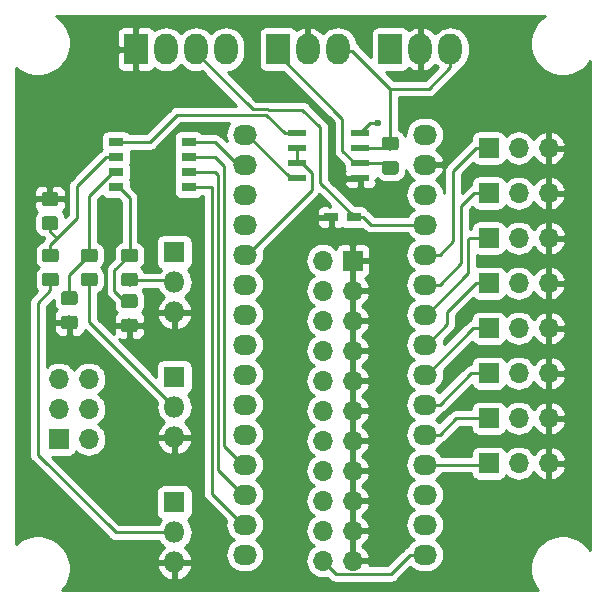
<source format=gbr>
G04 #@! TF.GenerationSoftware,KiCad,Pcbnew,(5.1.4-0-10_14)*
G04 #@! TF.CreationDate,2019-11-14T12:01:29+01:00*
G04 #@! TF.ProjectId,NANO IO,4e414e4f-2049-44f2-9e6b-696361645f70,-*
G04 #@! TF.SameCoordinates,Original*
G04 #@! TF.FileFunction,Copper,L1,Top*
G04 #@! TF.FilePolarity,Positive*
%FSLAX46Y46*%
G04 Gerber Fmt 4.6, Leading zero omitted, Abs format (unit mm)*
G04 Created by KiCad (PCBNEW (5.1.4-0-10_14)) date 2019-11-14 12:01:29*
%MOMM*%
%LPD*%
G04 APERTURE LIST*
%ADD10R,2.000000X2.600000*%
%ADD11O,2.000000X2.600000*%
%ADD12O,2.032000X1.727200*%
%ADD13R,1.200000X0.750000*%
%ADD14R,1.800000X1.800000*%
%ADD15O,1.800000X1.800000*%
%ADD16R,1.550000X0.600000*%
%ADD17R,1.700000X1.700000*%
%ADD18O,1.700000X1.700000*%
%ADD19R,1.250000X0.760000*%
%ADD20C,0.100000*%
%ADD21C,1.150000*%
%ADD22C,0.600000*%
%ADD23C,0.228600*%
%ADD24C,0.762000*%
%ADD25C,0.254000*%
G04 APERTURE END LIST*
D10*
X137848737Y-65278000D03*
D11*
X140388737Y-65278000D03*
X142928737Y-65278000D03*
X145468737Y-65278000D03*
D12*
X147066000Y-72517000D03*
X147066000Y-75057000D03*
X147066000Y-77597000D03*
X147066000Y-80137000D03*
X147066000Y-82677000D03*
X147066000Y-85217000D03*
X147066000Y-87757000D03*
X147066000Y-90297000D03*
X147066000Y-92837000D03*
X147066000Y-95377000D03*
X147066000Y-97917000D03*
X147066000Y-100457000D03*
X147066000Y-102997000D03*
X147066000Y-105537000D03*
X147066000Y-108077000D03*
X162306000Y-72517000D03*
X162306000Y-75057000D03*
X162306000Y-77597000D03*
X162306000Y-80137000D03*
X162306000Y-82677000D03*
X162306000Y-85217000D03*
X162306000Y-87757000D03*
X162306000Y-90297000D03*
X162306000Y-92837000D03*
X162306000Y-95377000D03*
X162306000Y-97917000D03*
X162306000Y-100457000D03*
X162306000Y-102997000D03*
X162306000Y-105537000D03*
X162306000Y-108077000D03*
D13*
X156271000Y-79502000D03*
X154371000Y-79502000D03*
D14*
X141100000Y-103660000D03*
D15*
X141100000Y-106200000D03*
X141100000Y-108740000D03*
D16*
X151445000Y-72390000D03*
X151445000Y-73660000D03*
X151445000Y-74930000D03*
X151445000Y-76200000D03*
X156845000Y-76200000D03*
X156845000Y-74930000D03*
X156845000Y-73660000D03*
X156845000Y-72390000D03*
D10*
X149860000Y-65278000D03*
D11*
X152400000Y-65278000D03*
X154940000Y-65278000D03*
D10*
X159385000Y-65278000D03*
D11*
X161925000Y-65278000D03*
X164465000Y-65278000D03*
D17*
X156210000Y-83185000D03*
D18*
X153670000Y-83185000D03*
X156210000Y-85725000D03*
X153670000Y-85725000D03*
X156210000Y-88265000D03*
X153670000Y-88265000D03*
X156210000Y-90805000D03*
X153670000Y-90805000D03*
X156210000Y-93345000D03*
X153670000Y-93345000D03*
X156210000Y-95885000D03*
X153670000Y-95885000D03*
X156210000Y-98425000D03*
X153670000Y-98425000D03*
X156210000Y-100965000D03*
X153670000Y-100965000D03*
X156210000Y-103505000D03*
X153670000Y-103505000D03*
X156210000Y-106045000D03*
X153670000Y-106045000D03*
X156210000Y-108585000D03*
X153670000Y-108585000D03*
D17*
X167720000Y-100329996D03*
D18*
X170260000Y-100329996D03*
X172800000Y-100329996D03*
D17*
X167720000Y-96518568D03*
D18*
X170260000Y-96518568D03*
X172800000Y-96518568D03*
D17*
X167720000Y-92707140D03*
D18*
X170260000Y-92707140D03*
X172800000Y-92707140D03*
D17*
X167720000Y-88895712D03*
D18*
X170260000Y-88895712D03*
X172800000Y-88895712D03*
D17*
X167700000Y-85084284D03*
D18*
X170240000Y-85084284D03*
X172780000Y-85084284D03*
D17*
X167720000Y-81272856D03*
D18*
X170260000Y-81272856D03*
X172800000Y-81272856D03*
D17*
X167700000Y-77461428D03*
D18*
X170240000Y-77461428D03*
X172780000Y-77461428D03*
D17*
X167700000Y-73650000D03*
D18*
X170240000Y-73650000D03*
X172780000Y-73650000D03*
D14*
X141100000Y-93060000D03*
D15*
X141100000Y-95600000D03*
X141100000Y-98140000D03*
D14*
X141100000Y-82480000D03*
D15*
X141100000Y-85020000D03*
X141100000Y-87560000D03*
D17*
X131318000Y-98298000D03*
D18*
X133858000Y-98298000D03*
X131318000Y-95758000D03*
X133858000Y-95758000D03*
X131318000Y-93218000D03*
X133858000Y-93218000D03*
D19*
X136149000Y-73152000D03*
X142299000Y-76962000D03*
X136149000Y-74422000D03*
X142299000Y-75692000D03*
X136149000Y-75692000D03*
X142299000Y-74422000D03*
X136149000Y-76962000D03*
X142299000Y-73152000D03*
D20*
G36*
X159859505Y-72696204D02*
G01*
X159883773Y-72699804D01*
X159907572Y-72705765D01*
X159930671Y-72714030D01*
X159952850Y-72724520D01*
X159973893Y-72737132D01*
X159993599Y-72751747D01*
X160011777Y-72768223D01*
X160028253Y-72786401D01*
X160042868Y-72806107D01*
X160055480Y-72827150D01*
X160065970Y-72849329D01*
X160074235Y-72872428D01*
X160080196Y-72896227D01*
X160083796Y-72920495D01*
X160085000Y-72944999D01*
X160085000Y-73595001D01*
X160083796Y-73619505D01*
X160080196Y-73643773D01*
X160074235Y-73667572D01*
X160065970Y-73690671D01*
X160055480Y-73712850D01*
X160042868Y-73733893D01*
X160028253Y-73753599D01*
X160011777Y-73771777D01*
X159993599Y-73788253D01*
X159973893Y-73802868D01*
X159952850Y-73815480D01*
X159930671Y-73825970D01*
X159907572Y-73834235D01*
X159883773Y-73840196D01*
X159859505Y-73843796D01*
X159835001Y-73845000D01*
X158934999Y-73845000D01*
X158910495Y-73843796D01*
X158886227Y-73840196D01*
X158862428Y-73834235D01*
X158839329Y-73825970D01*
X158817150Y-73815480D01*
X158796107Y-73802868D01*
X158776401Y-73788253D01*
X158758223Y-73771777D01*
X158741747Y-73753599D01*
X158727132Y-73733893D01*
X158714520Y-73712850D01*
X158704030Y-73690671D01*
X158695765Y-73667572D01*
X158689804Y-73643773D01*
X158686204Y-73619505D01*
X158685000Y-73595001D01*
X158685000Y-72944999D01*
X158686204Y-72920495D01*
X158689804Y-72896227D01*
X158695765Y-72872428D01*
X158704030Y-72849329D01*
X158714520Y-72827150D01*
X158727132Y-72806107D01*
X158741747Y-72786401D01*
X158758223Y-72768223D01*
X158776401Y-72751747D01*
X158796107Y-72737132D01*
X158817150Y-72724520D01*
X158839329Y-72714030D01*
X158862428Y-72705765D01*
X158886227Y-72699804D01*
X158910495Y-72696204D01*
X158934999Y-72695000D01*
X159835001Y-72695000D01*
X159859505Y-72696204D01*
X159859505Y-72696204D01*
G37*
D21*
X159385000Y-73270000D03*
D20*
G36*
X159859505Y-74746204D02*
G01*
X159883773Y-74749804D01*
X159907572Y-74755765D01*
X159930671Y-74764030D01*
X159952850Y-74774520D01*
X159973893Y-74787132D01*
X159993599Y-74801747D01*
X160011777Y-74818223D01*
X160028253Y-74836401D01*
X160042868Y-74856107D01*
X160055480Y-74877150D01*
X160065970Y-74899329D01*
X160074235Y-74922428D01*
X160080196Y-74946227D01*
X160083796Y-74970495D01*
X160085000Y-74994999D01*
X160085000Y-75645001D01*
X160083796Y-75669505D01*
X160080196Y-75693773D01*
X160074235Y-75717572D01*
X160065970Y-75740671D01*
X160055480Y-75762850D01*
X160042868Y-75783893D01*
X160028253Y-75803599D01*
X160011777Y-75821777D01*
X159993599Y-75838253D01*
X159973893Y-75852868D01*
X159952850Y-75865480D01*
X159930671Y-75875970D01*
X159907572Y-75884235D01*
X159883773Y-75890196D01*
X159859505Y-75893796D01*
X159835001Y-75895000D01*
X158934999Y-75895000D01*
X158910495Y-75893796D01*
X158886227Y-75890196D01*
X158862428Y-75884235D01*
X158839329Y-75875970D01*
X158817150Y-75865480D01*
X158796107Y-75852868D01*
X158776401Y-75838253D01*
X158758223Y-75821777D01*
X158741747Y-75803599D01*
X158727132Y-75783893D01*
X158714520Y-75762850D01*
X158704030Y-75740671D01*
X158695765Y-75717572D01*
X158689804Y-75693773D01*
X158686204Y-75669505D01*
X158685000Y-75645001D01*
X158685000Y-74994999D01*
X158686204Y-74970495D01*
X158689804Y-74946227D01*
X158695765Y-74922428D01*
X158704030Y-74899329D01*
X158714520Y-74877150D01*
X158727132Y-74856107D01*
X158741747Y-74836401D01*
X158758223Y-74818223D01*
X158776401Y-74801747D01*
X158796107Y-74787132D01*
X158817150Y-74774520D01*
X158839329Y-74764030D01*
X158862428Y-74755765D01*
X158886227Y-74749804D01*
X158910495Y-74746204D01*
X158934999Y-74745000D01*
X159835001Y-74745000D01*
X159859505Y-74746204D01*
X159859505Y-74746204D01*
G37*
D21*
X159385000Y-75320000D03*
D20*
G36*
X131074505Y-84211204D02*
G01*
X131098773Y-84214804D01*
X131122572Y-84220765D01*
X131145671Y-84229030D01*
X131167850Y-84239520D01*
X131188893Y-84252132D01*
X131208599Y-84266747D01*
X131226777Y-84283223D01*
X131243253Y-84301401D01*
X131257868Y-84321107D01*
X131270480Y-84342150D01*
X131280970Y-84364329D01*
X131289235Y-84387428D01*
X131295196Y-84411227D01*
X131298796Y-84435495D01*
X131300000Y-84459999D01*
X131300000Y-85110001D01*
X131298796Y-85134505D01*
X131295196Y-85158773D01*
X131289235Y-85182572D01*
X131280970Y-85205671D01*
X131270480Y-85227850D01*
X131257868Y-85248893D01*
X131243253Y-85268599D01*
X131226777Y-85286777D01*
X131208599Y-85303253D01*
X131188893Y-85317868D01*
X131167850Y-85330480D01*
X131145671Y-85340970D01*
X131122572Y-85349235D01*
X131098773Y-85355196D01*
X131074505Y-85358796D01*
X131050001Y-85360000D01*
X130149999Y-85360000D01*
X130125495Y-85358796D01*
X130101227Y-85355196D01*
X130077428Y-85349235D01*
X130054329Y-85340970D01*
X130032150Y-85330480D01*
X130011107Y-85317868D01*
X129991401Y-85303253D01*
X129973223Y-85286777D01*
X129956747Y-85268599D01*
X129942132Y-85248893D01*
X129929520Y-85227850D01*
X129919030Y-85205671D01*
X129910765Y-85182572D01*
X129904804Y-85158773D01*
X129901204Y-85134505D01*
X129900000Y-85110001D01*
X129900000Y-84459999D01*
X129901204Y-84435495D01*
X129904804Y-84411227D01*
X129910765Y-84387428D01*
X129919030Y-84364329D01*
X129929520Y-84342150D01*
X129942132Y-84321107D01*
X129956747Y-84301401D01*
X129973223Y-84283223D01*
X129991401Y-84266747D01*
X130011107Y-84252132D01*
X130032150Y-84239520D01*
X130054329Y-84229030D01*
X130077428Y-84220765D01*
X130101227Y-84214804D01*
X130125495Y-84211204D01*
X130149999Y-84210000D01*
X131050001Y-84210000D01*
X131074505Y-84211204D01*
X131074505Y-84211204D01*
G37*
D21*
X130600000Y-84785000D03*
D20*
G36*
X131074505Y-82161204D02*
G01*
X131098773Y-82164804D01*
X131122572Y-82170765D01*
X131145671Y-82179030D01*
X131167850Y-82189520D01*
X131188893Y-82202132D01*
X131208599Y-82216747D01*
X131226777Y-82233223D01*
X131243253Y-82251401D01*
X131257868Y-82271107D01*
X131270480Y-82292150D01*
X131280970Y-82314329D01*
X131289235Y-82337428D01*
X131295196Y-82361227D01*
X131298796Y-82385495D01*
X131300000Y-82409999D01*
X131300000Y-83060001D01*
X131298796Y-83084505D01*
X131295196Y-83108773D01*
X131289235Y-83132572D01*
X131280970Y-83155671D01*
X131270480Y-83177850D01*
X131257868Y-83198893D01*
X131243253Y-83218599D01*
X131226777Y-83236777D01*
X131208599Y-83253253D01*
X131188893Y-83267868D01*
X131167850Y-83280480D01*
X131145671Y-83290970D01*
X131122572Y-83299235D01*
X131098773Y-83305196D01*
X131074505Y-83308796D01*
X131050001Y-83310000D01*
X130149999Y-83310000D01*
X130125495Y-83308796D01*
X130101227Y-83305196D01*
X130077428Y-83299235D01*
X130054329Y-83290970D01*
X130032150Y-83280480D01*
X130011107Y-83267868D01*
X129991401Y-83253253D01*
X129973223Y-83236777D01*
X129956747Y-83218599D01*
X129942132Y-83198893D01*
X129929520Y-83177850D01*
X129919030Y-83155671D01*
X129910765Y-83132572D01*
X129904804Y-83108773D01*
X129901204Y-83084505D01*
X129900000Y-83060001D01*
X129900000Y-82409999D01*
X129901204Y-82385495D01*
X129904804Y-82361227D01*
X129910765Y-82337428D01*
X129919030Y-82314329D01*
X129929520Y-82292150D01*
X129942132Y-82271107D01*
X129956747Y-82251401D01*
X129973223Y-82233223D01*
X129991401Y-82216747D01*
X130011107Y-82202132D01*
X130032150Y-82189520D01*
X130054329Y-82179030D01*
X130077428Y-82170765D01*
X130101227Y-82164804D01*
X130125495Y-82161204D01*
X130149999Y-82160000D01*
X131050001Y-82160000D01*
X131074505Y-82161204D01*
X131074505Y-82161204D01*
G37*
D21*
X130600000Y-82735000D03*
D20*
G36*
X134374505Y-82161204D02*
G01*
X134398773Y-82164804D01*
X134422572Y-82170765D01*
X134445671Y-82179030D01*
X134467850Y-82189520D01*
X134488893Y-82202132D01*
X134508599Y-82216747D01*
X134526777Y-82233223D01*
X134543253Y-82251401D01*
X134557868Y-82271107D01*
X134570480Y-82292150D01*
X134580970Y-82314329D01*
X134589235Y-82337428D01*
X134595196Y-82361227D01*
X134598796Y-82385495D01*
X134600000Y-82409999D01*
X134600000Y-83060001D01*
X134598796Y-83084505D01*
X134595196Y-83108773D01*
X134589235Y-83132572D01*
X134580970Y-83155671D01*
X134570480Y-83177850D01*
X134557868Y-83198893D01*
X134543253Y-83218599D01*
X134526777Y-83236777D01*
X134508599Y-83253253D01*
X134488893Y-83267868D01*
X134467850Y-83280480D01*
X134445671Y-83290970D01*
X134422572Y-83299235D01*
X134398773Y-83305196D01*
X134374505Y-83308796D01*
X134350001Y-83310000D01*
X133449999Y-83310000D01*
X133425495Y-83308796D01*
X133401227Y-83305196D01*
X133377428Y-83299235D01*
X133354329Y-83290970D01*
X133332150Y-83280480D01*
X133311107Y-83267868D01*
X133291401Y-83253253D01*
X133273223Y-83236777D01*
X133256747Y-83218599D01*
X133242132Y-83198893D01*
X133229520Y-83177850D01*
X133219030Y-83155671D01*
X133210765Y-83132572D01*
X133204804Y-83108773D01*
X133201204Y-83084505D01*
X133200000Y-83060001D01*
X133200000Y-82409999D01*
X133201204Y-82385495D01*
X133204804Y-82361227D01*
X133210765Y-82337428D01*
X133219030Y-82314329D01*
X133229520Y-82292150D01*
X133242132Y-82271107D01*
X133256747Y-82251401D01*
X133273223Y-82233223D01*
X133291401Y-82216747D01*
X133311107Y-82202132D01*
X133332150Y-82189520D01*
X133354329Y-82179030D01*
X133377428Y-82170765D01*
X133401227Y-82164804D01*
X133425495Y-82161204D01*
X133449999Y-82160000D01*
X134350001Y-82160000D01*
X134374505Y-82161204D01*
X134374505Y-82161204D01*
G37*
D21*
X133900000Y-82735000D03*
D20*
G36*
X134374505Y-84211204D02*
G01*
X134398773Y-84214804D01*
X134422572Y-84220765D01*
X134445671Y-84229030D01*
X134467850Y-84239520D01*
X134488893Y-84252132D01*
X134508599Y-84266747D01*
X134526777Y-84283223D01*
X134543253Y-84301401D01*
X134557868Y-84321107D01*
X134570480Y-84342150D01*
X134580970Y-84364329D01*
X134589235Y-84387428D01*
X134595196Y-84411227D01*
X134598796Y-84435495D01*
X134600000Y-84459999D01*
X134600000Y-85110001D01*
X134598796Y-85134505D01*
X134595196Y-85158773D01*
X134589235Y-85182572D01*
X134580970Y-85205671D01*
X134570480Y-85227850D01*
X134557868Y-85248893D01*
X134543253Y-85268599D01*
X134526777Y-85286777D01*
X134508599Y-85303253D01*
X134488893Y-85317868D01*
X134467850Y-85330480D01*
X134445671Y-85340970D01*
X134422572Y-85349235D01*
X134398773Y-85355196D01*
X134374505Y-85358796D01*
X134350001Y-85360000D01*
X133449999Y-85360000D01*
X133425495Y-85358796D01*
X133401227Y-85355196D01*
X133377428Y-85349235D01*
X133354329Y-85340970D01*
X133332150Y-85330480D01*
X133311107Y-85317868D01*
X133291401Y-85303253D01*
X133273223Y-85286777D01*
X133256747Y-85268599D01*
X133242132Y-85248893D01*
X133229520Y-85227850D01*
X133219030Y-85205671D01*
X133210765Y-85182572D01*
X133204804Y-85158773D01*
X133201204Y-85134505D01*
X133200000Y-85110001D01*
X133200000Y-84459999D01*
X133201204Y-84435495D01*
X133204804Y-84411227D01*
X133210765Y-84387428D01*
X133219030Y-84364329D01*
X133229520Y-84342150D01*
X133242132Y-84321107D01*
X133256747Y-84301401D01*
X133273223Y-84283223D01*
X133291401Y-84266747D01*
X133311107Y-84252132D01*
X133332150Y-84239520D01*
X133354329Y-84229030D01*
X133377428Y-84220765D01*
X133401227Y-84214804D01*
X133425495Y-84211204D01*
X133449999Y-84210000D01*
X134350001Y-84210000D01*
X134374505Y-84211204D01*
X134374505Y-84211204D01*
G37*
D21*
X133900000Y-84785000D03*
D20*
G36*
X137774505Y-84211204D02*
G01*
X137798773Y-84214804D01*
X137822572Y-84220765D01*
X137845671Y-84229030D01*
X137867850Y-84239520D01*
X137888893Y-84252132D01*
X137908599Y-84266747D01*
X137926777Y-84283223D01*
X137943253Y-84301401D01*
X137957868Y-84321107D01*
X137970480Y-84342150D01*
X137980970Y-84364329D01*
X137989235Y-84387428D01*
X137995196Y-84411227D01*
X137998796Y-84435495D01*
X138000000Y-84459999D01*
X138000000Y-85110001D01*
X137998796Y-85134505D01*
X137995196Y-85158773D01*
X137989235Y-85182572D01*
X137980970Y-85205671D01*
X137970480Y-85227850D01*
X137957868Y-85248893D01*
X137943253Y-85268599D01*
X137926777Y-85286777D01*
X137908599Y-85303253D01*
X137888893Y-85317868D01*
X137867850Y-85330480D01*
X137845671Y-85340970D01*
X137822572Y-85349235D01*
X137798773Y-85355196D01*
X137774505Y-85358796D01*
X137750001Y-85360000D01*
X136849999Y-85360000D01*
X136825495Y-85358796D01*
X136801227Y-85355196D01*
X136777428Y-85349235D01*
X136754329Y-85340970D01*
X136732150Y-85330480D01*
X136711107Y-85317868D01*
X136691401Y-85303253D01*
X136673223Y-85286777D01*
X136656747Y-85268599D01*
X136642132Y-85248893D01*
X136629520Y-85227850D01*
X136619030Y-85205671D01*
X136610765Y-85182572D01*
X136604804Y-85158773D01*
X136601204Y-85134505D01*
X136600000Y-85110001D01*
X136600000Y-84459999D01*
X136601204Y-84435495D01*
X136604804Y-84411227D01*
X136610765Y-84387428D01*
X136619030Y-84364329D01*
X136629520Y-84342150D01*
X136642132Y-84321107D01*
X136656747Y-84301401D01*
X136673223Y-84283223D01*
X136691401Y-84266747D01*
X136711107Y-84252132D01*
X136732150Y-84239520D01*
X136754329Y-84229030D01*
X136777428Y-84220765D01*
X136801227Y-84214804D01*
X136825495Y-84211204D01*
X136849999Y-84210000D01*
X137750001Y-84210000D01*
X137774505Y-84211204D01*
X137774505Y-84211204D01*
G37*
D21*
X137300000Y-84785000D03*
D20*
G36*
X137774505Y-82161204D02*
G01*
X137798773Y-82164804D01*
X137822572Y-82170765D01*
X137845671Y-82179030D01*
X137867850Y-82189520D01*
X137888893Y-82202132D01*
X137908599Y-82216747D01*
X137926777Y-82233223D01*
X137943253Y-82251401D01*
X137957868Y-82271107D01*
X137970480Y-82292150D01*
X137980970Y-82314329D01*
X137989235Y-82337428D01*
X137995196Y-82361227D01*
X137998796Y-82385495D01*
X138000000Y-82409999D01*
X138000000Y-83060001D01*
X137998796Y-83084505D01*
X137995196Y-83108773D01*
X137989235Y-83132572D01*
X137980970Y-83155671D01*
X137970480Y-83177850D01*
X137957868Y-83198893D01*
X137943253Y-83218599D01*
X137926777Y-83236777D01*
X137908599Y-83253253D01*
X137888893Y-83267868D01*
X137867850Y-83280480D01*
X137845671Y-83290970D01*
X137822572Y-83299235D01*
X137798773Y-83305196D01*
X137774505Y-83308796D01*
X137750001Y-83310000D01*
X136849999Y-83310000D01*
X136825495Y-83308796D01*
X136801227Y-83305196D01*
X136777428Y-83299235D01*
X136754329Y-83290970D01*
X136732150Y-83280480D01*
X136711107Y-83267868D01*
X136691401Y-83253253D01*
X136673223Y-83236777D01*
X136656747Y-83218599D01*
X136642132Y-83198893D01*
X136629520Y-83177850D01*
X136619030Y-83155671D01*
X136610765Y-83132572D01*
X136604804Y-83108773D01*
X136601204Y-83084505D01*
X136600000Y-83060001D01*
X136600000Y-82409999D01*
X136601204Y-82385495D01*
X136604804Y-82361227D01*
X136610765Y-82337428D01*
X136619030Y-82314329D01*
X136629520Y-82292150D01*
X136642132Y-82271107D01*
X136656747Y-82251401D01*
X136673223Y-82233223D01*
X136691401Y-82216747D01*
X136711107Y-82202132D01*
X136732150Y-82189520D01*
X136754329Y-82179030D01*
X136777428Y-82170765D01*
X136801227Y-82164804D01*
X136825495Y-82161204D01*
X136849999Y-82160000D01*
X137750001Y-82160000D01*
X137774505Y-82161204D01*
X137774505Y-82161204D01*
G37*
D21*
X137300000Y-82735000D03*
D20*
G36*
X131030505Y-77386204D02*
G01*
X131054773Y-77389804D01*
X131078572Y-77395765D01*
X131101671Y-77404030D01*
X131123850Y-77414520D01*
X131144893Y-77427132D01*
X131164599Y-77441747D01*
X131182777Y-77458223D01*
X131199253Y-77476401D01*
X131213868Y-77496107D01*
X131226480Y-77517150D01*
X131236970Y-77539329D01*
X131245235Y-77562428D01*
X131251196Y-77586227D01*
X131254796Y-77610495D01*
X131256000Y-77634999D01*
X131256000Y-78285001D01*
X131254796Y-78309505D01*
X131251196Y-78333773D01*
X131245235Y-78357572D01*
X131236970Y-78380671D01*
X131226480Y-78402850D01*
X131213868Y-78423893D01*
X131199253Y-78443599D01*
X131182777Y-78461777D01*
X131164599Y-78478253D01*
X131144893Y-78492868D01*
X131123850Y-78505480D01*
X131101671Y-78515970D01*
X131078572Y-78524235D01*
X131054773Y-78530196D01*
X131030505Y-78533796D01*
X131006001Y-78535000D01*
X130105999Y-78535000D01*
X130081495Y-78533796D01*
X130057227Y-78530196D01*
X130033428Y-78524235D01*
X130010329Y-78515970D01*
X129988150Y-78505480D01*
X129967107Y-78492868D01*
X129947401Y-78478253D01*
X129929223Y-78461777D01*
X129912747Y-78443599D01*
X129898132Y-78423893D01*
X129885520Y-78402850D01*
X129875030Y-78380671D01*
X129866765Y-78357572D01*
X129860804Y-78333773D01*
X129857204Y-78309505D01*
X129856000Y-78285001D01*
X129856000Y-77634999D01*
X129857204Y-77610495D01*
X129860804Y-77586227D01*
X129866765Y-77562428D01*
X129875030Y-77539329D01*
X129885520Y-77517150D01*
X129898132Y-77496107D01*
X129912747Y-77476401D01*
X129929223Y-77458223D01*
X129947401Y-77441747D01*
X129967107Y-77427132D01*
X129988150Y-77414520D01*
X130010329Y-77404030D01*
X130033428Y-77395765D01*
X130057227Y-77389804D01*
X130081495Y-77386204D01*
X130105999Y-77385000D01*
X131006001Y-77385000D01*
X131030505Y-77386204D01*
X131030505Y-77386204D01*
G37*
D21*
X130556000Y-77960000D03*
D20*
G36*
X131030505Y-79436204D02*
G01*
X131054773Y-79439804D01*
X131078572Y-79445765D01*
X131101671Y-79454030D01*
X131123850Y-79464520D01*
X131144893Y-79477132D01*
X131164599Y-79491747D01*
X131182777Y-79508223D01*
X131199253Y-79526401D01*
X131213868Y-79546107D01*
X131226480Y-79567150D01*
X131236970Y-79589329D01*
X131245235Y-79612428D01*
X131251196Y-79636227D01*
X131254796Y-79660495D01*
X131256000Y-79684999D01*
X131256000Y-80335001D01*
X131254796Y-80359505D01*
X131251196Y-80383773D01*
X131245235Y-80407572D01*
X131236970Y-80430671D01*
X131226480Y-80452850D01*
X131213868Y-80473893D01*
X131199253Y-80493599D01*
X131182777Y-80511777D01*
X131164599Y-80528253D01*
X131144893Y-80542868D01*
X131123850Y-80555480D01*
X131101671Y-80565970D01*
X131078572Y-80574235D01*
X131054773Y-80580196D01*
X131030505Y-80583796D01*
X131006001Y-80585000D01*
X130105999Y-80585000D01*
X130081495Y-80583796D01*
X130057227Y-80580196D01*
X130033428Y-80574235D01*
X130010329Y-80565970D01*
X129988150Y-80555480D01*
X129967107Y-80542868D01*
X129947401Y-80528253D01*
X129929223Y-80511777D01*
X129912747Y-80493599D01*
X129898132Y-80473893D01*
X129885520Y-80452850D01*
X129875030Y-80430671D01*
X129866765Y-80407572D01*
X129860804Y-80383773D01*
X129857204Y-80359505D01*
X129856000Y-80335001D01*
X129856000Y-79684999D01*
X129857204Y-79660495D01*
X129860804Y-79636227D01*
X129866765Y-79612428D01*
X129875030Y-79589329D01*
X129885520Y-79567150D01*
X129898132Y-79546107D01*
X129912747Y-79526401D01*
X129929223Y-79508223D01*
X129947401Y-79491747D01*
X129967107Y-79477132D01*
X129988150Y-79464520D01*
X130010329Y-79454030D01*
X130033428Y-79445765D01*
X130057227Y-79439804D01*
X130081495Y-79436204D01*
X130105999Y-79435000D01*
X131006001Y-79435000D01*
X131030505Y-79436204D01*
X131030505Y-79436204D01*
G37*
D21*
X130556000Y-80010000D03*
D20*
G36*
X132681505Y-85786204D02*
G01*
X132705773Y-85789804D01*
X132729572Y-85795765D01*
X132752671Y-85804030D01*
X132774850Y-85814520D01*
X132795893Y-85827132D01*
X132815599Y-85841747D01*
X132833777Y-85858223D01*
X132850253Y-85876401D01*
X132864868Y-85896107D01*
X132877480Y-85917150D01*
X132887970Y-85939329D01*
X132896235Y-85962428D01*
X132902196Y-85986227D01*
X132905796Y-86010495D01*
X132907000Y-86034999D01*
X132907000Y-86685001D01*
X132905796Y-86709505D01*
X132902196Y-86733773D01*
X132896235Y-86757572D01*
X132887970Y-86780671D01*
X132877480Y-86802850D01*
X132864868Y-86823893D01*
X132850253Y-86843599D01*
X132833777Y-86861777D01*
X132815599Y-86878253D01*
X132795893Y-86892868D01*
X132774850Y-86905480D01*
X132752671Y-86915970D01*
X132729572Y-86924235D01*
X132705773Y-86930196D01*
X132681505Y-86933796D01*
X132657001Y-86935000D01*
X131756999Y-86935000D01*
X131732495Y-86933796D01*
X131708227Y-86930196D01*
X131684428Y-86924235D01*
X131661329Y-86915970D01*
X131639150Y-86905480D01*
X131618107Y-86892868D01*
X131598401Y-86878253D01*
X131580223Y-86861777D01*
X131563747Y-86843599D01*
X131549132Y-86823893D01*
X131536520Y-86802850D01*
X131526030Y-86780671D01*
X131517765Y-86757572D01*
X131511804Y-86733773D01*
X131508204Y-86709505D01*
X131507000Y-86685001D01*
X131507000Y-86034999D01*
X131508204Y-86010495D01*
X131511804Y-85986227D01*
X131517765Y-85962428D01*
X131526030Y-85939329D01*
X131536520Y-85917150D01*
X131549132Y-85896107D01*
X131563747Y-85876401D01*
X131580223Y-85858223D01*
X131598401Y-85841747D01*
X131618107Y-85827132D01*
X131639150Y-85814520D01*
X131661329Y-85804030D01*
X131684428Y-85795765D01*
X131708227Y-85789804D01*
X131732495Y-85786204D01*
X131756999Y-85785000D01*
X132657001Y-85785000D01*
X132681505Y-85786204D01*
X132681505Y-85786204D01*
G37*
D21*
X132207000Y-86360000D03*
D20*
G36*
X132681505Y-87836204D02*
G01*
X132705773Y-87839804D01*
X132729572Y-87845765D01*
X132752671Y-87854030D01*
X132774850Y-87864520D01*
X132795893Y-87877132D01*
X132815599Y-87891747D01*
X132833777Y-87908223D01*
X132850253Y-87926401D01*
X132864868Y-87946107D01*
X132877480Y-87967150D01*
X132887970Y-87989329D01*
X132896235Y-88012428D01*
X132902196Y-88036227D01*
X132905796Y-88060495D01*
X132907000Y-88084999D01*
X132907000Y-88735001D01*
X132905796Y-88759505D01*
X132902196Y-88783773D01*
X132896235Y-88807572D01*
X132887970Y-88830671D01*
X132877480Y-88852850D01*
X132864868Y-88873893D01*
X132850253Y-88893599D01*
X132833777Y-88911777D01*
X132815599Y-88928253D01*
X132795893Y-88942868D01*
X132774850Y-88955480D01*
X132752671Y-88965970D01*
X132729572Y-88974235D01*
X132705773Y-88980196D01*
X132681505Y-88983796D01*
X132657001Y-88985000D01*
X131756999Y-88985000D01*
X131732495Y-88983796D01*
X131708227Y-88980196D01*
X131684428Y-88974235D01*
X131661329Y-88965970D01*
X131639150Y-88955480D01*
X131618107Y-88942868D01*
X131598401Y-88928253D01*
X131580223Y-88911777D01*
X131563747Y-88893599D01*
X131549132Y-88873893D01*
X131536520Y-88852850D01*
X131526030Y-88830671D01*
X131517765Y-88807572D01*
X131511804Y-88783773D01*
X131508204Y-88759505D01*
X131507000Y-88735001D01*
X131507000Y-88084999D01*
X131508204Y-88060495D01*
X131511804Y-88036227D01*
X131517765Y-88012428D01*
X131526030Y-87989329D01*
X131536520Y-87967150D01*
X131549132Y-87946107D01*
X131563747Y-87926401D01*
X131580223Y-87908223D01*
X131598401Y-87891747D01*
X131618107Y-87877132D01*
X131639150Y-87864520D01*
X131661329Y-87854030D01*
X131684428Y-87845765D01*
X131708227Y-87839804D01*
X131732495Y-87836204D01*
X131756999Y-87835000D01*
X132657001Y-87835000D01*
X132681505Y-87836204D01*
X132681505Y-87836204D01*
G37*
D21*
X132207000Y-88410000D03*
D20*
G36*
X137761505Y-88090204D02*
G01*
X137785773Y-88093804D01*
X137809572Y-88099765D01*
X137832671Y-88108030D01*
X137854850Y-88118520D01*
X137875893Y-88131132D01*
X137895599Y-88145747D01*
X137913777Y-88162223D01*
X137930253Y-88180401D01*
X137944868Y-88200107D01*
X137957480Y-88221150D01*
X137967970Y-88243329D01*
X137976235Y-88266428D01*
X137982196Y-88290227D01*
X137985796Y-88314495D01*
X137987000Y-88338999D01*
X137987000Y-88989001D01*
X137985796Y-89013505D01*
X137982196Y-89037773D01*
X137976235Y-89061572D01*
X137967970Y-89084671D01*
X137957480Y-89106850D01*
X137944868Y-89127893D01*
X137930253Y-89147599D01*
X137913777Y-89165777D01*
X137895599Y-89182253D01*
X137875893Y-89196868D01*
X137854850Y-89209480D01*
X137832671Y-89219970D01*
X137809572Y-89228235D01*
X137785773Y-89234196D01*
X137761505Y-89237796D01*
X137737001Y-89239000D01*
X136836999Y-89239000D01*
X136812495Y-89237796D01*
X136788227Y-89234196D01*
X136764428Y-89228235D01*
X136741329Y-89219970D01*
X136719150Y-89209480D01*
X136698107Y-89196868D01*
X136678401Y-89182253D01*
X136660223Y-89165777D01*
X136643747Y-89147599D01*
X136629132Y-89127893D01*
X136616520Y-89106850D01*
X136606030Y-89084671D01*
X136597765Y-89061572D01*
X136591804Y-89037773D01*
X136588204Y-89013505D01*
X136587000Y-88989001D01*
X136587000Y-88338999D01*
X136588204Y-88314495D01*
X136591804Y-88290227D01*
X136597765Y-88266428D01*
X136606030Y-88243329D01*
X136616520Y-88221150D01*
X136629132Y-88200107D01*
X136643747Y-88180401D01*
X136660223Y-88162223D01*
X136678401Y-88145747D01*
X136698107Y-88131132D01*
X136719150Y-88118520D01*
X136741329Y-88108030D01*
X136764428Y-88099765D01*
X136788227Y-88093804D01*
X136812495Y-88090204D01*
X136836999Y-88089000D01*
X137737001Y-88089000D01*
X137761505Y-88090204D01*
X137761505Y-88090204D01*
G37*
D21*
X137287000Y-88664000D03*
D20*
G36*
X137761505Y-86040204D02*
G01*
X137785773Y-86043804D01*
X137809572Y-86049765D01*
X137832671Y-86058030D01*
X137854850Y-86068520D01*
X137875893Y-86081132D01*
X137895599Y-86095747D01*
X137913777Y-86112223D01*
X137930253Y-86130401D01*
X137944868Y-86150107D01*
X137957480Y-86171150D01*
X137967970Y-86193329D01*
X137976235Y-86216428D01*
X137982196Y-86240227D01*
X137985796Y-86264495D01*
X137987000Y-86288999D01*
X137987000Y-86939001D01*
X137985796Y-86963505D01*
X137982196Y-86987773D01*
X137976235Y-87011572D01*
X137967970Y-87034671D01*
X137957480Y-87056850D01*
X137944868Y-87077893D01*
X137930253Y-87097599D01*
X137913777Y-87115777D01*
X137895599Y-87132253D01*
X137875893Y-87146868D01*
X137854850Y-87159480D01*
X137832671Y-87169970D01*
X137809572Y-87178235D01*
X137785773Y-87184196D01*
X137761505Y-87187796D01*
X137737001Y-87189000D01*
X136836999Y-87189000D01*
X136812495Y-87187796D01*
X136788227Y-87184196D01*
X136764428Y-87178235D01*
X136741329Y-87169970D01*
X136719150Y-87159480D01*
X136698107Y-87146868D01*
X136678401Y-87132253D01*
X136660223Y-87115777D01*
X136643747Y-87097599D01*
X136629132Y-87077893D01*
X136616520Y-87056850D01*
X136606030Y-87034671D01*
X136597765Y-87011572D01*
X136591804Y-86987773D01*
X136588204Y-86963505D01*
X136587000Y-86939001D01*
X136587000Y-86288999D01*
X136588204Y-86264495D01*
X136591804Y-86240227D01*
X136597765Y-86216428D01*
X136606030Y-86193329D01*
X136616520Y-86171150D01*
X136629132Y-86150107D01*
X136643747Y-86130401D01*
X136660223Y-86112223D01*
X136678401Y-86095747D01*
X136698107Y-86081132D01*
X136719150Y-86068520D01*
X136741329Y-86058030D01*
X136764428Y-86049765D01*
X136788227Y-86043804D01*
X136812495Y-86040204D01*
X136836999Y-86039000D01*
X137737001Y-86039000D01*
X137761505Y-86040204D01*
X137761505Y-86040204D01*
G37*
D21*
X137287000Y-86614000D03*
D22*
X158300000Y-71560000D03*
D23*
X147066000Y-72517000D02*
X147287000Y-72517000D01*
X150970000Y-76200000D02*
X151445000Y-76200000D01*
X147287000Y-72517000D02*
X150970000Y-76200000D01*
X144299000Y-73152000D02*
X142299000Y-73152000D01*
X147066000Y-75057000D02*
X146449000Y-75057000D01*
X144544000Y-73152000D02*
X144299000Y-73152000D01*
X146449000Y-75057000D02*
X144544000Y-73152000D01*
X146913600Y-75057000D02*
X147066000Y-75057000D01*
X159385000Y-78105000D02*
X159610000Y-78105000D01*
X162306000Y-75409000D02*
X162306000Y-75057000D01*
X151445000Y-73660000D02*
X151445000Y-74930000D01*
X151920000Y-74930000D02*
X152730189Y-75740189D01*
X152730189Y-75740189D02*
X152730189Y-77165211D01*
X152730189Y-77165211D02*
X147218400Y-82677000D01*
X151445000Y-74930000D02*
X151920000Y-74930000D01*
X147218400Y-82677000D02*
X147066000Y-82677000D01*
X142299000Y-74422000D02*
X144544000Y-74422000D01*
X144544000Y-74422000D02*
X145320504Y-75198504D01*
X145320504Y-75198504D02*
X145320504Y-98863904D01*
X145320504Y-98863904D02*
X146913600Y-100457000D01*
X146913600Y-100457000D02*
X147066000Y-100457000D01*
X144544000Y-75692000D02*
X144822223Y-75970223D01*
X144822223Y-100905623D02*
X146913600Y-102997000D01*
X142299000Y-75692000D02*
X144544000Y-75692000D01*
X144822223Y-75970223D02*
X144822223Y-100905623D01*
X146913600Y-102997000D02*
X147066000Y-102997000D01*
X158300000Y-71560000D02*
X157675000Y-71560000D01*
X157675000Y-71560000D02*
X156845000Y-72390000D01*
X156845000Y-72390000D02*
X157320000Y-72390000D01*
X161061400Y-80137000D02*
X162306000Y-80137000D01*
X157734600Y-80137000D02*
X161061400Y-80137000D01*
X157099600Y-79502000D02*
X157734600Y-80137000D01*
X156271000Y-79502000D02*
X157099600Y-79502000D01*
X156271000Y-79436000D02*
X156271000Y-79502000D01*
X153416000Y-76581000D02*
X156271000Y-79436000D01*
X142928737Y-65578000D02*
X147731768Y-70381031D01*
X142928737Y-65278000D02*
X142928737Y-65578000D01*
X147731768Y-70381031D02*
X149043103Y-70381031D01*
X153416000Y-71876000D02*
X153416000Y-76581000D01*
X149043103Y-70381031D02*
X149059199Y-70397127D01*
X149059199Y-70397127D02*
X151937127Y-70397127D01*
X151937127Y-70397127D02*
X153416000Y-71876000D01*
X162306000Y-82677000D02*
X163550600Y-82677000D01*
X164700000Y-75571400D02*
X166621400Y-73650000D01*
X163550600Y-82677000D02*
X164700000Y-81527600D01*
X164700000Y-81527600D02*
X164700000Y-75571400D01*
X166621400Y-73650000D02*
X167700000Y-73650000D01*
X165400000Y-78560000D02*
X166498572Y-77461428D01*
X166498572Y-77461428D02*
X167700000Y-77461428D01*
X165400000Y-83367600D02*
X165400000Y-78560000D01*
X162306000Y-85217000D02*
X163550600Y-85217000D01*
X163550600Y-85217000D02*
X165400000Y-83367600D01*
X166000000Y-81360000D02*
X166087144Y-81272856D01*
X166087144Y-81272856D02*
X167720000Y-81272856D01*
X166000000Y-84215400D02*
X166000000Y-81360000D01*
X162306000Y-87757000D02*
X162458400Y-87757000D01*
X162458400Y-87757000D02*
X166000000Y-84215400D01*
X164200000Y-88555400D02*
X164200000Y-87505684D01*
X164200000Y-87505684D02*
X166621400Y-85084284D01*
X166621400Y-85084284D02*
X167700000Y-85084284D01*
X162306000Y-90297000D02*
X162458400Y-90297000D01*
X162458400Y-90297000D02*
X164200000Y-88555400D01*
X162306000Y-92837000D02*
X162458400Y-92837000D01*
X162458400Y-92837000D02*
X166399688Y-88895712D01*
X166399688Y-88895712D02*
X167720000Y-88895712D01*
X162306000Y-95377000D02*
X163550600Y-95377000D01*
X163550600Y-95377000D02*
X166220460Y-92707140D01*
X166220460Y-92707140D02*
X167720000Y-92707140D01*
X162306000Y-97917000D02*
X163550600Y-97917000D01*
X163550600Y-97917000D02*
X164949032Y-96518568D01*
X164949032Y-96518568D02*
X167720000Y-96518568D01*
X162306000Y-100457000D02*
X167592996Y-100457000D01*
X167592996Y-100457000D02*
X167720000Y-100329996D01*
X153670000Y-108585000D02*
X154812101Y-109727101D01*
X154812101Y-109727101D02*
X159411299Y-109727101D01*
X159411299Y-109727101D02*
X161061400Y-108077000D01*
X161061400Y-108077000D02*
X162306000Y-108077000D01*
X144299000Y-76962000D02*
X142299000Y-76962000D01*
X144299000Y-76962000D02*
X144299000Y-102922400D01*
X144299000Y-102922400D02*
X146913600Y-105537000D01*
X146913600Y-105537000D02*
X147066000Y-105537000D01*
D24*
X131088000Y-92988000D02*
X131318000Y-93218000D01*
X130900000Y-98716000D02*
X131318000Y-98298000D01*
D23*
X156845000Y-74930000D02*
X158920000Y-74930000D01*
X158920000Y-74930000D02*
X159385000Y-75395000D01*
X149860000Y-65405000D02*
X149860000Y-65105000D01*
X149860000Y-65705000D02*
X149860000Y-65405000D01*
X155321000Y-71166000D02*
X149860000Y-65705000D01*
X155321000Y-73881000D02*
X155321000Y-71166000D01*
X156845000Y-74930000D02*
X156370000Y-74930000D01*
X156370000Y-74930000D02*
X155321000Y-73881000D01*
X164465000Y-65278000D02*
X164465000Y-66806600D01*
X164465000Y-66806600D02*
X162650200Y-68621400D01*
X162650200Y-68621400D02*
X159385000Y-68621400D01*
X159385000Y-73195000D02*
X159385000Y-68621400D01*
X159385000Y-68621400D02*
X156168600Y-65405000D01*
X156168600Y-65405000D02*
X154940000Y-65405000D01*
X156845000Y-73660000D02*
X158920000Y-73660000D01*
X158920000Y-73660000D02*
X159385000Y-73195000D01*
X151445000Y-72390000D02*
X150441400Y-72390000D01*
X148864242Y-70812842D02*
X141341758Y-70812842D01*
X141341758Y-70812842D02*
X139002600Y-73152000D01*
X150441400Y-72390000D02*
X148864242Y-70812842D01*
X139002600Y-73152000D02*
X138149000Y-73152000D01*
X138149000Y-73152000D02*
X136149000Y-73152000D01*
D24*
X134088000Y-98528000D02*
X133858000Y-98298000D01*
D23*
X130600000Y-84860000D02*
X130600000Y-85688600D01*
X130600000Y-85688600D02*
X129532527Y-86756073D01*
X129532527Y-86756073D02*
X129532527Y-99603870D01*
X129532527Y-99603870D02*
X136128657Y-106200000D01*
X136128657Y-106200000D02*
X139827208Y-106200000D01*
X139827208Y-106200000D02*
X141100000Y-106200000D01*
X133900000Y-84860000D02*
X133900000Y-88400000D01*
X133900000Y-88400000D02*
X141100000Y-95600000D01*
X137300000Y-84860000D02*
X140940000Y-84860000D01*
X140940000Y-84860000D02*
X141100000Y-85020000D01*
X130600000Y-81831400D02*
X130600000Y-82660000D01*
X132842000Y-76875400D02*
X132842000Y-79589400D01*
X136149000Y-74422000D02*
X135295400Y-74422000D01*
X135295400Y-74422000D02*
X132842000Y-76875400D01*
X131111400Y-81240400D02*
X131191000Y-81240400D01*
X130556000Y-80685000D02*
X131111400Y-81240400D01*
X130556000Y-80010000D02*
X130556000Y-80685000D01*
X132842000Y-79589400D02*
X131191000Y-81240400D01*
X131191000Y-81240400D02*
X130600000Y-81831400D01*
X133900000Y-82660000D02*
X133900000Y-77696000D01*
X133900000Y-77696000D02*
X135904000Y-75692000D01*
X135904000Y-75692000D02*
X136149000Y-75692000D01*
X132207000Y-84428000D02*
X132207000Y-86360000D01*
X133900000Y-82735000D02*
X132207000Y-84428000D01*
X137300000Y-82660000D02*
X137300000Y-77868000D01*
X137300000Y-77868000D02*
X136394000Y-76962000D01*
X136394000Y-76962000D02*
X136149000Y-76962000D01*
X137160000Y-86487000D02*
X137287000Y-86614000D01*
X136779000Y-86487000D02*
X137160000Y-86487000D01*
X136017000Y-85725000D02*
X136779000Y-86487000D01*
X137300000Y-82735000D02*
X136017000Y-84018000D01*
X136017000Y-84018000D02*
X136017000Y-85725000D01*
D25*
G36*
X172214666Y-62606750D02*
G01*
X171826750Y-62994666D01*
X171521965Y-63450808D01*
X171312026Y-63957646D01*
X171205000Y-64495701D01*
X171205000Y-65044299D01*
X171312026Y-65582354D01*
X171521965Y-66089192D01*
X171826750Y-66545334D01*
X172214666Y-66933250D01*
X172670808Y-67238035D01*
X173177646Y-67447974D01*
X173715701Y-67555000D01*
X174264299Y-67555000D01*
X174802354Y-67447974D01*
X175309192Y-67238035D01*
X175765334Y-66933250D01*
X176153250Y-66545334D01*
X176315001Y-66303257D01*
X176315000Y-107686742D01*
X176153250Y-107444666D01*
X175765334Y-107056750D01*
X175309192Y-106751965D01*
X174802354Y-106542026D01*
X174264299Y-106435000D01*
X173715701Y-106435000D01*
X173177646Y-106542026D01*
X172670808Y-106751965D01*
X172214666Y-107056750D01*
X171826750Y-107444666D01*
X171521965Y-107900808D01*
X171312026Y-108407646D01*
X171205000Y-108945701D01*
X171205000Y-109494299D01*
X171312026Y-110032354D01*
X171521965Y-110539192D01*
X171826750Y-110995334D01*
X171906416Y-111075000D01*
X131623584Y-111075000D01*
X131703250Y-110995334D01*
X132008035Y-110539192D01*
X132217974Y-110032354D01*
X132325000Y-109494299D01*
X132325000Y-109104741D01*
X139608959Y-109104741D01*
X139708766Y-109388620D01*
X139862038Y-109647573D01*
X140062884Y-109871649D01*
X140303586Y-110052236D01*
X140574893Y-110182394D01*
X140735260Y-110231036D01*
X140973000Y-110110378D01*
X140973000Y-108867000D01*
X141227000Y-108867000D01*
X141227000Y-110110378D01*
X141464740Y-110231036D01*
X141625107Y-110182394D01*
X141896414Y-110052236D01*
X142137116Y-109871649D01*
X142337962Y-109647573D01*
X142491234Y-109388620D01*
X142591041Y-109104741D01*
X142470992Y-108867000D01*
X141227000Y-108867000D01*
X140973000Y-108867000D01*
X139729008Y-108867000D01*
X139608959Y-109104741D01*
X132325000Y-109104741D01*
X132325000Y-108945701D01*
X132217974Y-108407646D01*
X132008035Y-107900808D01*
X131703250Y-107444666D01*
X131315334Y-107056750D01*
X130859192Y-106751965D01*
X130352354Y-106542026D01*
X129814299Y-106435000D01*
X129265701Y-106435000D01*
X128727646Y-106542026D01*
X128220808Y-106751965D01*
X127764666Y-107056750D01*
X127685000Y-107136416D01*
X127685000Y-86756073D01*
X128779603Y-86756073D01*
X128783227Y-86792868D01*
X128783228Y-99567065D01*
X128779603Y-99603870D01*
X128783228Y-99640676D01*
X128794070Y-99750758D01*
X128801161Y-99774135D01*
X128836915Y-99892001D01*
X128906493Y-100022173D01*
X128976667Y-100107679D01*
X129000130Y-100136268D01*
X129028716Y-100159728D01*
X135572798Y-106703811D01*
X135596259Y-106732398D01*
X135624845Y-106755858D01*
X135624848Y-106755861D01*
X135693156Y-106811920D01*
X135710354Y-106826034D01*
X135840525Y-106895612D01*
X135981769Y-106938458D01*
X136091851Y-106949300D01*
X136091859Y-106949300D01*
X136128657Y-106952924D01*
X136165455Y-106949300D01*
X139759991Y-106949300D01*
X139817519Y-107056927D01*
X140009339Y-107290661D01*
X140237142Y-107477614D01*
X140062884Y-107608351D01*
X139862038Y-107832427D01*
X139708766Y-108091380D01*
X139608959Y-108375259D01*
X139729008Y-108613000D01*
X140973000Y-108613000D01*
X140973000Y-108593000D01*
X141227000Y-108593000D01*
X141227000Y-108613000D01*
X142470992Y-108613000D01*
X142591041Y-108375259D01*
X142491234Y-108091380D01*
X142337962Y-107832427D01*
X142137116Y-107608351D01*
X141962858Y-107477614D01*
X142190661Y-107290661D01*
X142382481Y-107056927D01*
X142525017Y-106790261D01*
X142612790Y-106500913D01*
X142642427Y-106200000D01*
X142612790Y-105899087D01*
X142525017Y-105609739D01*
X142382481Y-105343073D01*
X142227720Y-105154495D01*
X142244180Y-105149502D01*
X142354494Y-105090537D01*
X142451185Y-105011185D01*
X142530537Y-104914494D01*
X142589502Y-104804180D01*
X142625812Y-104684482D01*
X142638072Y-104560000D01*
X142638072Y-102760000D01*
X142625812Y-102635518D01*
X142589502Y-102515820D01*
X142530537Y-102405506D01*
X142451185Y-102308815D01*
X142354494Y-102229463D01*
X142244180Y-102170498D01*
X142124482Y-102134188D01*
X142000000Y-102121928D01*
X140200000Y-102121928D01*
X140075518Y-102134188D01*
X139955820Y-102170498D01*
X139845506Y-102229463D01*
X139748815Y-102308815D01*
X139669463Y-102405506D01*
X139610498Y-102515820D01*
X139574188Y-102635518D01*
X139561928Y-102760000D01*
X139561928Y-104560000D01*
X139574188Y-104684482D01*
X139610498Y-104804180D01*
X139669463Y-104914494D01*
X139748815Y-105011185D01*
X139845506Y-105090537D01*
X139955820Y-105149502D01*
X139972280Y-105154495D01*
X139817519Y-105343073D01*
X139759991Y-105450700D01*
X136439027Y-105450700D01*
X130774398Y-99786072D01*
X132168000Y-99786072D01*
X132292482Y-99773812D01*
X132412180Y-99737502D01*
X132522494Y-99678537D01*
X132619185Y-99599185D01*
X132698537Y-99502494D01*
X132757502Y-99392180D01*
X132778393Y-99323313D01*
X132802866Y-99353134D01*
X133028986Y-99538706D01*
X133286966Y-99676599D01*
X133566889Y-99761513D01*
X133785050Y-99783000D01*
X133930950Y-99783000D01*
X134149111Y-99761513D01*
X134429034Y-99676599D01*
X134687014Y-99538706D01*
X134913134Y-99353134D01*
X135098706Y-99127014D01*
X135236599Y-98869034D01*
X135321513Y-98589111D01*
X135329822Y-98504741D01*
X139608959Y-98504741D01*
X139708766Y-98788620D01*
X139862038Y-99047573D01*
X140062884Y-99271649D01*
X140303586Y-99452236D01*
X140574893Y-99582394D01*
X140735260Y-99631036D01*
X140973000Y-99510378D01*
X140973000Y-98267000D01*
X141227000Y-98267000D01*
X141227000Y-99510378D01*
X141464740Y-99631036D01*
X141625107Y-99582394D01*
X141896414Y-99452236D01*
X142137116Y-99271649D01*
X142337962Y-99047573D01*
X142491234Y-98788620D01*
X142591041Y-98504741D01*
X142470992Y-98267000D01*
X141227000Y-98267000D01*
X140973000Y-98267000D01*
X139729008Y-98267000D01*
X139608959Y-98504741D01*
X135329822Y-98504741D01*
X135350185Y-98298000D01*
X135321513Y-98006889D01*
X135236599Y-97726966D01*
X135098706Y-97468986D01*
X134913134Y-97242866D01*
X134687014Y-97057294D01*
X134632209Y-97028000D01*
X134687014Y-96998706D01*
X134913134Y-96813134D01*
X135098706Y-96587014D01*
X135236599Y-96329034D01*
X135321513Y-96049111D01*
X135350185Y-95758000D01*
X135321513Y-95466889D01*
X135236599Y-95186966D01*
X135098706Y-94928986D01*
X134913134Y-94702866D01*
X134687014Y-94517294D01*
X134632209Y-94488000D01*
X134687014Y-94458706D01*
X134913134Y-94273134D01*
X135098706Y-94047014D01*
X135236599Y-93789034D01*
X135321513Y-93509111D01*
X135350185Y-93218000D01*
X135321513Y-92926889D01*
X135236599Y-92646966D01*
X135098706Y-92388986D01*
X134913134Y-92162866D01*
X134687014Y-91977294D01*
X134429034Y-91839401D01*
X134149111Y-91754487D01*
X133930950Y-91733000D01*
X133785050Y-91733000D01*
X133566889Y-91754487D01*
X133286966Y-91839401D01*
X133028986Y-91977294D01*
X132802866Y-92162866D01*
X132617294Y-92388986D01*
X132588000Y-92443791D01*
X132558706Y-92388986D01*
X132373134Y-92162866D01*
X132147014Y-91977294D01*
X131889034Y-91839401D01*
X131609111Y-91754487D01*
X131390950Y-91733000D01*
X131245050Y-91733000D01*
X131026889Y-91754487D01*
X130746966Y-91839401D01*
X130488986Y-91977294D01*
X130281827Y-92147305D01*
X130281827Y-88985000D01*
X130868928Y-88985000D01*
X130881188Y-89109482D01*
X130917498Y-89229180D01*
X130976463Y-89339494D01*
X131055815Y-89436185D01*
X131152506Y-89515537D01*
X131262820Y-89574502D01*
X131382518Y-89610812D01*
X131507000Y-89623072D01*
X131921250Y-89620000D01*
X132080000Y-89461250D01*
X132080000Y-88537000D01*
X131030750Y-88537000D01*
X130872000Y-88695750D01*
X130868928Y-88985000D01*
X130281827Y-88985000D01*
X130281827Y-87066442D01*
X130868928Y-86479342D01*
X130868928Y-86685001D01*
X130885992Y-86858255D01*
X130936528Y-87024851D01*
X131018595Y-87178387D01*
X131129038Y-87312962D01*
X131135594Y-87318342D01*
X131055815Y-87383815D01*
X130976463Y-87480506D01*
X130917498Y-87590820D01*
X130881188Y-87710518D01*
X130868928Y-87835000D01*
X130872000Y-88124250D01*
X131030750Y-88283000D01*
X132080000Y-88283000D01*
X132080000Y-88263000D01*
X132334000Y-88263000D01*
X132334000Y-88283000D01*
X132354000Y-88283000D01*
X132354000Y-88537000D01*
X132334000Y-88537000D01*
X132334000Y-89461250D01*
X132492750Y-89620000D01*
X132907000Y-89623072D01*
X133031482Y-89610812D01*
X133151180Y-89574502D01*
X133261494Y-89515537D01*
X133358185Y-89436185D01*
X133437537Y-89339494D01*
X133496502Y-89229180D01*
X133532812Y-89109482D01*
X133534336Y-89094005D01*
X139622635Y-95182306D01*
X139587210Y-95299087D01*
X139557573Y-95600000D01*
X139587210Y-95900913D01*
X139674983Y-96190261D01*
X139817519Y-96456927D01*
X140009339Y-96690661D01*
X140237142Y-96877614D01*
X140062884Y-97008351D01*
X139862038Y-97232427D01*
X139708766Y-97491380D01*
X139608959Y-97775259D01*
X139729008Y-98013000D01*
X140973000Y-98013000D01*
X140973000Y-97993000D01*
X141227000Y-97993000D01*
X141227000Y-98013000D01*
X142470992Y-98013000D01*
X142591041Y-97775259D01*
X142491234Y-97491380D01*
X142337962Y-97232427D01*
X142137116Y-97008351D01*
X141962858Y-96877614D01*
X142190661Y-96690661D01*
X142382481Y-96456927D01*
X142525017Y-96190261D01*
X142612790Y-95900913D01*
X142642427Y-95600000D01*
X142612790Y-95299087D01*
X142525017Y-95009739D01*
X142382481Y-94743073D01*
X142227720Y-94554495D01*
X142244180Y-94549502D01*
X142354494Y-94490537D01*
X142451185Y-94411185D01*
X142530537Y-94314494D01*
X142589502Y-94204180D01*
X142625812Y-94084482D01*
X142638072Y-93960000D01*
X142638072Y-92160000D01*
X142625812Y-92035518D01*
X142589502Y-91915820D01*
X142530537Y-91805506D01*
X142451185Y-91708815D01*
X142354494Y-91629463D01*
X142244180Y-91570498D01*
X142124482Y-91534188D01*
X142000000Y-91521928D01*
X140200000Y-91521928D01*
X140075518Y-91534188D01*
X139955820Y-91570498D01*
X139845506Y-91629463D01*
X139748815Y-91708815D01*
X139669463Y-91805506D01*
X139610498Y-91915820D01*
X139574188Y-92035518D01*
X139561928Y-92160000D01*
X139561928Y-93002258D01*
X136407919Y-89848250D01*
X136462518Y-89864812D01*
X136587000Y-89877072D01*
X137001250Y-89874000D01*
X137160000Y-89715250D01*
X137160000Y-88791000D01*
X137414000Y-88791000D01*
X137414000Y-89715250D01*
X137572750Y-89874000D01*
X137987000Y-89877072D01*
X138111482Y-89864812D01*
X138231180Y-89828502D01*
X138341494Y-89769537D01*
X138438185Y-89690185D01*
X138517537Y-89593494D01*
X138576502Y-89483180D01*
X138612812Y-89363482D01*
X138625072Y-89239000D01*
X138622000Y-88949750D01*
X138463250Y-88791000D01*
X137414000Y-88791000D01*
X137160000Y-88791000D01*
X136110750Y-88791000D01*
X135952000Y-88949750D01*
X135948928Y-89239000D01*
X135961188Y-89363482D01*
X135977750Y-89418081D01*
X134649300Y-88089631D01*
X134649300Y-85942773D01*
X134689851Y-85930472D01*
X134843387Y-85848405D01*
X134977962Y-85737962D01*
X135088405Y-85603387D01*
X135170472Y-85449851D01*
X135221008Y-85283255D01*
X135238072Y-85110001D01*
X135238072Y-84459999D01*
X135221008Y-84286745D01*
X135170472Y-84120149D01*
X135088405Y-83966613D01*
X134977962Y-83832038D01*
X134890184Y-83760000D01*
X134977962Y-83687962D01*
X135088405Y-83553387D01*
X135170472Y-83399851D01*
X135221008Y-83233255D01*
X135238072Y-83060001D01*
X135238072Y-82409999D01*
X135221008Y-82236745D01*
X135170472Y-82070149D01*
X135088405Y-81916613D01*
X134977962Y-81782038D01*
X134843387Y-81671595D01*
X134689851Y-81589528D01*
X134649300Y-81577227D01*
X134649300Y-78006369D01*
X134981520Y-77674150D01*
X134993463Y-77696494D01*
X135072815Y-77793185D01*
X135169506Y-77872537D01*
X135279820Y-77931502D01*
X135399518Y-77967812D01*
X135524000Y-77980072D01*
X136352402Y-77980072D01*
X136550701Y-78178371D01*
X136550700Y-81577227D01*
X136510149Y-81589528D01*
X136356613Y-81671595D01*
X136222038Y-81782038D01*
X136111595Y-81916613D01*
X136029528Y-82070149D01*
X135978992Y-82236745D01*
X135961928Y-82409999D01*
X135961928Y-83013403D01*
X135513194Y-83462137D01*
X135484602Y-83485602D01*
X135440412Y-83539447D01*
X135390966Y-83599697D01*
X135334315Y-83705685D01*
X135321388Y-83729869D01*
X135278542Y-83871113D01*
X135267700Y-83981195D01*
X135267700Y-83981205D01*
X135264076Y-84018000D01*
X135267700Y-84054796D01*
X135267701Y-85688195D01*
X135264076Y-85725000D01*
X135267701Y-85761806D01*
X135274771Y-85833584D01*
X135278543Y-85871887D01*
X135321388Y-86013131D01*
X135390966Y-86143303D01*
X135436568Y-86198868D01*
X135484603Y-86257398D01*
X135513189Y-86280858D01*
X135948928Y-86716598D01*
X135948928Y-86939001D01*
X135965992Y-87112255D01*
X136016528Y-87278851D01*
X136098595Y-87432387D01*
X136209038Y-87566962D01*
X136215594Y-87572342D01*
X136135815Y-87637815D01*
X136056463Y-87734506D01*
X135997498Y-87844820D01*
X135961188Y-87964518D01*
X135948928Y-88089000D01*
X135952000Y-88378250D01*
X136110750Y-88537000D01*
X137160000Y-88537000D01*
X137160000Y-88517000D01*
X137414000Y-88517000D01*
X137414000Y-88537000D01*
X138463250Y-88537000D01*
X138622000Y-88378250D01*
X138625072Y-88089000D01*
X138612812Y-87964518D01*
X138600746Y-87924741D01*
X139608959Y-87924741D01*
X139708766Y-88208620D01*
X139862038Y-88467573D01*
X140062884Y-88691649D01*
X140303586Y-88872236D01*
X140574893Y-89002394D01*
X140735260Y-89051036D01*
X140973000Y-88930378D01*
X140973000Y-87687000D01*
X141227000Y-87687000D01*
X141227000Y-88930378D01*
X141464740Y-89051036D01*
X141625107Y-89002394D01*
X141896414Y-88872236D01*
X142137116Y-88691649D01*
X142337962Y-88467573D01*
X142491234Y-88208620D01*
X142591041Y-87924741D01*
X142470992Y-87687000D01*
X141227000Y-87687000D01*
X140973000Y-87687000D01*
X139729008Y-87687000D01*
X139608959Y-87924741D01*
X138600746Y-87924741D01*
X138576502Y-87844820D01*
X138517537Y-87734506D01*
X138438185Y-87637815D01*
X138358406Y-87572342D01*
X138364962Y-87566962D01*
X138475405Y-87432387D01*
X138557472Y-87278851D01*
X138608008Y-87112255D01*
X138625072Y-86939001D01*
X138625072Y-86288999D01*
X138608008Y-86115745D01*
X138557472Y-85949149D01*
X138475405Y-85795613D01*
X138403027Y-85707420D01*
X138483552Y-85609300D01*
X139674691Y-85609300D01*
X139674983Y-85610261D01*
X139817519Y-85876927D01*
X140009339Y-86110661D01*
X140237142Y-86297614D01*
X140062884Y-86428351D01*
X139862038Y-86652427D01*
X139708766Y-86911380D01*
X139608959Y-87195259D01*
X139729008Y-87433000D01*
X140973000Y-87433000D01*
X140973000Y-87413000D01*
X141227000Y-87413000D01*
X141227000Y-87433000D01*
X142470992Y-87433000D01*
X142591041Y-87195259D01*
X142491234Y-86911380D01*
X142337962Y-86652427D01*
X142137116Y-86428351D01*
X141962858Y-86297614D01*
X142190661Y-86110661D01*
X142382481Y-85876927D01*
X142525017Y-85610261D01*
X142612790Y-85320913D01*
X142642427Y-85020000D01*
X142612790Y-84719087D01*
X142525017Y-84429739D01*
X142382481Y-84163073D01*
X142227720Y-83974495D01*
X142244180Y-83969502D01*
X142354494Y-83910537D01*
X142451185Y-83831185D01*
X142530537Y-83734494D01*
X142589502Y-83624180D01*
X142625812Y-83504482D01*
X142638072Y-83380000D01*
X142638072Y-81580000D01*
X142625812Y-81455518D01*
X142589502Y-81335820D01*
X142530537Y-81225506D01*
X142451185Y-81128815D01*
X142354494Y-81049463D01*
X142244180Y-80990498D01*
X142124482Y-80954188D01*
X142000000Y-80941928D01*
X140200000Y-80941928D01*
X140075518Y-80954188D01*
X139955820Y-80990498D01*
X139845506Y-81049463D01*
X139748815Y-81128815D01*
X139669463Y-81225506D01*
X139610498Y-81335820D01*
X139574188Y-81455518D01*
X139561928Y-81580000D01*
X139561928Y-83380000D01*
X139574188Y-83504482D01*
X139610498Y-83624180D01*
X139669463Y-83734494D01*
X139748815Y-83831185D01*
X139845506Y-83910537D01*
X139955820Y-83969502D01*
X139972280Y-83974495D01*
X139860500Y-84110700D01*
X138565421Y-84110700D01*
X138488405Y-83966613D01*
X138377962Y-83832038D01*
X138290184Y-83760000D01*
X138377962Y-83687962D01*
X138488405Y-83553387D01*
X138570472Y-83399851D01*
X138621008Y-83233255D01*
X138638072Y-83060001D01*
X138638072Y-82409999D01*
X138621008Y-82236745D01*
X138570472Y-82070149D01*
X138488405Y-81916613D01*
X138377962Y-81782038D01*
X138243387Y-81671595D01*
X138089851Y-81589528D01*
X138049300Y-81577227D01*
X138049300Y-77904795D01*
X138052924Y-77867999D01*
X138049300Y-77831203D01*
X138049300Y-77831194D01*
X138038458Y-77721112D01*
X137995612Y-77579868D01*
X137926034Y-77449697D01*
X137872938Y-77385000D01*
X137855860Y-77364190D01*
X137855858Y-77364188D01*
X137832398Y-77335602D01*
X137803811Y-77312141D01*
X137412072Y-76920402D01*
X137412072Y-76582000D01*
X137399812Y-76457518D01*
X137363502Y-76337820D01*
X137357718Y-76327000D01*
X137363502Y-76316180D01*
X137399812Y-76196482D01*
X137412072Y-76072000D01*
X137412072Y-75312000D01*
X137399812Y-75187518D01*
X137363502Y-75067820D01*
X137357718Y-75057000D01*
X137363502Y-75046180D01*
X137399812Y-74926482D01*
X137412072Y-74802000D01*
X137412072Y-74042000D01*
X137399812Y-73917518D01*
X137394892Y-73901300D01*
X138965805Y-73901300D01*
X139002600Y-73904924D01*
X139039395Y-73901300D01*
X139039406Y-73901300D01*
X139149488Y-73890458D01*
X139290732Y-73847612D01*
X139420903Y-73778034D01*
X139534998Y-73684398D01*
X139558463Y-73655806D01*
X141652128Y-71562142D01*
X145758578Y-71562142D01*
X145661531Y-71680394D01*
X145522375Y-71940736D01*
X145436684Y-72223223D01*
X145407749Y-72517000D01*
X145436684Y-72810777D01*
X145512552Y-73060883D01*
X145099863Y-72648194D01*
X145076398Y-72619602D01*
X144962303Y-72525966D01*
X144832132Y-72456388D01*
X144690888Y-72413542D01*
X144580806Y-72402700D01*
X144580795Y-72402700D01*
X144544000Y-72399076D01*
X144507205Y-72402700D01*
X143442386Y-72402700D01*
X143375185Y-72320815D01*
X143278494Y-72241463D01*
X143168180Y-72182498D01*
X143048482Y-72146188D01*
X142924000Y-72133928D01*
X141674000Y-72133928D01*
X141549518Y-72146188D01*
X141429820Y-72182498D01*
X141319506Y-72241463D01*
X141222815Y-72320815D01*
X141143463Y-72417506D01*
X141084498Y-72527820D01*
X141048188Y-72647518D01*
X141035928Y-72772000D01*
X141035928Y-73532000D01*
X141048188Y-73656482D01*
X141084498Y-73776180D01*
X141090282Y-73787000D01*
X141084498Y-73797820D01*
X141048188Y-73917518D01*
X141035928Y-74042000D01*
X141035928Y-74802000D01*
X141048188Y-74926482D01*
X141084498Y-75046180D01*
X141090282Y-75057000D01*
X141084498Y-75067820D01*
X141048188Y-75187518D01*
X141035928Y-75312000D01*
X141035928Y-76072000D01*
X141048188Y-76196482D01*
X141084498Y-76316180D01*
X141090282Y-76327000D01*
X141084498Y-76337820D01*
X141048188Y-76457518D01*
X141035928Y-76582000D01*
X141035928Y-77342000D01*
X141048188Y-77466482D01*
X141084498Y-77586180D01*
X141143463Y-77696494D01*
X141222815Y-77793185D01*
X141319506Y-77872537D01*
X141429820Y-77931502D01*
X141549518Y-77967812D01*
X141674000Y-77980072D01*
X142924000Y-77980072D01*
X143048482Y-77967812D01*
X143168180Y-77931502D01*
X143278494Y-77872537D01*
X143375185Y-77793185D01*
X143442386Y-77711300D01*
X143549700Y-77711300D01*
X143549701Y-102885595D01*
X143546076Y-102922400D01*
X143560543Y-103069287D01*
X143603388Y-103210531D01*
X143672966Y-103340703D01*
X143734190Y-103415303D01*
X143766603Y-103454798D01*
X143795189Y-103478258D01*
X145465421Y-105148491D01*
X145436684Y-105243223D01*
X145407749Y-105537000D01*
X145436684Y-105830777D01*
X145522375Y-106113264D01*
X145661531Y-106373606D01*
X145848803Y-106601797D01*
X146076994Y-106789069D01*
X146110540Y-106807000D01*
X146076994Y-106824931D01*
X145848803Y-107012203D01*
X145661531Y-107240394D01*
X145522375Y-107500736D01*
X145436684Y-107783223D01*
X145407749Y-108077000D01*
X145436684Y-108370777D01*
X145522375Y-108653264D01*
X145661531Y-108913606D01*
X145848803Y-109141797D01*
X146076994Y-109329069D01*
X146337336Y-109468225D01*
X146619823Y-109553916D01*
X146839981Y-109575600D01*
X147292019Y-109575600D01*
X147512177Y-109553916D01*
X147794664Y-109468225D01*
X148055006Y-109329069D01*
X148283197Y-109141797D01*
X148470469Y-108913606D01*
X148609625Y-108653264D01*
X148695316Y-108370777D01*
X148724251Y-108077000D01*
X148695316Y-107783223D01*
X148609625Y-107500736D01*
X148470469Y-107240394D01*
X148283197Y-107012203D01*
X148055006Y-106824931D01*
X148021460Y-106807000D01*
X148055006Y-106789069D01*
X148283197Y-106601797D01*
X148470469Y-106373606D01*
X148609625Y-106113264D01*
X148695316Y-105830777D01*
X148724251Y-105537000D01*
X148695316Y-105243223D01*
X148609625Y-104960736D01*
X148470469Y-104700394D01*
X148283197Y-104472203D01*
X148055006Y-104284931D01*
X148021460Y-104267000D01*
X148055006Y-104249069D01*
X148283197Y-104061797D01*
X148470469Y-103833606D01*
X148609625Y-103573264D01*
X148695316Y-103290777D01*
X148724251Y-102997000D01*
X148695316Y-102703223D01*
X148609625Y-102420736D01*
X148470469Y-102160394D01*
X148283197Y-101932203D01*
X148055006Y-101744931D01*
X148021460Y-101727000D01*
X148055006Y-101709069D01*
X148283197Y-101521797D01*
X148470469Y-101293606D01*
X148609625Y-101033264D01*
X148695316Y-100750777D01*
X148724251Y-100457000D01*
X148695316Y-100163223D01*
X148609625Y-99880736D01*
X148470469Y-99620394D01*
X148283197Y-99392203D01*
X148055006Y-99204931D01*
X148021460Y-99187000D01*
X148055006Y-99169069D01*
X148283197Y-98981797D01*
X148470469Y-98753606D01*
X148609625Y-98493264D01*
X148695316Y-98210777D01*
X148724251Y-97917000D01*
X148695316Y-97623223D01*
X148609625Y-97340736D01*
X148470469Y-97080394D01*
X148283197Y-96852203D01*
X148055006Y-96664931D01*
X148021460Y-96647000D01*
X148055006Y-96629069D01*
X148283197Y-96441797D01*
X148470469Y-96213606D01*
X148609625Y-95953264D01*
X148695316Y-95670777D01*
X148724251Y-95377000D01*
X148695316Y-95083223D01*
X148609625Y-94800736D01*
X148470469Y-94540394D01*
X148283197Y-94312203D01*
X148055006Y-94124931D01*
X148021460Y-94107000D01*
X148055006Y-94089069D01*
X148283197Y-93901797D01*
X148470469Y-93673606D01*
X148609625Y-93413264D01*
X148695316Y-93130777D01*
X148724251Y-92837000D01*
X148695316Y-92543223D01*
X148609625Y-92260736D01*
X148470469Y-92000394D01*
X148283197Y-91772203D01*
X148055006Y-91584931D01*
X148021460Y-91567000D01*
X148055006Y-91549069D01*
X148283197Y-91361797D01*
X148470469Y-91133606D01*
X148609625Y-90873264D01*
X148695316Y-90590777D01*
X148724251Y-90297000D01*
X148695316Y-90003223D01*
X148609625Y-89720736D01*
X148470469Y-89460394D01*
X148283197Y-89232203D01*
X148055006Y-89044931D01*
X148021460Y-89027000D01*
X148055006Y-89009069D01*
X148283197Y-88821797D01*
X148470469Y-88593606D01*
X148609625Y-88333264D01*
X148695316Y-88050777D01*
X148724251Y-87757000D01*
X148695316Y-87463223D01*
X148609625Y-87180736D01*
X148470469Y-86920394D01*
X148283197Y-86692203D01*
X148055006Y-86504931D01*
X148021460Y-86487000D01*
X148055006Y-86469069D01*
X148283197Y-86281797D01*
X148470469Y-86053606D01*
X148609625Y-85793264D01*
X148695316Y-85510777D01*
X148724251Y-85217000D01*
X148695316Y-84923223D01*
X148609625Y-84640736D01*
X148470469Y-84380394D01*
X148283197Y-84152203D01*
X148055006Y-83964931D01*
X148021460Y-83947000D01*
X148055006Y-83929069D01*
X148283197Y-83741797D01*
X148470469Y-83513606D01*
X148609625Y-83253264D01*
X148695316Y-82970777D01*
X148724251Y-82677000D01*
X148695316Y-82383223D01*
X148666579Y-82288490D01*
X151078070Y-79877000D01*
X153132928Y-79877000D01*
X153145188Y-80001482D01*
X153181498Y-80121180D01*
X153240463Y-80231494D01*
X153319815Y-80328185D01*
X153416506Y-80407537D01*
X153526820Y-80466502D01*
X153646518Y-80502812D01*
X153771000Y-80515072D01*
X154085250Y-80512000D01*
X154244000Y-80353250D01*
X154244000Y-79629000D01*
X153294750Y-79629000D01*
X153136000Y-79787750D01*
X153132928Y-79877000D01*
X151078070Y-79877000D01*
X153234006Y-77721065D01*
X153262587Y-77697609D01*
X153286043Y-77669028D01*
X153286050Y-77669021D01*
X153356223Y-77583514D01*
X153357136Y-77581806D01*
X154267330Y-78492000D01*
X154243998Y-78492000D01*
X154243998Y-78650748D01*
X154085250Y-78492000D01*
X153771000Y-78488928D01*
X153646518Y-78501188D01*
X153526820Y-78537498D01*
X153416506Y-78596463D01*
X153319815Y-78675815D01*
X153240463Y-78772506D01*
X153181498Y-78882820D01*
X153145188Y-79002518D01*
X153132928Y-79127000D01*
X153136000Y-79216250D01*
X153294750Y-79375000D01*
X154244000Y-79375000D01*
X154244000Y-79355000D01*
X154498000Y-79355000D01*
X154498000Y-79375000D01*
X154518000Y-79375000D01*
X154518000Y-79629000D01*
X154498000Y-79629000D01*
X154498000Y-80353250D01*
X154656750Y-80512000D01*
X154971000Y-80515072D01*
X155095482Y-80502812D01*
X155215180Y-80466502D01*
X155321000Y-80409939D01*
X155426820Y-80466502D01*
X155546518Y-80502812D01*
X155671000Y-80515072D01*
X156871000Y-80515072D01*
X156995482Y-80502812D01*
X157030208Y-80492278D01*
X157178745Y-80640816D01*
X157202202Y-80669398D01*
X157230783Y-80692854D01*
X157230790Y-80692861D01*
X157284075Y-80736590D01*
X157316297Y-80763034D01*
X157446468Y-80832612D01*
X157587712Y-80875458D01*
X157697794Y-80886300D01*
X157697802Y-80886300D01*
X157734600Y-80889924D01*
X157771398Y-80886300D01*
X160854865Y-80886300D01*
X160901531Y-80973606D01*
X161088803Y-81201797D01*
X161316994Y-81389069D01*
X161350540Y-81407000D01*
X161316994Y-81424931D01*
X161088803Y-81612203D01*
X160901531Y-81840394D01*
X160762375Y-82100736D01*
X160676684Y-82383223D01*
X160647749Y-82677000D01*
X160676684Y-82970777D01*
X160762375Y-83253264D01*
X160901531Y-83513606D01*
X161088803Y-83741797D01*
X161316994Y-83929069D01*
X161350540Y-83947000D01*
X161316994Y-83964931D01*
X161088803Y-84152203D01*
X160901531Y-84380394D01*
X160762375Y-84640736D01*
X160676684Y-84923223D01*
X160647749Y-85217000D01*
X160676684Y-85510777D01*
X160762375Y-85793264D01*
X160901531Y-86053606D01*
X161088803Y-86281797D01*
X161316994Y-86469069D01*
X161350540Y-86487000D01*
X161316994Y-86504931D01*
X161088803Y-86692203D01*
X160901531Y-86920394D01*
X160762375Y-87180736D01*
X160676684Y-87463223D01*
X160647749Y-87757000D01*
X160676684Y-88050777D01*
X160762375Y-88333264D01*
X160901531Y-88593606D01*
X161088803Y-88821797D01*
X161316994Y-89009069D01*
X161350540Y-89027000D01*
X161316994Y-89044931D01*
X161088803Y-89232203D01*
X160901531Y-89460394D01*
X160762375Y-89720736D01*
X160676684Y-90003223D01*
X160647749Y-90297000D01*
X160676684Y-90590777D01*
X160762375Y-90873264D01*
X160901531Y-91133606D01*
X161088803Y-91361797D01*
X161316994Y-91549069D01*
X161350540Y-91567000D01*
X161316994Y-91584931D01*
X161088803Y-91772203D01*
X160901531Y-92000394D01*
X160762375Y-92260736D01*
X160676684Y-92543223D01*
X160647749Y-92837000D01*
X160676684Y-93130777D01*
X160762375Y-93413264D01*
X160901531Y-93673606D01*
X161088803Y-93901797D01*
X161316994Y-94089069D01*
X161350540Y-94107000D01*
X161316994Y-94124931D01*
X161088803Y-94312203D01*
X160901531Y-94540394D01*
X160762375Y-94800736D01*
X160676684Y-95083223D01*
X160647749Y-95377000D01*
X160676684Y-95670777D01*
X160762375Y-95953264D01*
X160901531Y-96213606D01*
X161088803Y-96441797D01*
X161316994Y-96629069D01*
X161350540Y-96647000D01*
X161316994Y-96664931D01*
X161088803Y-96852203D01*
X160901531Y-97080394D01*
X160762375Y-97340736D01*
X160676684Y-97623223D01*
X160647749Y-97917000D01*
X160676684Y-98210777D01*
X160762375Y-98493264D01*
X160901531Y-98753606D01*
X161088803Y-98981797D01*
X161316994Y-99169069D01*
X161350540Y-99187000D01*
X161316994Y-99204931D01*
X161088803Y-99392203D01*
X160901531Y-99620394D01*
X160762375Y-99880736D01*
X160676684Y-100163223D01*
X160647749Y-100457000D01*
X160676684Y-100750777D01*
X160762375Y-101033264D01*
X160901531Y-101293606D01*
X161088803Y-101521797D01*
X161316994Y-101709069D01*
X161350540Y-101727000D01*
X161316994Y-101744931D01*
X161088803Y-101932203D01*
X160901531Y-102160394D01*
X160762375Y-102420736D01*
X160676684Y-102703223D01*
X160647749Y-102997000D01*
X160676684Y-103290777D01*
X160762375Y-103573264D01*
X160901531Y-103833606D01*
X161088803Y-104061797D01*
X161316994Y-104249069D01*
X161350540Y-104267000D01*
X161316994Y-104284931D01*
X161088803Y-104472203D01*
X160901531Y-104700394D01*
X160762375Y-104960736D01*
X160676684Y-105243223D01*
X160647749Y-105537000D01*
X160676684Y-105830777D01*
X160762375Y-106113264D01*
X160901531Y-106373606D01*
X161088803Y-106601797D01*
X161316994Y-106789069D01*
X161350540Y-106807000D01*
X161316994Y-106824931D01*
X161088803Y-107012203D01*
X160901531Y-107240394D01*
X160836405Y-107362235D01*
X160773268Y-107381388D01*
X160712674Y-107413776D01*
X160643096Y-107450966D01*
X160572976Y-107508513D01*
X160529002Y-107544602D01*
X160505541Y-107573189D01*
X159100930Y-108977801D01*
X157640584Y-108977801D01*
X157651476Y-108941890D01*
X157530155Y-108712000D01*
X156337000Y-108712000D01*
X156337000Y-108732000D01*
X156083000Y-108732000D01*
X156083000Y-108712000D01*
X156063000Y-108712000D01*
X156063000Y-108458000D01*
X156083000Y-108458000D01*
X156083000Y-106172000D01*
X156337000Y-106172000D01*
X156337000Y-108458000D01*
X157530155Y-108458000D01*
X157651476Y-108228110D01*
X157606825Y-108080901D01*
X157481641Y-107818080D01*
X157307588Y-107584731D01*
X157091355Y-107389822D01*
X156965745Y-107315000D01*
X157091355Y-107240178D01*
X157307588Y-107045269D01*
X157481641Y-106811920D01*
X157606825Y-106549099D01*
X157651476Y-106401890D01*
X157530155Y-106172000D01*
X156337000Y-106172000D01*
X156083000Y-106172000D01*
X156063000Y-106172000D01*
X156063000Y-105918000D01*
X156083000Y-105918000D01*
X156083000Y-103632000D01*
X156337000Y-103632000D01*
X156337000Y-105918000D01*
X157530155Y-105918000D01*
X157651476Y-105688110D01*
X157606825Y-105540901D01*
X157481641Y-105278080D01*
X157307588Y-105044731D01*
X157091355Y-104849822D01*
X156965745Y-104775000D01*
X157091355Y-104700178D01*
X157307588Y-104505269D01*
X157481641Y-104271920D01*
X157606825Y-104009099D01*
X157651476Y-103861890D01*
X157530155Y-103632000D01*
X156337000Y-103632000D01*
X156083000Y-103632000D01*
X156063000Y-103632000D01*
X156063000Y-103378000D01*
X156083000Y-103378000D01*
X156083000Y-101092000D01*
X156337000Y-101092000D01*
X156337000Y-103378000D01*
X157530155Y-103378000D01*
X157651476Y-103148110D01*
X157606825Y-103000901D01*
X157481641Y-102738080D01*
X157307588Y-102504731D01*
X157091355Y-102309822D01*
X156965745Y-102235000D01*
X157091355Y-102160178D01*
X157307588Y-101965269D01*
X157481641Y-101731920D01*
X157606825Y-101469099D01*
X157651476Y-101321890D01*
X157530155Y-101092000D01*
X156337000Y-101092000D01*
X156083000Y-101092000D01*
X156063000Y-101092000D01*
X156063000Y-100838000D01*
X156083000Y-100838000D01*
X156083000Y-98552000D01*
X156337000Y-98552000D01*
X156337000Y-100838000D01*
X157530155Y-100838000D01*
X157651476Y-100608110D01*
X157606825Y-100460901D01*
X157481641Y-100198080D01*
X157307588Y-99964731D01*
X157091355Y-99769822D01*
X156965745Y-99695000D01*
X157091355Y-99620178D01*
X157307588Y-99425269D01*
X157481641Y-99191920D01*
X157606825Y-98929099D01*
X157651476Y-98781890D01*
X157530155Y-98552000D01*
X156337000Y-98552000D01*
X156083000Y-98552000D01*
X156063000Y-98552000D01*
X156063000Y-98298000D01*
X156083000Y-98298000D01*
X156083000Y-96012000D01*
X156337000Y-96012000D01*
X156337000Y-98298000D01*
X157530155Y-98298000D01*
X157651476Y-98068110D01*
X157606825Y-97920901D01*
X157481641Y-97658080D01*
X157307588Y-97424731D01*
X157091355Y-97229822D01*
X156965745Y-97155000D01*
X157091355Y-97080178D01*
X157307588Y-96885269D01*
X157481641Y-96651920D01*
X157606825Y-96389099D01*
X157651476Y-96241890D01*
X157530155Y-96012000D01*
X156337000Y-96012000D01*
X156083000Y-96012000D01*
X156063000Y-96012000D01*
X156063000Y-95758000D01*
X156083000Y-95758000D01*
X156083000Y-93472000D01*
X156337000Y-93472000D01*
X156337000Y-95758000D01*
X157530155Y-95758000D01*
X157651476Y-95528110D01*
X157606825Y-95380901D01*
X157481641Y-95118080D01*
X157307588Y-94884731D01*
X157091355Y-94689822D01*
X156965745Y-94615000D01*
X157091355Y-94540178D01*
X157307588Y-94345269D01*
X157481641Y-94111920D01*
X157606825Y-93849099D01*
X157651476Y-93701890D01*
X157530155Y-93472000D01*
X156337000Y-93472000D01*
X156083000Y-93472000D01*
X156063000Y-93472000D01*
X156063000Y-93218000D01*
X156083000Y-93218000D01*
X156083000Y-90932000D01*
X156337000Y-90932000D01*
X156337000Y-93218000D01*
X157530155Y-93218000D01*
X157651476Y-92988110D01*
X157606825Y-92840901D01*
X157481641Y-92578080D01*
X157307588Y-92344731D01*
X157091355Y-92149822D01*
X156965745Y-92075000D01*
X157091355Y-92000178D01*
X157307588Y-91805269D01*
X157481641Y-91571920D01*
X157606825Y-91309099D01*
X157651476Y-91161890D01*
X157530155Y-90932000D01*
X156337000Y-90932000D01*
X156083000Y-90932000D01*
X156063000Y-90932000D01*
X156063000Y-90678000D01*
X156083000Y-90678000D01*
X156083000Y-88392000D01*
X156337000Y-88392000D01*
X156337000Y-90678000D01*
X157530155Y-90678000D01*
X157651476Y-90448110D01*
X157606825Y-90300901D01*
X157481641Y-90038080D01*
X157307588Y-89804731D01*
X157091355Y-89609822D01*
X156965745Y-89535000D01*
X157091355Y-89460178D01*
X157307588Y-89265269D01*
X157481641Y-89031920D01*
X157606825Y-88769099D01*
X157651476Y-88621890D01*
X157530155Y-88392000D01*
X156337000Y-88392000D01*
X156083000Y-88392000D01*
X156063000Y-88392000D01*
X156063000Y-88138000D01*
X156083000Y-88138000D01*
X156083000Y-85852000D01*
X156337000Y-85852000D01*
X156337000Y-88138000D01*
X157530155Y-88138000D01*
X157651476Y-87908110D01*
X157606825Y-87760901D01*
X157481641Y-87498080D01*
X157307588Y-87264731D01*
X157091355Y-87069822D01*
X156965745Y-86995000D01*
X157091355Y-86920178D01*
X157307588Y-86725269D01*
X157481641Y-86491920D01*
X157606825Y-86229099D01*
X157651476Y-86081890D01*
X157530155Y-85852000D01*
X156337000Y-85852000D01*
X156083000Y-85852000D01*
X156063000Y-85852000D01*
X156063000Y-85598000D01*
X156083000Y-85598000D01*
X156083000Y-83312000D01*
X156337000Y-83312000D01*
X156337000Y-85598000D01*
X157530155Y-85598000D01*
X157651476Y-85368110D01*
X157606825Y-85220901D01*
X157481641Y-84958080D01*
X157307588Y-84724731D01*
X157223534Y-84648966D01*
X157304180Y-84624502D01*
X157414494Y-84565537D01*
X157511185Y-84486185D01*
X157590537Y-84389494D01*
X157649502Y-84279180D01*
X157685812Y-84159482D01*
X157698072Y-84035000D01*
X157695000Y-83470750D01*
X157536250Y-83312000D01*
X156337000Y-83312000D01*
X156083000Y-83312000D01*
X156063000Y-83312000D01*
X156063000Y-83058000D01*
X156083000Y-83058000D01*
X156083000Y-81858750D01*
X156337000Y-81858750D01*
X156337000Y-83058000D01*
X157536250Y-83058000D01*
X157695000Y-82899250D01*
X157698072Y-82335000D01*
X157685812Y-82210518D01*
X157649502Y-82090820D01*
X157590537Y-81980506D01*
X157511185Y-81883815D01*
X157414494Y-81804463D01*
X157304180Y-81745498D01*
X157184482Y-81709188D01*
X157060000Y-81696928D01*
X156495750Y-81700000D01*
X156337000Y-81858750D01*
X156083000Y-81858750D01*
X155924250Y-81700000D01*
X155360000Y-81696928D01*
X155235518Y-81709188D01*
X155115820Y-81745498D01*
X155005506Y-81804463D01*
X154908815Y-81883815D01*
X154829463Y-81980506D01*
X154770498Y-82090820D01*
X154749607Y-82159687D01*
X154725134Y-82129866D01*
X154499014Y-81944294D01*
X154241034Y-81806401D01*
X153961111Y-81721487D01*
X153742950Y-81700000D01*
X153597050Y-81700000D01*
X153378889Y-81721487D01*
X153098966Y-81806401D01*
X152840986Y-81944294D01*
X152614866Y-82129866D01*
X152429294Y-82355986D01*
X152291401Y-82613966D01*
X152206487Y-82893889D01*
X152177815Y-83185000D01*
X152206487Y-83476111D01*
X152291401Y-83756034D01*
X152429294Y-84014014D01*
X152614866Y-84240134D01*
X152840986Y-84425706D01*
X152895791Y-84455000D01*
X152840986Y-84484294D01*
X152614866Y-84669866D01*
X152429294Y-84895986D01*
X152291401Y-85153966D01*
X152206487Y-85433889D01*
X152177815Y-85725000D01*
X152206487Y-86016111D01*
X152291401Y-86296034D01*
X152429294Y-86554014D01*
X152614866Y-86780134D01*
X152840986Y-86965706D01*
X152895791Y-86995000D01*
X152840986Y-87024294D01*
X152614866Y-87209866D01*
X152429294Y-87435986D01*
X152291401Y-87693966D01*
X152206487Y-87973889D01*
X152177815Y-88265000D01*
X152206487Y-88556111D01*
X152291401Y-88836034D01*
X152429294Y-89094014D01*
X152614866Y-89320134D01*
X152840986Y-89505706D01*
X152895791Y-89535000D01*
X152840986Y-89564294D01*
X152614866Y-89749866D01*
X152429294Y-89975986D01*
X152291401Y-90233966D01*
X152206487Y-90513889D01*
X152177815Y-90805000D01*
X152206487Y-91096111D01*
X152291401Y-91376034D01*
X152429294Y-91634014D01*
X152614866Y-91860134D01*
X152840986Y-92045706D01*
X152895791Y-92075000D01*
X152840986Y-92104294D01*
X152614866Y-92289866D01*
X152429294Y-92515986D01*
X152291401Y-92773966D01*
X152206487Y-93053889D01*
X152177815Y-93345000D01*
X152206487Y-93636111D01*
X152291401Y-93916034D01*
X152429294Y-94174014D01*
X152614866Y-94400134D01*
X152840986Y-94585706D01*
X152895791Y-94615000D01*
X152840986Y-94644294D01*
X152614866Y-94829866D01*
X152429294Y-95055986D01*
X152291401Y-95313966D01*
X152206487Y-95593889D01*
X152177815Y-95885000D01*
X152206487Y-96176111D01*
X152291401Y-96456034D01*
X152429294Y-96714014D01*
X152614866Y-96940134D01*
X152840986Y-97125706D01*
X152895791Y-97155000D01*
X152840986Y-97184294D01*
X152614866Y-97369866D01*
X152429294Y-97595986D01*
X152291401Y-97853966D01*
X152206487Y-98133889D01*
X152177815Y-98425000D01*
X152206487Y-98716111D01*
X152291401Y-98996034D01*
X152429294Y-99254014D01*
X152614866Y-99480134D01*
X152840986Y-99665706D01*
X152895791Y-99695000D01*
X152840986Y-99724294D01*
X152614866Y-99909866D01*
X152429294Y-100135986D01*
X152291401Y-100393966D01*
X152206487Y-100673889D01*
X152177815Y-100965000D01*
X152206487Y-101256111D01*
X152291401Y-101536034D01*
X152429294Y-101794014D01*
X152614866Y-102020134D01*
X152840986Y-102205706D01*
X152895791Y-102235000D01*
X152840986Y-102264294D01*
X152614866Y-102449866D01*
X152429294Y-102675986D01*
X152291401Y-102933966D01*
X152206487Y-103213889D01*
X152177815Y-103505000D01*
X152206487Y-103796111D01*
X152291401Y-104076034D01*
X152429294Y-104334014D01*
X152614866Y-104560134D01*
X152840986Y-104745706D01*
X152895791Y-104775000D01*
X152840986Y-104804294D01*
X152614866Y-104989866D01*
X152429294Y-105215986D01*
X152291401Y-105473966D01*
X152206487Y-105753889D01*
X152177815Y-106045000D01*
X152206487Y-106336111D01*
X152291401Y-106616034D01*
X152429294Y-106874014D01*
X152614866Y-107100134D01*
X152840986Y-107285706D01*
X152895791Y-107315000D01*
X152840986Y-107344294D01*
X152614866Y-107529866D01*
X152429294Y-107755986D01*
X152291401Y-108013966D01*
X152206487Y-108293889D01*
X152177815Y-108585000D01*
X152206487Y-108876111D01*
X152291401Y-109156034D01*
X152429294Y-109414014D01*
X152614866Y-109640134D01*
X152840986Y-109825706D01*
X153098966Y-109963599D01*
X153378889Y-110048513D01*
X153597050Y-110070000D01*
X153742950Y-110070000D01*
X153961111Y-110048513D01*
X154047605Y-110022275D01*
X154256247Y-110230918D01*
X154279703Y-110259499D01*
X154308284Y-110282955D01*
X154308291Y-110282962D01*
X154393798Y-110353135D01*
X154523969Y-110422713D01*
X154665213Y-110465559D01*
X154775295Y-110476401D01*
X154775305Y-110476401D01*
X154812101Y-110480025D01*
X154848897Y-110476401D01*
X159374504Y-110476401D01*
X159411299Y-110480025D01*
X159448094Y-110476401D01*
X159448105Y-110476401D01*
X159558187Y-110465559D01*
X159699431Y-110422713D01*
X159829602Y-110353135D01*
X159943697Y-110259499D01*
X159967162Y-110230907D01*
X161074140Y-109123930D01*
X161088803Y-109141797D01*
X161316994Y-109329069D01*
X161577336Y-109468225D01*
X161859823Y-109553916D01*
X162079981Y-109575600D01*
X162532019Y-109575600D01*
X162752177Y-109553916D01*
X163034664Y-109468225D01*
X163295006Y-109329069D01*
X163523197Y-109141797D01*
X163710469Y-108913606D01*
X163849625Y-108653264D01*
X163935316Y-108370777D01*
X163964251Y-108077000D01*
X163935316Y-107783223D01*
X163849625Y-107500736D01*
X163710469Y-107240394D01*
X163523197Y-107012203D01*
X163295006Y-106824931D01*
X163261460Y-106807000D01*
X163295006Y-106789069D01*
X163523197Y-106601797D01*
X163710469Y-106373606D01*
X163849625Y-106113264D01*
X163935316Y-105830777D01*
X163964251Y-105537000D01*
X163935316Y-105243223D01*
X163849625Y-104960736D01*
X163710469Y-104700394D01*
X163523197Y-104472203D01*
X163295006Y-104284931D01*
X163261460Y-104267000D01*
X163295006Y-104249069D01*
X163523197Y-104061797D01*
X163710469Y-103833606D01*
X163849625Y-103573264D01*
X163935316Y-103290777D01*
X163964251Y-102997000D01*
X163935316Y-102703223D01*
X163849625Y-102420736D01*
X163710469Y-102160394D01*
X163523197Y-101932203D01*
X163295006Y-101744931D01*
X163261460Y-101727000D01*
X163295006Y-101709069D01*
X163523197Y-101521797D01*
X163710469Y-101293606D01*
X163757135Y-101206300D01*
X166234519Y-101206300D01*
X166244188Y-101304478D01*
X166280498Y-101424176D01*
X166339463Y-101534490D01*
X166418815Y-101631181D01*
X166515506Y-101710533D01*
X166625820Y-101769498D01*
X166745518Y-101805808D01*
X166870000Y-101818068D01*
X168570000Y-101818068D01*
X168694482Y-101805808D01*
X168814180Y-101769498D01*
X168924494Y-101710533D01*
X169021185Y-101631181D01*
X169100537Y-101534490D01*
X169159502Y-101424176D01*
X169180393Y-101355309D01*
X169204866Y-101385130D01*
X169430986Y-101570702D01*
X169688966Y-101708595D01*
X169968889Y-101793509D01*
X170187050Y-101814996D01*
X170332950Y-101814996D01*
X170551111Y-101793509D01*
X170831034Y-101708595D01*
X171089014Y-101570702D01*
X171315134Y-101385130D01*
X171500706Y-101159010D01*
X171535201Y-101094473D01*
X171604822Y-101211351D01*
X171799731Y-101427584D01*
X172033080Y-101601637D01*
X172295901Y-101726821D01*
X172443110Y-101771472D01*
X172673000Y-101650151D01*
X172673000Y-100456996D01*
X172927000Y-100456996D01*
X172927000Y-101650151D01*
X173156890Y-101771472D01*
X173304099Y-101726821D01*
X173566920Y-101601637D01*
X173800269Y-101427584D01*
X173995178Y-101211351D01*
X174144157Y-100961248D01*
X174241481Y-100686887D01*
X174120814Y-100456996D01*
X172927000Y-100456996D01*
X172673000Y-100456996D01*
X172653000Y-100456996D01*
X172653000Y-100202996D01*
X172673000Y-100202996D01*
X172673000Y-99009841D01*
X172927000Y-99009841D01*
X172927000Y-100202996D01*
X174120814Y-100202996D01*
X174241481Y-99973105D01*
X174144157Y-99698744D01*
X173995178Y-99448641D01*
X173800269Y-99232408D01*
X173566920Y-99058355D01*
X173304099Y-98933171D01*
X173156890Y-98888520D01*
X172927000Y-99009841D01*
X172673000Y-99009841D01*
X172443110Y-98888520D01*
X172295901Y-98933171D01*
X172033080Y-99058355D01*
X171799731Y-99232408D01*
X171604822Y-99448641D01*
X171535201Y-99565519D01*
X171500706Y-99500982D01*
X171315134Y-99274862D01*
X171089014Y-99089290D01*
X170831034Y-98951397D01*
X170551111Y-98866483D01*
X170332950Y-98844996D01*
X170187050Y-98844996D01*
X169968889Y-98866483D01*
X169688966Y-98951397D01*
X169430986Y-99089290D01*
X169204866Y-99274862D01*
X169180393Y-99304683D01*
X169159502Y-99235816D01*
X169100537Y-99125502D01*
X169021185Y-99028811D01*
X168924494Y-98949459D01*
X168814180Y-98890494D01*
X168694482Y-98854184D01*
X168570000Y-98841924D01*
X166870000Y-98841924D01*
X166745518Y-98854184D01*
X166625820Y-98890494D01*
X166515506Y-98949459D01*
X166418815Y-99028811D01*
X166339463Y-99125502D01*
X166280498Y-99235816D01*
X166244188Y-99355514D01*
X166231928Y-99479996D01*
X166231928Y-99707700D01*
X163757135Y-99707700D01*
X163710469Y-99620394D01*
X163523197Y-99392203D01*
X163295006Y-99204931D01*
X163261460Y-99187000D01*
X163295006Y-99169069D01*
X163523197Y-98981797D01*
X163710469Y-98753606D01*
X163775595Y-98631765D01*
X163838732Y-98612612D01*
X163968903Y-98543034D01*
X164082998Y-98449398D01*
X164106463Y-98420806D01*
X165259402Y-97267868D01*
X166231928Y-97267868D01*
X166231928Y-97368568D01*
X166244188Y-97493050D01*
X166280498Y-97612748D01*
X166339463Y-97723062D01*
X166418815Y-97819753D01*
X166515506Y-97899105D01*
X166625820Y-97958070D01*
X166745518Y-97994380D01*
X166870000Y-98006640D01*
X168570000Y-98006640D01*
X168694482Y-97994380D01*
X168814180Y-97958070D01*
X168924494Y-97899105D01*
X169021185Y-97819753D01*
X169100537Y-97723062D01*
X169159502Y-97612748D01*
X169180393Y-97543881D01*
X169204866Y-97573702D01*
X169430986Y-97759274D01*
X169688966Y-97897167D01*
X169968889Y-97982081D01*
X170187050Y-98003568D01*
X170332950Y-98003568D01*
X170551111Y-97982081D01*
X170831034Y-97897167D01*
X171089014Y-97759274D01*
X171315134Y-97573702D01*
X171500706Y-97347582D01*
X171535201Y-97283045D01*
X171604822Y-97399923D01*
X171799731Y-97616156D01*
X172033080Y-97790209D01*
X172295901Y-97915393D01*
X172443110Y-97960044D01*
X172673000Y-97838723D01*
X172673000Y-96645568D01*
X172927000Y-96645568D01*
X172927000Y-97838723D01*
X173156890Y-97960044D01*
X173304099Y-97915393D01*
X173566920Y-97790209D01*
X173800269Y-97616156D01*
X173995178Y-97399923D01*
X174144157Y-97149820D01*
X174241481Y-96875459D01*
X174120814Y-96645568D01*
X172927000Y-96645568D01*
X172673000Y-96645568D01*
X172653000Y-96645568D01*
X172653000Y-96391568D01*
X172673000Y-96391568D01*
X172673000Y-95198413D01*
X172927000Y-95198413D01*
X172927000Y-96391568D01*
X174120814Y-96391568D01*
X174241481Y-96161677D01*
X174144157Y-95887316D01*
X173995178Y-95637213D01*
X173800269Y-95420980D01*
X173566920Y-95246927D01*
X173304099Y-95121743D01*
X173156890Y-95077092D01*
X172927000Y-95198413D01*
X172673000Y-95198413D01*
X172443110Y-95077092D01*
X172295901Y-95121743D01*
X172033080Y-95246927D01*
X171799731Y-95420980D01*
X171604822Y-95637213D01*
X171535201Y-95754091D01*
X171500706Y-95689554D01*
X171315134Y-95463434D01*
X171089014Y-95277862D01*
X170831034Y-95139969D01*
X170551111Y-95055055D01*
X170332950Y-95033568D01*
X170187050Y-95033568D01*
X169968889Y-95055055D01*
X169688966Y-95139969D01*
X169430986Y-95277862D01*
X169204866Y-95463434D01*
X169180393Y-95493255D01*
X169159502Y-95424388D01*
X169100537Y-95314074D01*
X169021185Y-95217383D01*
X168924494Y-95138031D01*
X168814180Y-95079066D01*
X168694482Y-95042756D01*
X168570000Y-95030496D01*
X166870000Y-95030496D01*
X166745518Y-95042756D01*
X166625820Y-95079066D01*
X166515506Y-95138031D01*
X166418815Y-95217383D01*
X166339463Y-95314074D01*
X166280498Y-95424388D01*
X166244188Y-95544086D01*
X166231928Y-95668568D01*
X166231928Y-95769268D01*
X164985830Y-95769268D01*
X164949032Y-95765644D01*
X164912234Y-95769268D01*
X164912226Y-95769268D01*
X164802144Y-95780110D01*
X164660900Y-95822956D01*
X164530729Y-95892534D01*
X164445223Y-95962707D01*
X164445220Y-95962710D01*
X164416634Y-95986170D01*
X164393173Y-96014757D01*
X163537860Y-96870070D01*
X163523197Y-96852203D01*
X163295006Y-96664931D01*
X163261460Y-96647000D01*
X163295006Y-96629069D01*
X163523197Y-96441797D01*
X163710469Y-96213606D01*
X163775595Y-96091765D01*
X163838732Y-96072612D01*
X163968903Y-96003034D01*
X164082998Y-95909398D01*
X164106463Y-95880806D01*
X166258492Y-93728777D01*
X166280498Y-93801320D01*
X166339463Y-93911634D01*
X166418815Y-94008325D01*
X166515506Y-94087677D01*
X166625820Y-94146642D01*
X166745518Y-94182952D01*
X166870000Y-94195212D01*
X168570000Y-94195212D01*
X168694482Y-94182952D01*
X168814180Y-94146642D01*
X168924494Y-94087677D01*
X169021185Y-94008325D01*
X169100537Y-93911634D01*
X169159502Y-93801320D01*
X169180393Y-93732453D01*
X169204866Y-93762274D01*
X169430986Y-93947846D01*
X169688966Y-94085739D01*
X169968889Y-94170653D01*
X170187050Y-94192140D01*
X170332950Y-94192140D01*
X170551111Y-94170653D01*
X170831034Y-94085739D01*
X171089014Y-93947846D01*
X171315134Y-93762274D01*
X171500706Y-93536154D01*
X171535201Y-93471617D01*
X171604822Y-93588495D01*
X171799731Y-93804728D01*
X172033080Y-93978781D01*
X172295901Y-94103965D01*
X172443110Y-94148616D01*
X172673000Y-94027295D01*
X172673000Y-92834140D01*
X172927000Y-92834140D01*
X172927000Y-94027295D01*
X173156890Y-94148616D01*
X173304099Y-94103965D01*
X173566920Y-93978781D01*
X173800269Y-93804728D01*
X173995178Y-93588495D01*
X174144157Y-93338392D01*
X174241481Y-93064031D01*
X174120814Y-92834140D01*
X172927000Y-92834140D01*
X172673000Y-92834140D01*
X172653000Y-92834140D01*
X172653000Y-92580140D01*
X172673000Y-92580140D01*
X172673000Y-91386985D01*
X172927000Y-91386985D01*
X172927000Y-92580140D01*
X174120814Y-92580140D01*
X174241481Y-92350249D01*
X174144157Y-92075888D01*
X173995178Y-91825785D01*
X173800269Y-91609552D01*
X173566920Y-91435499D01*
X173304099Y-91310315D01*
X173156890Y-91265664D01*
X172927000Y-91386985D01*
X172673000Y-91386985D01*
X172443110Y-91265664D01*
X172295901Y-91310315D01*
X172033080Y-91435499D01*
X171799731Y-91609552D01*
X171604822Y-91825785D01*
X171535201Y-91942663D01*
X171500706Y-91878126D01*
X171315134Y-91652006D01*
X171089014Y-91466434D01*
X170831034Y-91328541D01*
X170551111Y-91243627D01*
X170332950Y-91222140D01*
X170187050Y-91222140D01*
X169968889Y-91243627D01*
X169688966Y-91328541D01*
X169430986Y-91466434D01*
X169204866Y-91652006D01*
X169180393Y-91681827D01*
X169159502Y-91612960D01*
X169100537Y-91502646D01*
X169021185Y-91405955D01*
X168924494Y-91326603D01*
X168814180Y-91267638D01*
X168694482Y-91231328D01*
X168570000Y-91219068D01*
X166870000Y-91219068D01*
X166745518Y-91231328D01*
X166625820Y-91267638D01*
X166515506Y-91326603D01*
X166418815Y-91405955D01*
X166339463Y-91502646D01*
X166280498Y-91612960D01*
X166244188Y-91732658D01*
X166231928Y-91857140D01*
X166231928Y-91955346D01*
X166220459Y-91954216D01*
X166183663Y-91957840D01*
X166183654Y-91957840D01*
X166073572Y-91968682D01*
X165932328Y-92011528D01*
X165908647Y-92024186D01*
X165802156Y-92081106D01*
X165719237Y-92149157D01*
X165688062Y-92174742D01*
X165664601Y-92203329D01*
X163537860Y-94330070D01*
X163523197Y-94312203D01*
X163295006Y-94124931D01*
X163261460Y-94107000D01*
X163295006Y-94089069D01*
X163523197Y-93901797D01*
X163710469Y-93673606D01*
X163849625Y-93413264D01*
X163935316Y-93130777D01*
X163964251Y-92837000D01*
X163935316Y-92543223D01*
X163906579Y-92448490D01*
X166309995Y-90045075D01*
X166339463Y-90100206D01*
X166418815Y-90196897D01*
X166515506Y-90276249D01*
X166625820Y-90335214D01*
X166745518Y-90371524D01*
X166870000Y-90383784D01*
X168570000Y-90383784D01*
X168694482Y-90371524D01*
X168814180Y-90335214D01*
X168924494Y-90276249D01*
X169021185Y-90196897D01*
X169100537Y-90100206D01*
X169159502Y-89989892D01*
X169180393Y-89921025D01*
X169204866Y-89950846D01*
X169430986Y-90136418D01*
X169688966Y-90274311D01*
X169968889Y-90359225D01*
X170187050Y-90380712D01*
X170332950Y-90380712D01*
X170551111Y-90359225D01*
X170831034Y-90274311D01*
X171089014Y-90136418D01*
X171315134Y-89950846D01*
X171500706Y-89724726D01*
X171535201Y-89660189D01*
X171604822Y-89777067D01*
X171799731Y-89993300D01*
X172033080Y-90167353D01*
X172295901Y-90292537D01*
X172443110Y-90337188D01*
X172673000Y-90215867D01*
X172673000Y-89022712D01*
X172927000Y-89022712D01*
X172927000Y-90215867D01*
X173156890Y-90337188D01*
X173304099Y-90292537D01*
X173566920Y-90167353D01*
X173800269Y-89993300D01*
X173995178Y-89777067D01*
X174144157Y-89526964D01*
X174241481Y-89252603D01*
X174120814Y-89022712D01*
X172927000Y-89022712D01*
X172673000Y-89022712D01*
X172653000Y-89022712D01*
X172653000Y-88768712D01*
X172673000Y-88768712D01*
X172673000Y-87575557D01*
X172927000Y-87575557D01*
X172927000Y-88768712D01*
X174120814Y-88768712D01*
X174241481Y-88538821D01*
X174144157Y-88264460D01*
X173995178Y-88014357D01*
X173800269Y-87798124D01*
X173566920Y-87624071D01*
X173304099Y-87498887D01*
X173156890Y-87454236D01*
X172927000Y-87575557D01*
X172673000Y-87575557D01*
X172443110Y-87454236D01*
X172295901Y-87498887D01*
X172033080Y-87624071D01*
X171799731Y-87798124D01*
X171604822Y-88014357D01*
X171535201Y-88131235D01*
X171500706Y-88066698D01*
X171315134Y-87840578D01*
X171089014Y-87655006D01*
X170831034Y-87517113D01*
X170551111Y-87432199D01*
X170332950Y-87410712D01*
X170187050Y-87410712D01*
X169968889Y-87432199D01*
X169688966Y-87517113D01*
X169430986Y-87655006D01*
X169204866Y-87840578D01*
X169180393Y-87870399D01*
X169159502Y-87801532D01*
X169100537Y-87691218D01*
X169021185Y-87594527D01*
X168924494Y-87515175D01*
X168814180Y-87456210D01*
X168694482Y-87419900D01*
X168570000Y-87407640D01*
X166870000Y-87407640D01*
X166745518Y-87419900D01*
X166625820Y-87456210D01*
X166515506Y-87515175D01*
X166418815Y-87594527D01*
X166339463Y-87691218D01*
X166280498Y-87801532D01*
X166244188Y-87921230D01*
X166231928Y-88045712D01*
X166231928Y-88163585D01*
X166111556Y-88200100D01*
X165981384Y-88269678D01*
X165895878Y-88339852D01*
X165867290Y-88363314D01*
X165843829Y-88391901D01*
X163961963Y-90273768D01*
X163935316Y-90003223D01*
X163906579Y-89908490D01*
X164703812Y-89111257D01*
X164732398Y-89087798D01*
X164826034Y-88973703D01*
X164895612Y-88843532D01*
X164938458Y-88702288D01*
X164949300Y-88592206D01*
X164949300Y-88592197D01*
X164952924Y-88555401D01*
X164949300Y-88518605D01*
X164949300Y-87816053D01*
X166390282Y-86375072D01*
X166398815Y-86385469D01*
X166495506Y-86464821D01*
X166605820Y-86523786D01*
X166725518Y-86560096D01*
X166850000Y-86572356D01*
X168550000Y-86572356D01*
X168674482Y-86560096D01*
X168794180Y-86523786D01*
X168904494Y-86464821D01*
X169001185Y-86385469D01*
X169080537Y-86288778D01*
X169139502Y-86178464D01*
X169160393Y-86109597D01*
X169184866Y-86139418D01*
X169410986Y-86324990D01*
X169668966Y-86462883D01*
X169948889Y-86547797D01*
X170167050Y-86569284D01*
X170312950Y-86569284D01*
X170531111Y-86547797D01*
X170811034Y-86462883D01*
X171069014Y-86324990D01*
X171295134Y-86139418D01*
X171480706Y-85913298D01*
X171515201Y-85848761D01*
X171584822Y-85965639D01*
X171779731Y-86181872D01*
X172013080Y-86355925D01*
X172275901Y-86481109D01*
X172423110Y-86525760D01*
X172653000Y-86404439D01*
X172653000Y-85211284D01*
X172907000Y-85211284D01*
X172907000Y-86404439D01*
X173136890Y-86525760D01*
X173284099Y-86481109D01*
X173546920Y-86355925D01*
X173780269Y-86181872D01*
X173975178Y-85965639D01*
X174124157Y-85715536D01*
X174221481Y-85441175D01*
X174100814Y-85211284D01*
X172907000Y-85211284D01*
X172653000Y-85211284D01*
X172633000Y-85211284D01*
X172633000Y-84957284D01*
X172653000Y-84957284D01*
X172653000Y-83764129D01*
X172907000Y-83764129D01*
X172907000Y-84957284D01*
X174100814Y-84957284D01*
X174221481Y-84727393D01*
X174124157Y-84453032D01*
X173975178Y-84202929D01*
X173780269Y-83986696D01*
X173546920Y-83812643D01*
X173284099Y-83687459D01*
X173136890Y-83642808D01*
X172907000Y-83764129D01*
X172653000Y-83764129D01*
X172423110Y-83642808D01*
X172275901Y-83687459D01*
X172013080Y-83812643D01*
X171779731Y-83986696D01*
X171584822Y-84202929D01*
X171515201Y-84319807D01*
X171480706Y-84255270D01*
X171295134Y-84029150D01*
X171069014Y-83843578D01*
X170811034Y-83705685D01*
X170531111Y-83620771D01*
X170312950Y-83599284D01*
X170167050Y-83599284D01*
X169948889Y-83620771D01*
X169668966Y-83705685D01*
X169410986Y-83843578D01*
X169184866Y-84029150D01*
X169160393Y-84058971D01*
X169139502Y-83990104D01*
X169080537Y-83879790D01*
X169001185Y-83783099D01*
X168904494Y-83703747D01*
X168794180Y-83644782D01*
X168674482Y-83608472D01*
X168550000Y-83596212D01*
X166850000Y-83596212D01*
X166749300Y-83606130D01*
X166749300Y-82749040D01*
X166870000Y-82760928D01*
X168570000Y-82760928D01*
X168694482Y-82748668D01*
X168814180Y-82712358D01*
X168924494Y-82653393D01*
X169021185Y-82574041D01*
X169100537Y-82477350D01*
X169159502Y-82367036D01*
X169180393Y-82298169D01*
X169204866Y-82327990D01*
X169430986Y-82513562D01*
X169688966Y-82651455D01*
X169968889Y-82736369D01*
X170187050Y-82757856D01*
X170332950Y-82757856D01*
X170551111Y-82736369D01*
X170831034Y-82651455D01*
X171089014Y-82513562D01*
X171315134Y-82327990D01*
X171500706Y-82101870D01*
X171535201Y-82037333D01*
X171604822Y-82154211D01*
X171799731Y-82370444D01*
X172033080Y-82544497D01*
X172295901Y-82669681D01*
X172443110Y-82714332D01*
X172673000Y-82593011D01*
X172673000Y-81399856D01*
X172927000Y-81399856D01*
X172927000Y-82593011D01*
X173156890Y-82714332D01*
X173304099Y-82669681D01*
X173566920Y-82544497D01*
X173800269Y-82370444D01*
X173995178Y-82154211D01*
X174144157Y-81904108D01*
X174241481Y-81629747D01*
X174120814Y-81399856D01*
X172927000Y-81399856D01*
X172673000Y-81399856D01*
X172653000Y-81399856D01*
X172653000Y-81145856D01*
X172673000Y-81145856D01*
X172673000Y-79952701D01*
X172927000Y-79952701D01*
X172927000Y-81145856D01*
X174120814Y-81145856D01*
X174241481Y-80915965D01*
X174144157Y-80641604D01*
X173995178Y-80391501D01*
X173800269Y-80175268D01*
X173566920Y-80001215D01*
X173304099Y-79876031D01*
X173156890Y-79831380D01*
X172927000Y-79952701D01*
X172673000Y-79952701D01*
X172443110Y-79831380D01*
X172295901Y-79876031D01*
X172033080Y-80001215D01*
X171799731Y-80175268D01*
X171604822Y-80391501D01*
X171535201Y-80508379D01*
X171500706Y-80443842D01*
X171315134Y-80217722D01*
X171089014Y-80032150D01*
X170831034Y-79894257D01*
X170551111Y-79809343D01*
X170332950Y-79787856D01*
X170187050Y-79787856D01*
X169968889Y-79809343D01*
X169688966Y-79894257D01*
X169430986Y-80032150D01*
X169204866Y-80217722D01*
X169180393Y-80247543D01*
X169159502Y-80178676D01*
X169100537Y-80068362D01*
X169021185Y-79971671D01*
X168924494Y-79892319D01*
X168814180Y-79833354D01*
X168694482Y-79797044D01*
X168570000Y-79784784D01*
X166870000Y-79784784D01*
X166745518Y-79797044D01*
X166625820Y-79833354D01*
X166515506Y-79892319D01*
X166418815Y-79971671D01*
X166339463Y-80068362D01*
X166280498Y-80178676D01*
X166244188Y-80298374D01*
X166231928Y-80422856D01*
X166231928Y-80523556D01*
X166149300Y-80523556D01*
X166149300Y-78870369D01*
X166334917Y-78684753D01*
X166398815Y-78762613D01*
X166495506Y-78841965D01*
X166605820Y-78900930D01*
X166725518Y-78937240D01*
X166850000Y-78949500D01*
X168550000Y-78949500D01*
X168674482Y-78937240D01*
X168794180Y-78900930D01*
X168904494Y-78841965D01*
X169001185Y-78762613D01*
X169080537Y-78665922D01*
X169139502Y-78555608D01*
X169160393Y-78486741D01*
X169184866Y-78516562D01*
X169410986Y-78702134D01*
X169668966Y-78840027D01*
X169948889Y-78924941D01*
X170167050Y-78946428D01*
X170312950Y-78946428D01*
X170531111Y-78924941D01*
X170811034Y-78840027D01*
X171069014Y-78702134D01*
X171295134Y-78516562D01*
X171480706Y-78290442D01*
X171515201Y-78225905D01*
X171584822Y-78342783D01*
X171779731Y-78559016D01*
X172013080Y-78733069D01*
X172275901Y-78858253D01*
X172423110Y-78902904D01*
X172653000Y-78781583D01*
X172653000Y-77588428D01*
X172907000Y-77588428D01*
X172907000Y-78781583D01*
X173136890Y-78902904D01*
X173284099Y-78858253D01*
X173546920Y-78733069D01*
X173780269Y-78559016D01*
X173975178Y-78342783D01*
X174124157Y-78092680D01*
X174221481Y-77818319D01*
X174100814Y-77588428D01*
X172907000Y-77588428D01*
X172653000Y-77588428D01*
X172633000Y-77588428D01*
X172633000Y-77334428D01*
X172653000Y-77334428D01*
X172653000Y-76141273D01*
X172907000Y-76141273D01*
X172907000Y-77334428D01*
X174100814Y-77334428D01*
X174221481Y-77104537D01*
X174124157Y-76830176D01*
X173975178Y-76580073D01*
X173780269Y-76363840D01*
X173546920Y-76189787D01*
X173284099Y-76064603D01*
X173136890Y-76019952D01*
X172907000Y-76141273D01*
X172653000Y-76141273D01*
X172423110Y-76019952D01*
X172275901Y-76064603D01*
X172013080Y-76189787D01*
X171779731Y-76363840D01*
X171584822Y-76580073D01*
X171515201Y-76696951D01*
X171480706Y-76632414D01*
X171295134Y-76406294D01*
X171069014Y-76220722D01*
X170811034Y-76082829D01*
X170531111Y-75997915D01*
X170312950Y-75976428D01*
X170167050Y-75976428D01*
X169948889Y-75997915D01*
X169668966Y-76082829D01*
X169410986Y-76220722D01*
X169184866Y-76406294D01*
X169160393Y-76436115D01*
X169139502Y-76367248D01*
X169080537Y-76256934D01*
X169001185Y-76160243D01*
X168904494Y-76080891D01*
X168794180Y-76021926D01*
X168674482Y-75985616D01*
X168550000Y-75973356D01*
X166850000Y-75973356D01*
X166725518Y-75985616D01*
X166605820Y-76021926D01*
X166495506Y-76080891D01*
X166398815Y-76160243D01*
X166319463Y-76256934D01*
X166260498Y-76367248D01*
X166224188Y-76486946D01*
X166211928Y-76611428D01*
X166211928Y-76765365D01*
X166210440Y-76765816D01*
X166080269Y-76835394D01*
X166080267Y-76835395D01*
X166080268Y-76835395D01*
X166006894Y-76895612D01*
X165966174Y-76929030D01*
X165942713Y-76957617D01*
X165449300Y-77451030D01*
X165449300Y-75881769D01*
X166390282Y-74940788D01*
X166398815Y-74951185D01*
X166495506Y-75030537D01*
X166605820Y-75089502D01*
X166725518Y-75125812D01*
X166850000Y-75138072D01*
X168550000Y-75138072D01*
X168674482Y-75125812D01*
X168794180Y-75089502D01*
X168904494Y-75030537D01*
X169001185Y-74951185D01*
X169080537Y-74854494D01*
X169139502Y-74744180D01*
X169160393Y-74675313D01*
X169184866Y-74705134D01*
X169410986Y-74890706D01*
X169668966Y-75028599D01*
X169948889Y-75113513D01*
X170167050Y-75135000D01*
X170312950Y-75135000D01*
X170531111Y-75113513D01*
X170811034Y-75028599D01*
X171069014Y-74890706D01*
X171295134Y-74705134D01*
X171480706Y-74479014D01*
X171515201Y-74414477D01*
X171584822Y-74531355D01*
X171779731Y-74747588D01*
X172013080Y-74921641D01*
X172275901Y-75046825D01*
X172423110Y-75091476D01*
X172653000Y-74970155D01*
X172653000Y-73777000D01*
X172907000Y-73777000D01*
X172907000Y-74970155D01*
X173136890Y-75091476D01*
X173284099Y-75046825D01*
X173546920Y-74921641D01*
X173780269Y-74747588D01*
X173975178Y-74531355D01*
X174124157Y-74281252D01*
X174221481Y-74006891D01*
X174100814Y-73777000D01*
X172907000Y-73777000D01*
X172653000Y-73777000D01*
X172633000Y-73777000D01*
X172633000Y-73523000D01*
X172653000Y-73523000D01*
X172653000Y-72329845D01*
X172907000Y-72329845D01*
X172907000Y-73523000D01*
X174100814Y-73523000D01*
X174221481Y-73293109D01*
X174124157Y-73018748D01*
X173975178Y-72768645D01*
X173780269Y-72552412D01*
X173546920Y-72378359D01*
X173284099Y-72253175D01*
X173136890Y-72208524D01*
X172907000Y-72329845D01*
X172653000Y-72329845D01*
X172423110Y-72208524D01*
X172275901Y-72253175D01*
X172013080Y-72378359D01*
X171779731Y-72552412D01*
X171584822Y-72768645D01*
X171515201Y-72885523D01*
X171480706Y-72820986D01*
X171295134Y-72594866D01*
X171069014Y-72409294D01*
X170811034Y-72271401D01*
X170531111Y-72186487D01*
X170312950Y-72165000D01*
X170167050Y-72165000D01*
X169948889Y-72186487D01*
X169668966Y-72271401D01*
X169410986Y-72409294D01*
X169184866Y-72594866D01*
X169160393Y-72624687D01*
X169139502Y-72555820D01*
X169080537Y-72445506D01*
X169001185Y-72348815D01*
X168904494Y-72269463D01*
X168794180Y-72210498D01*
X168674482Y-72174188D01*
X168550000Y-72161928D01*
X166850000Y-72161928D01*
X166725518Y-72174188D01*
X166605820Y-72210498D01*
X166495506Y-72269463D01*
X166398815Y-72348815D01*
X166319463Y-72445506D01*
X166260498Y-72555820D01*
X166224188Y-72675518D01*
X166211928Y-72800000D01*
X166211928Y-73019245D01*
X166203096Y-73023966D01*
X166117590Y-73094140D01*
X166089002Y-73117602D01*
X166065541Y-73146189D01*
X164196189Y-75015542D01*
X164167603Y-75039002D01*
X164144143Y-75067588D01*
X164144140Y-75067591D01*
X164073966Y-75153097D01*
X164004388Y-75283269D01*
X163985544Y-75345391D01*
X163961543Y-75424512D01*
X163953676Y-75504388D01*
X163947076Y-75571400D01*
X163950701Y-75608205D01*
X163950701Y-77459424D01*
X163935316Y-77303223D01*
X163849625Y-77020736D01*
X163710469Y-76760394D01*
X163523197Y-76532203D01*
X163295006Y-76344931D01*
X163255053Y-76323576D01*
X163457729Y-76175486D01*
X163656733Y-75959035D01*
X163809686Y-75707919D01*
X163910709Y-75431789D01*
X163913358Y-75416026D01*
X163792217Y-75184000D01*
X162433000Y-75184000D01*
X162433000Y-75204000D01*
X162179000Y-75204000D01*
X162179000Y-75184000D01*
X162159000Y-75184000D01*
X162159000Y-74930000D01*
X162179000Y-74930000D01*
X162179000Y-74910000D01*
X162433000Y-74910000D01*
X162433000Y-74930000D01*
X163792217Y-74930000D01*
X163913358Y-74697974D01*
X163910709Y-74682211D01*
X163809686Y-74406081D01*
X163656733Y-74154965D01*
X163457729Y-73938514D01*
X163255053Y-73790424D01*
X163295006Y-73769069D01*
X163523197Y-73581797D01*
X163710469Y-73353606D01*
X163849625Y-73093264D01*
X163935316Y-72810777D01*
X163964251Y-72517000D01*
X163935316Y-72223223D01*
X163849625Y-71940736D01*
X163710469Y-71680394D01*
X163523197Y-71452203D01*
X163295006Y-71264931D01*
X163034664Y-71125775D01*
X162752177Y-71040084D01*
X162532019Y-71018400D01*
X162079981Y-71018400D01*
X161859823Y-71040084D01*
X161577336Y-71125775D01*
X161316994Y-71264931D01*
X161088803Y-71452203D01*
X160901531Y-71680394D01*
X160762375Y-71940736D01*
X160676684Y-72223223D01*
X160647749Y-72517000D01*
X160656892Y-72609831D01*
X160655472Y-72605149D01*
X160573405Y-72451613D01*
X160462962Y-72317038D01*
X160328387Y-72206595D01*
X160174851Y-72124528D01*
X160134300Y-72112227D01*
X160134300Y-69370700D01*
X162613405Y-69370700D01*
X162650200Y-69374324D01*
X162686995Y-69370700D01*
X162687006Y-69370700D01*
X162797088Y-69359858D01*
X162938332Y-69317012D01*
X163068503Y-69247434D01*
X163182598Y-69153798D01*
X163206063Y-69125206D01*
X164968817Y-67362454D01*
X164997398Y-67338998D01*
X165020854Y-67310417D01*
X165020861Y-67310410D01*
X165091034Y-67224903D01*
X165160612Y-67094732D01*
X165173152Y-67053392D01*
X165377752Y-66944031D01*
X165626714Y-66739714D01*
X165831031Y-66490752D01*
X165982852Y-66206715D01*
X166076343Y-65898515D01*
X166100000Y-65658321D01*
X166100000Y-64897678D01*
X166076343Y-64657484D01*
X165982852Y-64349285D01*
X165831031Y-64065248D01*
X165626714Y-63816286D01*
X165377751Y-63611969D01*
X165093714Y-63460148D01*
X164785515Y-63366657D01*
X164465000Y-63335089D01*
X164144484Y-63366657D01*
X163836285Y-63460148D01*
X163552248Y-63611969D01*
X163303286Y-63816286D01*
X163196716Y-63946143D01*
X162991317Y-63732078D01*
X162727761Y-63547990D01*
X162433355Y-63418856D01*
X162305434Y-63387876D01*
X162052000Y-63507223D01*
X162052000Y-65151000D01*
X162072000Y-65151000D01*
X162072000Y-65405000D01*
X162052000Y-65405000D01*
X162052000Y-67048777D01*
X162305434Y-67168124D01*
X162433355Y-67137144D01*
X162727761Y-67008010D01*
X162991317Y-66823922D01*
X163196716Y-66609858D01*
X163303286Y-66739714D01*
X163396070Y-66815859D01*
X162339831Y-67872100D01*
X159695370Y-67872100D01*
X159039342Y-67216072D01*
X160385000Y-67216072D01*
X160509482Y-67203812D01*
X160629180Y-67167502D01*
X160739494Y-67108537D01*
X160836185Y-67029185D01*
X160915537Y-66932494D01*
X160942338Y-66882353D01*
X161122239Y-67008010D01*
X161416645Y-67137144D01*
X161544566Y-67168124D01*
X161798000Y-67048777D01*
X161798000Y-65405000D01*
X161778000Y-65405000D01*
X161778000Y-65151000D01*
X161798000Y-65151000D01*
X161798000Y-63507223D01*
X161544566Y-63387876D01*
X161416645Y-63418856D01*
X161122239Y-63547990D01*
X160942338Y-63673647D01*
X160915537Y-63623506D01*
X160836185Y-63526815D01*
X160739494Y-63447463D01*
X160629180Y-63388498D01*
X160509482Y-63352188D01*
X160385000Y-63339928D01*
X158385000Y-63339928D01*
X158260518Y-63352188D01*
X158140820Y-63388498D01*
X158030506Y-63447463D01*
X157933815Y-63526815D01*
X157854463Y-63623506D01*
X157795498Y-63733820D01*
X157759188Y-63853518D01*
X157746928Y-63978000D01*
X157746928Y-65923659D01*
X156724463Y-64901194D01*
X156700998Y-64872602D01*
X156586903Y-64778966D01*
X156561997Y-64765653D01*
X156551343Y-64657484D01*
X156457852Y-64349285D01*
X156306031Y-64065248D01*
X156101714Y-63816286D01*
X155852751Y-63611969D01*
X155568714Y-63460148D01*
X155260515Y-63366657D01*
X154940000Y-63335089D01*
X154619484Y-63366657D01*
X154311285Y-63460148D01*
X154027248Y-63611969D01*
X153778286Y-63816286D01*
X153671716Y-63946143D01*
X153466317Y-63732078D01*
X153202761Y-63547990D01*
X152908355Y-63418856D01*
X152780434Y-63387876D01*
X152527000Y-63507223D01*
X152527000Y-65151000D01*
X152547000Y-65151000D01*
X152547000Y-65405000D01*
X152527000Y-65405000D01*
X152527000Y-65425000D01*
X152273000Y-65425000D01*
X152273000Y-65405000D01*
X152253000Y-65405000D01*
X152253000Y-65151000D01*
X152273000Y-65151000D01*
X152273000Y-63507223D01*
X152019566Y-63387876D01*
X151891645Y-63418856D01*
X151597239Y-63547990D01*
X151417338Y-63673647D01*
X151390537Y-63623506D01*
X151311185Y-63526815D01*
X151214494Y-63447463D01*
X151104180Y-63388498D01*
X150984482Y-63352188D01*
X150860000Y-63339928D01*
X148860000Y-63339928D01*
X148735518Y-63352188D01*
X148615820Y-63388498D01*
X148505506Y-63447463D01*
X148408815Y-63526815D01*
X148329463Y-63623506D01*
X148270498Y-63733820D01*
X148234188Y-63853518D01*
X148221928Y-63978000D01*
X148221928Y-66578000D01*
X148234188Y-66702482D01*
X148270498Y-66822180D01*
X148329463Y-66932494D01*
X148408815Y-67029185D01*
X148505506Y-67108537D01*
X148615820Y-67167502D01*
X148735518Y-67203812D01*
X148860000Y-67216072D01*
X150311403Y-67216072D01*
X154571701Y-71476371D01*
X154571700Y-73844204D01*
X154568076Y-73881000D01*
X154571700Y-73917795D01*
X154571700Y-73917805D01*
X154582542Y-74027887D01*
X154621091Y-74154965D01*
X154625388Y-74169131D01*
X154694966Y-74299303D01*
X154741178Y-74355612D01*
X154788602Y-74413398D01*
X154817194Y-74436863D01*
X155431928Y-75051598D01*
X155431928Y-75230000D01*
X155444188Y-75354482D01*
X155480498Y-75474180D01*
X155529043Y-75565000D01*
X155480498Y-75655820D01*
X155444188Y-75775518D01*
X155431928Y-75900000D01*
X155435000Y-75914250D01*
X155593750Y-76073000D01*
X156718000Y-76073000D01*
X156718000Y-76053000D01*
X156972000Y-76053000D01*
X156972000Y-76073000D01*
X156992000Y-76073000D01*
X156992000Y-76327000D01*
X156972000Y-76327000D01*
X156972000Y-76976250D01*
X157130750Y-77135000D01*
X157620000Y-77138072D01*
X157744482Y-77125812D01*
X157864180Y-77089502D01*
X157974494Y-77030537D01*
X158071185Y-76951185D01*
X158150537Y-76854494D01*
X158209502Y-76744180D01*
X158245812Y-76624482D01*
X158258072Y-76500000D01*
X158255000Y-76485750D01*
X158096252Y-76327002D01*
X158255000Y-76327002D01*
X158255000Y-76209554D01*
X158307038Y-76272962D01*
X158441613Y-76383405D01*
X158595149Y-76465472D01*
X158761745Y-76516008D01*
X158934999Y-76533072D01*
X159835001Y-76533072D01*
X160008255Y-76516008D01*
X160174851Y-76465472D01*
X160328387Y-76383405D01*
X160462962Y-76272962D01*
X160573405Y-76138387D01*
X160655472Y-75984851D01*
X160706008Y-75818255D01*
X160723072Y-75645001D01*
X160723072Y-75491324D01*
X160802314Y-75707919D01*
X160955267Y-75959035D01*
X161154271Y-76175486D01*
X161356947Y-76323576D01*
X161316994Y-76344931D01*
X161088803Y-76532203D01*
X160901531Y-76760394D01*
X160762375Y-77020736D01*
X160676684Y-77303223D01*
X160647749Y-77597000D01*
X160676684Y-77890777D01*
X160762375Y-78173264D01*
X160901531Y-78433606D01*
X161088803Y-78661797D01*
X161316994Y-78849069D01*
X161350540Y-78867000D01*
X161316994Y-78884931D01*
X161088803Y-79072203D01*
X160901531Y-79300394D01*
X160854865Y-79387700D01*
X158044970Y-79387700D01*
X157655462Y-78998193D01*
X157631998Y-78969602D01*
X157517903Y-78875966D01*
X157432413Y-78830271D01*
X157401537Y-78772506D01*
X157322185Y-78675815D01*
X157225494Y-78596463D01*
X157115180Y-78537498D01*
X156995482Y-78501188D01*
X156871000Y-78488928D01*
X156383599Y-78488928D01*
X154394670Y-76500000D01*
X155431928Y-76500000D01*
X155444188Y-76624482D01*
X155480498Y-76744180D01*
X155539463Y-76854494D01*
X155618815Y-76951185D01*
X155715506Y-77030537D01*
X155825820Y-77089502D01*
X155945518Y-77125812D01*
X156070000Y-77138072D01*
X156559250Y-77135000D01*
X156718000Y-76976250D01*
X156718000Y-76327000D01*
X155593750Y-76327000D01*
X155435000Y-76485750D01*
X155431928Y-76500000D01*
X154394670Y-76500000D01*
X154165300Y-76270631D01*
X154165300Y-71912795D01*
X154168924Y-71875999D01*
X154165300Y-71839203D01*
X154165300Y-71839194D01*
X154154458Y-71729112D01*
X154111612Y-71587868D01*
X154042034Y-71457697D01*
X153948398Y-71343602D01*
X153919812Y-71320143D01*
X152492990Y-69893321D01*
X152469525Y-69864729D01*
X152355430Y-69771093D01*
X152225259Y-69701515D01*
X152084015Y-69658669D01*
X151973933Y-69647827D01*
X151973922Y-69647827D01*
X151937127Y-69644203D01*
X151900332Y-69647827D01*
X149207311Y-69647827D01*
X149189991Y-69642573D01*
X149079909Y-69631731D01*
X149079898Y-69631731D01*
X149043103Y-69628107D01*
X149006308Y-69631731D01*
X148042139Y-69631731D01*
X145616741Y-67206334D01*
X145789253Y-67189343D01*
X146097452Y-67095852D01*
X146381489Y-66944031D01*
X146630451Y-66739714D01*
X146834768Y-66490752D01*
X146986589Y-66206715D01*
X147080080Y-65898515D01*
X147103737Y-65658321D01*
X147103737Y-64897678D01*
X147080080Y-64657484D01*
X146986589Y-64349285D01*
X146834768Y-64065248D01*
X146630451Y-63816286D01*
X146381488Y-63611969D01*
X146097451Y-63460148D01*
X145789252Y-63366657D01*
X145468737Y-63335089D01*
X145148221Y-63366657D01*
X144840022Y-63460148D01*
X144555985Y-63611969D01*
X144307023Y-63816286D01*
X144198737Y-63948234D01*
X144090451Y-63816286D01*
X143841488Y-63611969D01*
X143557451Y-63460148D01*
X143249252Y-63366657D01*
X142928737Y-63335089D01*
X142608221Y-63366657D01*
X142300022Y-63460148D01*
X142015985Y-63611969D01*
X141767023Y-63816286D01*
X141658737Y-63948234D01*
X141550451Y-63816286D01*
X141301488Y-63611969D01*
X141017451Y-63460148D01*
X140709252Y-63366657D01*
X140388737Y-63335089D01*
X140068221Y-63366657D01*
X139760022Y-63460148D01*
X139475985Y-63611969D01*
X139404476Y-63670655D01*
X139379274Y-63623506D01*
X139299922Y-63526815D01*
X139203231Y-63447463D01*
X139092917Y-63388498D01*
X138973219Y-63352188D01*
X138848737Y-63339928D01*
X138134487Y-63343000D01*
X137975737Y-63501750D01*
X137975737Y-65151000D01*
X137995737Y-65151000D01*
X137995737Y-65405000D01*
X137975737Y-65405000D01*
X137975737Y-67054250D01*
X138134487Y-67213000D01*
X138848737Y-67216072D01*
X138973219Y-67203812D01*
X139092917Y-67167502D01*
X139203231Y-67108537D01*
X139299922Y-67029185D01*
X139379274Y-66932494D01*
X139404476Y-66885345D01*
X139475986Y-66944031D01*
X139760023Y-67095852D01*
X140068222Y-67189343D01*
X140388737Y-67220911D01*
X140709253Y-67189343D01*
X141017452Y-67095852D01*
X141301489Y-66944031D01*
X141550451Y-66739714D01*
X141658737Y-66607767D01*
X141767023Y-66739714D01*
X142015986Y-66944031D01*
X142300023Y-67095852D01*
X142608222Y-67189343D01*
X142928737Y-67220911D01*
X143249253Y-67189343D01*
X143426610Y-67135542D01*
X146354608Y-70063542D01*
X141378554Y-70063542D01*
X141341758Y-70059918D01*
X141304962Y-70063542D01*
X141304952Y-70063542D01*
X141194870Y-70074384D01*
X141080770Y-70108996D01*
X141053626Y-70117230D01*
X140923454Y-70186808D01*
X140846163Y-70250240D01*
X140809360Y-70280444D01*
X140785899Y-70309031D01*
X138692231Y-72402700D01*
X137292386Y-72402700D01*
X137225185Y-72320815D01*
X137128494Y-72241463D01*
X137018180Y-72182498D01*
X136898482Y-72146188D01*
X136774000Y-72133928D01*
X135524000Y-72133928D01*
X135399518Y-72146188D01*
X135279820Y-72182498D01*
X135169506Y-72241463D01*
X135072815Y-72320815D01*
X134993463Y-72417506D01*
X134934498Y-72527820D01*
X134898188Y-72647518D01*
X134885928Y-72772000D01*
X134885928Y-73532000D01*
X134898188Y-73656482D01*
X134931654Y-73766805D01*
X134877097Y-73795966D01*
X134791590Y-73866139D01*
X134791583Y-73866146D01*
X134763002Y-73889602D01*
X134739546Y-73918183D01*
X132338194Y-76319537D01*
X132309602Y-76343002D01*
X132265412Y-76396847D01*
X132215966Y-76457097D01*
X132179092Y-76526084D01*
X132146388Y-76587269D01*
X132103542Y-76728513D01*
X132092700Y-76838595D01*
X132092700Y-76838605D01*
X132089076Y-76875400D01*
X132092700Y-76912196D01*
X132092701Y-79279028D01*
X131873046Y-79498684D01*
X131826472Y-79345149D01*
X131744405Y-79191613D01*
X131633962Y-79057038D01*
X131627406Y-79051658D01*
X131707185Y-78986185D01*
X131786537Y-78889494D01*
X131845502Y-78779180D01*
X131881812Y-78659482D01*
X131894072Y-78535000D01*
X131891000Y-78245750D01*
X131732250Y-78087000D01*
X130683000Y-78087000D01*
X130683000Y-78107000D01*
X130429000Y-78107000D01*
X130429000Y-78087000D01*
X129379750Y-78087000D01*
X129221000Y-78245750D01*
X129217928Y-78535000D01*
X129230188Y-78659482D01*
X129266498Y-78779180D01*
X129325463Y-78889494D01*
X129404815Y-78986185D01*
X129484594Y-79051658D01*
X129478038Y-79057038D01*
X129367595Y-79191613D01*
X129285528Y-79345149D01*
X129234992Y-79511745D01*
X129217928Y-79684999D01*
X129217928Y-80335001D01*
X129234992Y-80508255D01*
X129285528Y-80674851D01*
X129367595Y-80828387D01*
X129478038Y-80962962D01*
X129612613Y-81073405D01*
X129766149Y-81155472D01*
X129932745Y-81206008D01*
X130021423Y-81214742D01*
X130023603Y-81217398D01*
X130052189Y-81240858D01*
X130091072Y-81279741D01*
X130067602Y-81299002D01*
X130023412Y-81352847D01*
X129973966Y-81413097D01*
X129915795Y-81521928D01*
X129904388Y-81543269D01*
X129898484Y-81562732D01*
X129810149Y-81589528D01*
X129656613Y-81671595D01*
X129522038Y-81782038D01*
X129411595Y-81916613D01*
X129329528Y-82070149D01*
X129278992Y-82236745D01*
X129261928Y-82409999D01*
X129261928Y-83060001D01*
X129278992Y-83233255D01*
X129329528Y-83399851D01*
X129411595Y-83553387D01*
X129522038Y-83687962D01*
X129609816Y-83760000D01*
X129522038Y-83832038D01*
X129411595Y-83966613D01*
X129329528Y-84120149D01*
X129278992Y-84286745D01*
X129261928Y-84459999D01*
X129261928Y-85110001D01*
X129278992Y-85283255D01*
X129329528Y-85449851D01*
X129411595Y-85603387D01*
X129508033Y-85720897D01*
X129028721Y-86200210D01*
X129000129Y-86223675D01*
X128971631Y-86258400D01*
X128906493Y-86337770D01*
X128874938Y-86396806D01*
X128836915Y-86467942D01*
X128794069Y-86609186D01*
X128783227Y-86719268D01*
X128783227Y-86719278D01*
X128779603Y-86756073D01*
X127685000Y-86756073D01*
X127685000Y-77385000D01*
X129217928Y-77385000D01*
X129221000Y-77674250D01*
X129379750Y-77833000D01*
X130429000Y-77833000D01*
X130429000Y-76908750D01*
X130683000Y-76908750D01*
X130683000Y-77833000D01*
X131732250Y-77833000D01*
X131891000Y-77674250D01*
X131894072Y-77385000D01*
X131881812Y-77260518D01*
X131845502Y-77140820D01*
X131786537Y-77030506D01*
X131707185Y-76933815D01*
X131610494Y-76854463D01*
X131500180Y-76795498D01*
X131380482Y-76759188D01*
X131256000Y-76746928D01*
X130841750Y-76750000D01*
X130683000Y-76908750D01*
X130429000Y-76908750D01*
X130270250Y-76750000D01*
X129856000Y-76746928D01*
X129731518Y-76759188D01*
X129611820Y-76795498D01*
X129501506Y-76854463D01*
X129404815Y-76933815D01*
X129325463Y-77030506D01*
X129266498Y-77140820D01*
X129230188Y-77260518D01*
X129217928Y-77385000D01*
X127685000Y-77385000D01*
X127685000Y-66853584D01*
X127764666Y-66933250D01*
X128220808Y-67238035D01*
X128727646Y-67447974D01*
X129265701Y-67555000D01*
X129814299Y-67555000D01*
X130352354Y-67447974D01*
X130859192Y-67238035D01*
X131315334Y-66933250D01*
X131670584Y-66578000D01*
X136210665Y-66578000D01*
X136222925Y-66702482D01*
X136259235Y-66822180D01*
X136318200Y-66932494D01*
X136397552Y-67029185D01*
X136494243Y-67108537D01*
X136604557Y-67167502D01*
X136724255Y-67203812D01*
X136848737Y-67216072D01*
X137562987Y-67213000D01*
X137721737Y-67054250D01*
X137721737Y-65405000D01*
X136372487Y-65405000D01*
X136213737Y-65563750D01*
X136210665Y-66578000D01*
X131670584Y-66578000D01*
X131703250Y-66545334D01*
X132008035Y-66089192D01*
X132217974Y-65582354D01*
X132325000Y-65044299D01*
X132325000Y-64495701D01*
X132222023Y-63978000D01*
X136210665Y-63978000D01*
X136213737Y-64992250D01*
X136372487Y-65151000D01*
X137721737Y-65151000D01*
X137721737Y-63501750D01*
X137562987Y-63343000D01*
X136848737Y-63339928D01*
X136724255Y-63352188D01*
X136604557Y-63388498D01*
X136494243Y-63447463D01*
X136397552Y-63526815D01*
X136318200Y-63623506D01*
X136259235Y-63733820D01*
X136222925Y-63853518D01*
X136210665Y-63978000D01*
X132222023Y-63978000D01*
X132217974Y-63957646D01*
X132008035Y-63450808D01*
X131703250Y-62994666D01*
X131315334Y-62606750D01*
X131073259Y-62445000D01*
X172456741Y-62445000D01*
X172214666Y-62606750D01*
X172214666Y-62606750D01*
G37*
X172214666Y-62606750D02*
X171826750Y-62994666D01*
X171521965Y-63450808D01*
X171312026Y-63957646D01*
X171205000Y-64495701D01*
X171205000Y-65044299D01*
X171312026Y-65582354D01*
X171521965Y-66089192D01*
X171826750Y-66545334D01*
X172214666Y-66933250D01*
X172670808Y-67238035D01*
X173177646Y-67447974D01*
X173715701Y-67555000D01*
X174264299Y-67555000D01*
X174802354Y-67447974D01*
X175309192Y-67238035D01*
X175765334Y-66933250D01*
X176153250Y-66545334D01*
X176315001Y-66303257D01*
X176315000Y-107686742D01*
X176153250Y-107444666D01*
X175765334Y-107056750D01*
X175309192Y-106751965D01*
X174802354Y-106542026D01*
X174264299Y-106435000D01*
X173715701Y-106435000D01*
X173177646Y-106542026D01*
X172670808Y-106751965D01*
X172214666Y-107056750D01*
X171826750Y-107444666D01*
X171521965Y-107900808D01*
X171312026Y-108407646D01*
X171205000Y-108945701D01*
X171205000Y-109494299D01*
X171312026Y-110032354D01*
X171521965Y-110539192D01*
X171826750Y-110995334D01*
X171906416Y-111075000D01*
X131623584Y-111075000D01*
X131703250Y-110995334D01*
X132008035Y-110539192D01*
X132217974Y-110032354D01*
X132325000Y-109494299D01*
X132325000Y-109104741D01*
X139608959Y-109104741D01*
X139708766Y-109388620D01*
X139862038Y-109647573D01*
X140062884Y-109871649D01*
X140303586Y-110052236D01*
X140574893Y-110182394D01*
X140735260Y-110231036D01*
X140973000Y-110110378D01*
X140973000Y-108867000D01*
X141227000Y-108867000D01*
X141227000Y-110110378D01*
X141464740Y-110231036D01*
X141625107Y-110182394D01*
X141896414Y-110052236D01*
X142137116Y-109871649D01*
X142337962Y-109647573D01*
X142491234Y-109388620D01*
X142591041Y-109104741D01*
X142470992Y-108867000D01*
X141227000Y-108867000D01*
X140973000Y-108867000D01*
X139729008Y-108867000D01*
X139608959Y-109104741D01*
X132325000Y-109104741D01*
X132325000Y-108945701D01*
X132217974Y-108407646D01*
X132008035Y-107900808D01*
X131703250Y-107444666D01*
X131315334Y-107056750D01*
X130859192Y-106751965D01*
X130352354Y-106542026D01*
X129814299Y-106435000D01*
X129265701Y-106435000D01*
X128727646Y-106542026D01*
X128220808Y-106751965D01*
X127764666Y-107056750D01*
X127685000Y-107136416D01*
X127685000Y-86756073D01*
X128779603Y-86756073D01*
X128783227Y-86792868D01*
X128783228Y-99567065D01*
X128779603Y-99603870D01*
X128783228Y-99640676D01*
X128794070Y-99750758D01*
X128801161Y-99774135D01*
X128836915Y-99892001D01*
X128906493Y-100022173D01*
X128976667Y-100107679D01*
X129000130Y-100136268D01*
X129028716Y-100159728D01*
X135572798Y-106703811D01*
X135596259Y-106732398D01*
X135624845Y-106755858D01*
X135624848Y-106755861D01*
X135693156Y-106811920D01*
X135710354Y-106826034D01*
X135840525Y-106895612D01*
X135981769Y-106938458D01*
X136091851Y-106949300D01*
X136091859Y-106949300D01*
X136128657Y-106952924D01*
X136165455Y-106949300D01*
X139759991Y-106949300D01*
X139817519Y-107056927D01*
X140009339Y-107290661D01*
X140237142Y-107477614D01*
X140062884Y-107608351D01*
X139862038Y-107832427D01*
X139708766Y-108091380D01*
X139608959Y-108375259D01*
X139729008Y-108613000D01*
X140973000Y-108613000D01*
X140973000Y-108593000D01*
X141227000Y-108593000D01*
X141227000Y-108613000D01*
X142470992Y-108613000D01*
X142591041Y-108375259D01*
X142491234Y-108091380D01*
X142337962Y-107832427D01*
X142137116Y-107608351D01*
X141962858Y-107477614D01*
X142190661Y-107290661D01*
X142382481Y-107056927D01*
X142525017Y-106790261D01*
X142612790Y-106500913D01*
X142642427Y-106200000D01*
X142612790Y-105899087D01*
X142525017Y-105609739D01*
X142382481Y-105343073D01*
X142227720Y-105154495D01*
X142244180Y-105149502D01*
X142354494Y-105090537D01*
X142451185Y-105011185D01*
X142530537Y-104914494D01*
X142589502Y-104804180D01*
X142625812Y-104684482D01*
X142638072Y-104560000D01*
X142638072Y-102760000D01*
X142625812Y-102635518D01*
X142589502Y-102515820D01*
X142530537Y-102405506D01*
X142451185Y-102308815D01*
X142354494Y-102229463D01*
X142244180Y-102170498D01*
X142124482Y-102134188D01*
X142000000Y-102121928D01*
X140200000Y-102121928D01*
X140075518Y-102134188D01*
X139955820Y-102170498D01*
X139845506Y-102229463D01*
X139748815Y-102308815D01*
X139669463Y-102405506D01*
X139610498Y-102515820D01*
X139574188Y-102635518D01*
X139561928Y-102760000D01*
X139561928Y-104560000D01*
X139574188Y-104684482D01*
X139610498Y-104804180D01*
X139669463Y-104914494D01*
X139748815Y-105011185D01*
X139845506Y-105090537D01*
X139955820Y-105149502D01*
X139972280Y-105154495D01*
X139817519Y-105343073D01*
X139759991Y-105450700D01*
X136439027Y-105450700D01*
X130774398Y-99786072D01*
X132168000Y-99786072D01*
X132292482Y-99773812D01*
X132412180Y-99737502D01*
X132522494Y-99678537D01*
X132619185Y-99599185D01*
X132698537Y-99502494D01*
X132757502Y-99392180D01*
X132778393Y-99323313D01*
X132802866Y-99353134D01*
X133028986Y-99538706D01*
X133286966Y-99676599D01*
X133566889Y-99761513D01*
X133785050Y-99783000D01*
X133930950Y-99783000D01*
X134149111Y-99761513D01*
X134429034Y-99676599D01*
X134687014Y-99538706D01*
X134913134Y-99353134D01*
X135098706Y-99127014D01*
X135236599Y-98869034D01*
X135321513Y-98589111D01*
X135329822Y-98504741D01*
X139608959Y-98504741D01*
X139708766Y-98788620D01*
X139862038Y-99047573D01*
X140062884Y-99271649D01*
X140303586Y-99452236D01*
X140574893Y-99582394D01*
X140735260Y-99631036D01*
X140973000Y-99510378D01*
X140973000Y-98267000D01*
X141227000Y-98267000D01*
X141227000Y-99510378D01*
X141464740Y-99631036D01*
X141625107Y-99582394D01*
X141896414Y-99452236D01*
X142137116Y-99271649D01*
X142337962Y-99047573D01*
X142491234Y-98788620D01*
X142591041Y-98504741D01*
X142470992Y-98267000D01*
X141227000Y-98267000D01*
X140973000Y-98267000D01*
X139729008Y-98267000D01*
X139608959Y-98504741D01*
X135329822Y-98504741D01*
X135350185Y-98298000D01*
X135321513Y-98006889D01*
X135236599Y-97726966D01*
X135098706Y-97468986D01*
X134913134Y-97242866D01*
X134687014Y-97057294D01*
X134632209Y-97028000D01*
X134687014Y-96998706D01*
X134913134Y-96813134D01*
X135098706Y-96587014D01*
X135236599Y-96329034D01*
X135321513Y-96049111D01*
X135350185Y-95758000D01*
X135321513Y-95466889D01*
X135236599Y-95186966D01*
X135098706Y-94928986D01*
X134913134Y-94702866D01*
X134687014Y-94517294D01*
X134632209Y-94488000D01*
X134687014Y-94458706D01*
X134913134Y-94273134D01*
X135098706Y-94047014D01*
X135236599Y-93789034D01*
X135321513Y-93509111D01*
X135350185Y-93218000D01*
X135321513Y-92926889D01*
X135236599Y-92646966D01*
X135098706Y-92388986D01*
X134913134Y-92162866D01*
X134687014Y-91977294D01*
X134429034Y-91839401D01*
X134149111Y-91754487D01*
X133930950Y-91733000D01*
X133785050Y-91733000D01*
X133566889Y-91754487D01*
X133286966Y-91839401D01*
X133028986Y-91977294D01*
X132802866Y-92162866D01*
X132617294Y-92388986D01*
X132588000Y-92443791D01*
X132558706Y-92388986D01*
X132373134Y-92162866D01*
X132147014Y-91977294D01*
X131889034Y-91839401D01*
X131609111Y-91754487D01*
X131390950Y-91733000D01*
X131245050Y-91733000D01*
X131026889Y-91754487D01*
X130746966Y-91839401D01*
X130488986Y-91977294D01*
X130281827Y-92147305D01*
X130281827Y-88985000D01*
X130868928Y-88985000D01*
X130881188Y-89109482D01*
X130917498Y-89229180D01*
X130976463Y-89339494D01*
X131055815Y-89436185D01*
X131152506Y-89515537D01*
X131262820Y-89574502D01*
X131382518Y-89610812D01*
X131507000Y-89623072D01*
X131921250Y-89620000D01*
X132080000Y-89461250D01*
X132080000Y-88537000D01*
X131030750Y-88537000D01*
X130872000Y-88695750D01*
X130868928Y-88985000D01*
X130281827Y-88985000D01*
X130281827Y-87066442D01*
X130868928Y-86479342D01*
X130868928Y-86685001D01*
X130885992Y-86858255D01*
X130936528Y-87024851D01*
X131018595Y-87178387D01*
X131129038Y-87312962D01*
X131135594Y-87318342D01*
X131055815Y-87383815D01*
X130976463Y-87480506D01*
X130917498Y-87590820D01*
X130881188Y-87710518D01*
X130868928Y-87835000D01*
X130872000Y-88124250D01*
X131030750Y-88283000D01*
X132080000Y-88283000D01*
X132080000Y-88263000D01*
X132334000Y-88263000D01*
X132334000Y-88283000D01*
X132354000Y-88283000D01*
X132354000Y-88537000D01*
X132334000Y-88537000D01*
X132334000Y-89461250D01*
X132492750Y-89620000D01*
X132907000Y-89623072D01*
X133031482Y-89610812D01*
X133151180Y-89574502D01*
X133261494Y-89515537D01*
X133358185Y-89436185D01*
X133437537Y-89339494D01*
X133496502Y-89229180D01*
X133532812Y-89109482D01*
X133534336Y-89094005D01*
X139622635Y-95182306D01*
X139587210Y-95299087D01*
X139557573Y-95600000D01*
X139587210Y-95900913D01*
X139674983Y-96190261D01*
X139817519Y-96456927D01*
X140009339Y-96690661D01*
X140237142Y-96877614D01*
X140062884Y-97008351D01*
X139862038Y-97232427D01*
X139708766Y-97491380D01*
X139608959Y-97775259D01*
X139729008Y-98013000D01*
X140973000Y-98013000D01*
X140973000Y-97993000D01*
X141227000Y-97993000D01*
X141227000Y-98013000D01*
X142470992Y-98013000D01*
X142591041Y-97775259D01*
X142491234Y-97491380D01*
X142337962Y-97232427D01*
X142137116Y-97008351D01*
X141962858Y-96877614D01*
X142190661Y-96690661D01*
X142382481Y-96456927D01*
X142525017Y-96190261D01*
X142612790Y-95900913D01*
X142642427Y-95600000D01*
X142612790Y-95299087D01*
X142525017Y-95009739D01*
X142382481Y-94743073D01*
X142227720Y-94554495D01*
X142244180Y-94549502D01*
X142354494Y-94490537D01*
X142451185Y-94411185D01*
X142530537Y-94314494D01*
X142589502Y-94204180D01*
X142625812Y-94084482D01*
X142638072Y-93960000D01*
X142638072Y-92160000D01*
X142625812Y-92035518D01*
X142589502Y-91915820D01*
X142530537Y-91805506D01*
X142451185Y-91708815D01*
X142354494Y-91629463D01*
X142244180Y-91570498D01*
X142124482Y-91534188D01*
X142000000Y-91521928D01*
X140200000Y-91521928D01*
X140075518Y-91534188D01*
X139955820Y-91570498D01*
X139845506Y-91629463D01*
X139748815Y-91708815D01*
X139669463Y-91805506D01*
X139610498Y-91915820D01*
X139574188Y-92035518D01*
X139561928Y-92160000D01*
X139561928Y-93002258D01*
X136407919Y-89848250D01*
X136462518Y-89864812D01*
X136587000Y-89877072D01*
X137001250Y-89874000D01*
X137160000Y-89715250D01*
X137160000Y-88791000D01*
X137414000Y-88791000D01*
X137414000Y-89715250D01*
X137572750Y-89874000D01*
X137987000Y-89877072D01*
X138111482Y-89864812D01*
X138231180Y-89828502D01*
X138341494Y-89769537D01*
X138438185Y-89690185D01*
X138517537Y-89593494D01*
X138576502Y-89483180D01*
X138612812Y-89363482D01*
X138625072Y-89239000D01*
X138622000Y-88949750D01*
X138463250Y-88791000D01*
X137414000Y-88791000D01*
X137160000Y-88791000D01*
X136110750Y-88791000D01*
X135952000Y-88949750D01*
X135948928Y-89239000D01*
X135961188Y-89363482D01*
X135977750Y-89418081D01*
X134649300Y-88089631D01*
X134649300Y-85942773D01*
X134689851Y-85930472D01*
X134843387Y-85848405D01*
X134977962Y-85737962D01*
X135088405Y-85603387D01*
X135170472Y-85449851D01*
X135221008Y-85283255D01*
X135238072Y-85110001D01*
X135238072Y-84459999D01*
X135221008Y-84286745D01*
X135170472Y-84120149D01*
X135088405Y-83966613D01*
X134977962Y-83832038D01*
X134890184Y-83760000D01*
X134977962Y-83687962D01*
X135088405Y-83553387D01*
X135170472Y-83399851D01*
X135221008Y-83233255D01*
X135238072Y-83060001D01*
X135238072Y-82409999D01*
X135221008Y-82236745D01*
X135170472Y-82070149D01*
X135088405Y-81916613D01*
X134977962Y-81782038D01*
X134843387Y-81671595D01*
X134689851Y-81589528D01*
X134649300Y-81577227D01*
X134649300Y-78006369D01*
X134981520Y-77674150D01*
X134993463Y-77696494D01*
X135072815Y-77793185D01*
X135169506Y-77872537D01*
X135279820Y-77931502D01*
X135399518Y-77967812D01*
X135524000Y-77980072D01*
X136352402Y-77980072D01*
X136550701Y-78178371D01*
X136550700Y-81577227D01*
X136510149Y-81589528D01*
X136356613Y-81671595D01*
X136222038Y-81782038D01*
X136111595Y-81916613D01*
X136029528Y-82070149D01*
X135978992Y-82236745D01*
X135961928Y-82409999D01*
X135961928Y-83013403D01*
X135513194Y-83462137D01*
X135484602Y-83485602D01*
X135440412Y-83539447D01*
X135390966Y-83599697D01*
X135334315Y-83705685D01*
X135321388Y-83729869D01*
X135278542Y-83871113D01*
X135267700Y-83981195D01*
X135267700Y-83981205D01*
X135264076Y-84018000D01*
X135267700Y-84054796D01*
X135267701Y-85688195D01*
X135264076Y-85725000D01*
X135267701Y-85761806D01*
X135274771Y-85833584D01*
X135278543Y-85871887D01*
X135321388Y-86013131D01*
X135390966Y-86143303D01*
X135436568Y-86198868D01*
X135484603Y-86257398D01*
X135513189Y-86280858D01*
X135948928Y-86716598D01*
X135948928Y-86939001D01*
X135965992Y-87112255D01*
X136016528Y-87278851D01*
X136098595Y-87432387D01*
X136209038Y-87566962D01*
X136215594Y-87572342D01*
X136135815Y-87637815D01*
X136056463Y-87734506D01*
X135997498Y-87844820D01*
X135961188Y-87964518D01*
X135948928Y-88089000D01*
X135952000Y-88378250D01*
X136110750Y-88537000D01*
X137160000Y-88537000D01*
X137160000Y-88517000D01*
X137414000Y-88517000D01*
X137414000Y-88537000D01*
X138463250Y-88537000D01*
X138622000Y-88378250D01*
X138625072Y-88089000D01*
X138612812Y-87964518D01*
X138600746Y-87924741D01*
X139608959Y-87924741D01*
X139708766Y-88208620D01*
X139862038Y-88467573D01*
X140062884Y-88691649D01*
X140303586Y-88872236D01*
X140574893Y-89002394D01*
X140735260Y-89051036D01*
X140973000Y-88930378D01*
X140973000Y-87687000D01*
X141227000Y-87687000D01*
X141227000Y-88930378D01*
X141464740Y-89051036D01*
X141625107Y-89002394D01*
X141896414Y-88872236D01*
X142137116Y-88691649D01*
X142337962Y-88467573D01*
X142491234Y-88208620D01*
X142591041Y-87924741D01*
X142470992Y-87687000D01*
X141227000Y-87687000D01*
X140973000Y-87687000D01*
X139729008Y-87687000D01*
X139608959Y-87924741D01*
X138600746Y-87924741D01*
X138576502Y-87844820D01*
X138517537Y-87734506D01*
X138438185Y-87637815D01*
X138358406Y-87572342D01*
X138364962Y-87566962D01*
X138475405Y-87432387D01*
X138557472Y-87278851D01*
X138608008Y-87112255D01*
X138625072Y-86939001D01*
X138625072Y-86288999D01*
X138608008Y-86115745D01*
X138557472Y-85949149D01*
X138475405Y-85795613D01*
X138403027Y-85707420D01*
X138483552Y-85609300D01*
X139674691Y-85609300D01*
X139674983Y-85610261D01*
X139817519Y-85876927D01*
X140009339Y-86110661D01*
X140237142Y-86297614D01*
X140062884Y-86428351D01*
X139862038Y-86652427D01*
X139708766Y-86911380D01*
X139608959Y-87195259D01*
X139729008Y-87433000D01*
X140973000Y-87433000D01*
X140973000Y-87413000D01*
X141227000Y-87413000D01*
X141227000Y-87433000D01*
X142470992Y-87433000D01*
X142591041Y-87195259D01*
X142491234Y-86911380D01*
X142337962Y-86652427D01*
X142137116Y-86428351D01*
X141962858Y-86297614D01*
X142190661Y-86110661D01*
X142382481Y-85876927D01*
X142525017Y-85610261D01*
X142612790Y-85320913D01*
X142642427Y-85020000D01*
X142612790Y-84719087D01*
X142525017Y-84429739D01*
X142382481Y-84163073D01*
X142227720Y-83974495D01*
X142244180Y-83969502D01*
X142354494Y-83910537D01*
X142451185Y-83831185D01*
X142530537Y-83734494D01*
X142589502Y-83624180D01*
X142625812Y-83504482D01*
X142638072Y-83380000D01*
X142638072Y-81580000D01*
X142625812Y-81455518D01*
X142589502Y-81335820D01*
X142530537Y-81225506D01*
X142451185Y-81128815D01*
X142354494Y-81049463D01*
X142244180Y-80990498D01*
X142124482Y-80954188D01*
X142000000Y-80941928D01*
X140200000Y-80941928D01*
X140075518Y-80954188D01*
X139955820Y-80990498D01*
X139845506Y-81049463D01*
X139748815Y-81128815D01*
X139669463Y-81225506D01*
X139610498Y-81335820D01*
X139574188Y-81455518D01*
X139561928Y-81580000D01*
X139561928Y-83380000D01*
X139574188Y-83504482D01*
X139610498Y-83624180D01*
X139669463Y-83734494D01*
X139748815Y-83831185D01*
X139845506Y-83910537D01*
X139955820Y-83969502D01*
X139972280Y-83974495D01*
X139860500Y-84110700D01*
X138565421Y-84110700D01*
X138488405Y-83966613D01*
X138377962Y-83832038D01*
X138290184Y-83760000D01*
X138377962Y-83687962D01*
X138488405Y-83553387D01*
X138570472Y-83399851D01*
X138621008Y-83233255D01*
X138638072Y-83060001D01*
X138638072Y-82409999D01*
X138621008Y-82236745D01*
X138570472Y-82070149D01*
X138488405Y-81916613D01*
X138377962Y-81782038D01*
X138243387Y-81671595D01*
X138089851Y-81589528D01*
X138049300Y-81577227D01*
X138049300Y-77904795D01*
X138052924Y-77867999D01*
X138049300Y-77831203D01*
X138049300Y-77831194D01*
X138038458Y-77721112D01*
X137995612Y-77579868D01*
X137926034Y-77449697D01*
X137872938Y-77385000D01*
X137855860Y-77364190D01*
X137855858Y-77364188D01*
X137832398Y-77335602D01*
X137803811Y-77312141D01*
X137412072Y-76920402D01*
X137412072Y-76582000D01*
X137399812Y-76457518D01*
X137363502Y-76337820D01*
X137357718Y-76327000D01*
X137363502Y-76316180D01*
X137399812Y-76196482D01*
X137412072Y-76072000D01*
X137412072Y-75312000D01*
X137399812Y-75187518D01*
X137363502Y-75067820D01*
X137357718Y-75057000D01*
X137363502Y-75046180D01*
X137399812Y-74926482D01*
X137412072Y-74802000D01*
X137412072Y-74042000D01*
X137399812Y-73917518D01*
X137394892Y-73901300D01*
X138965805Y-73901300D01*
X139002600Y-73904924D01*
X139039395Y-73901300D01*
X139039406Y-73901300D01*
X139149488Y-73890458D01*
X139290732Y-73847612D01*
X139420903Y-73778034D01*
X139534998Y-73684398D01*
X139558463Y-73655806D01*
X141652128Y-71562142D01*
X145758578Y-71562142D01*
X145661531Y-71680394D01*
X145522375Y-71940736D01*
X145436684Y-72223223D01*
X145407749Y-72517000D01*
X145436684Y-72810777D01*
X145512552Y-73060883D01*
X145099863Y-72648194D01*
X145076398Y-72619602D01*
X144962303Y-72525966D01*
X144832132Y-72456388D01*
X144690888Y-72413542D01*
X144580806Y-72402700D01*
X144580795Y-72402700D01*
X144544000Y-72399076D01*
X144507205Y-72402700D01*
X143442386Y-72402700D01*
X143375185Y-72320815D01*
X143278494Y-72241463D01*
X143168180Y-72182498D01*
X143048482Y-72146188D01*
X142924000Y-72133928D01*
X141674000Y-72133928D01*
X141549518Y-72146188D01*
X141429820Y-72182498D01*
X141319506Y-72241463D01*
X141222815Y-72320815D01*
X141143463Y-72417506D01*
X141084498Y-72527820D01*
X141048188Y-72647518D01*
X141035928Y-72772000D01*
X141035928Y-73532000D01*
X141048188Y-73656482D01*
X141084498Y-73776180D01*
X141090282Y-73787000D01*
X141084498Y-73797820D01*
X141048188Y-73917518D01*
X141035928Y-74042000D01*
X141035928Y-74802000D01*
X141048188Y-74926482D01*
X141084498Y-75046180D01*
X141090282Y-75057000D01*
X141084498Y-75067820D01*
X141048188Y-75187518D01*
X141035928Y-75312000D01*
X141035928Y-76072000D01*
X141048188Y-76196482D01*
X141084498Y-76316180D01*
X141090282Y-76327000D01*
X141084498Y-76337820D01*
X141048188Y-76457518D01*
X141035928Y-76582000D01*
X141035928Y-77342000D01*
X141048188Y-77466482D01*
X141084498Y-77586180D01*
X141143463Y-77696494D01*
X141222815Y-77793185D01*
X141319506Y-77872537D01*
X141429820Y-77931502D01*
X141549518Y-77967812D01*
X141674000Y-77980072D01*
X142924000Y-77980072D01*
X143048482Y-77967812D01*
X143168180Y-77931502D01*
X143278494Y-77872537D01*
X143375185Y-77793185D01*
X143442386Y-77711300D01*
X143549700Y-77711300D01*
X143549701Y-102885595D01*
X143546076Y-102922400D01*
X143560543Y-103069287D01*
X143603388Y-103210531D01*
X143672966Y-103340703D01*
X143734190Y-103415303D01*
X143766603Y-103454798D01*
X143795189Y-103478258D01*
X145465421Y-105148491D01*
X145436684Y-105243223D01*
X145407749Y-105537000D01*
X145436684Y-105830777D01*
X145522375Y-106113264D01*
X145661531Y-106373606D01*
X145848803Y-106601797D01*
X146076994Y-106789069D01*
X146110540Y-106807000D01*
X146076994Y-106824931D01*
X145848803Y-107012203D01*
X145661531Y-107240394D01*
X145522375Y-107500736D01*
X145436684Y-107783223D01*
X145407749Y-108077000D01*
X145436684Y-108370777D01*
X145522375Y-108653264D01*
X145661531Y-108913606D01*
X145848803Y-109141797D01*
X146076994Y-109329069D01*
X146337336Y-109468225D01*
X146619823Y-109553916D01*
X146839981Y-109575600D01*
X147292019Y-109575600D01*
X147512177Y-109553916D01*
X147794664Y-109468225D01*
X148055006Y-109329069D01*
X148283197Y-109141797D01*
X148470469Y-108913606D01*
X148609625Y-108653264D01*
X148695316Y-108370777D01*
X148724251Y-108077000D01*
X148695316Y-107783223D01*
X148609625Y-107500736D01*
X148470469Y-107240394D01*
X148283197Y-107012203D01*
X148055006Y-106824931D01*
X148021460Y-106807000D01*
X148055006Y-106789069D01*
X148283197Y-106601797D01*
X148470469Y-106373606D01*
X148609625Y-106113264D01*
X148695316Y-105830777D01*
X148724251Y-105537000D01*
X148695316Y-105243223D01*
X148609625Y-104960736D01*
X148470469Y-104700394D01*
X148283197Y-104472203D01*
X148055006Y-104284931D01*
X148021460Y-104267000D01*
X148055006Y-104249069D01*
X148283197Y-104061797D01*
X148470469Y-103833606D01*
X148609625Y-103573264D01*
X148695316Y-103290777D01*
X148724251Y-102997000D01*
X148695316Y-102703223D01*
X148609625Y-102420736D01*
X148470469Y-102160394D01*
X148283197Y-101932203D01*
X148055006Y-101744931D01*
X148021460Y-101727000D01*
X148055006Y-101709069D01*
X148283197Y-101521797D01*
X148470469Y-101293606D01*
X148609625Y-101033264D01*
X148695316Y-100750777D01*
X148724251Y-100457000D01*
X148695316Y-100163223D01*
X148609625Y-99880736D01*
X148470469Y-99620394D01*
X148283197Y-99392203D01*
X148055006Y-99204931D01*
X148021460Y-99187000D01*
X148055006Y-99169069D01*
X148283197Y-98981797D01*
X148470469Y-98753606D01*
X148609625Y-98493264D01*
X148695316Y-98210777D01*
X148724251Y-97917000D01*
X148695316Y-97623223D01*
X148609625Y-97340736D01*
X148470469Y-97080394D01*
X148283197Y-96852203D01*
X148055006Y-96664931D01*
X148021460Y-96647000D01*
X148055006Y-96629069D01*
X148283197Y-96441797D01*
X148470469Y-96213606D01*
X148609625Y-95953264D01*
X148695316Y-95670777D01*
X148724251Y-95377000D01*
X148695316Y-95083223D01*
X148609625Y-94800736D01*
X148470469Y-94540394D01*
X148283197Y-94312203D01*
X148055006Y-94124931D01*
X148021460Y-94107000D01*
X148055006Y-94089069D01*
X148283197Y-93901797D01*
X148470469Y-93673606D01*
X148609625Y-93413264D01*
X148695316Y-93130777D01*
X148724251Y-92837000D01*
X148695316Y-92543223D01*
X148609625Y-92260736D01*
X148470469Y-92000394D01*
X148283197Y-91772203D01*
X148055006Y-91584931D01*
X148021460Y-91567000D01*
X148055006Y-91549069D01*
X148283197Y-91361797D01*
X148470469Y-91133606D01*
X148609625Y-90873264D01*
X148695316Y-90590777D01*
X148724251Y-90297000D01*
X148695316Y-90003223D01*
X148609625Y-89720736D01*
X148470469Y-89460394D01*
X148283197Y-89232203D01*
X148055006Y-89044931D01*
X148021460Y-89027000D01*
X148055006Y-89009069D01*
X148283197Y-88821797D01*
X148470469Y-88593606D01*
X148609625Y-88333264D01*
X148695316Y-88050777D01*
X148724251Y-87757000D01*
X148695316Y-87463223D01*
X148609625Y-87180736D01*
X148470469Y-86920394D01*
X148283197Y-86692203D01*
X148055006Y-86504931D01*
X148021460Y-86487000D01*
X148055006Y-86469069D01*
X148283197Y-86281797D01*
X148470469Y-86053606D01*
X148609625Y-85793264D01*
X148695316Y-85510777D01*
X148724251Y-85217000D01*
X148695316Y-84923223D01*
X148609625Y-84640736D01*
X148470469Y-84380394D01*
X148283197Y-84152203D01*
X148055006Y-83964931D01*
X148021460Y-83947000D01*
X148055006Y-83929069D01*
X148283197Y-83741797D01*
X148470469Y-83513606D01*
X148609625Y-83253264D01*
X148695316Y-82970777D01*
X148724251Y-82677000D01*
X148695316Y-82383223D01*
X148666579Y-82288490D01*
X151078070Y-79877000D01*
X153132928Y-79877000D01*
X153145188Y-80001482D01*
X153181498Y-80121180D01*
X153240463Y-80231494D01*
X153319815Y-80328185D01*
X153416506Y-80407537D01*
X153526820Y-80466502D01*
X153646518Y-80502812D01*
X153771000Y-80515072D01*
X154085250Y-80512000D01*
X154244000Y-80353250D01*
X154244000Y-79629000D01*
X153294750Y-79629000D01*
X153136000Y-79787750D01*
X153132928Y-79877000D01*
X151078070Y-79877000D01*
X153234006Y-77721065D01*
X153262587Y-77697609D01*
X153286043Y-77669028D01*
X153286050Y-77669021D01*
X153356223Y-77583514D01*
X153357136Y-77581806D01*
X154267330Y-78492000D01*
X154243998Y-78492000D01*
X154243998Y-78650748D01*
X154085250Y-78492000D01*
X153771000Y-78488928D01*
X153646518Y-78501188D01*
X153526820Y-78537498D01*
X153416506Y-78596463D01*
X153319815Y-78675815D01*
X153240463Y-78772506D01*
X153181498Y-78882820D01*
X153145188Y-79002518D01*
X153132928Y-79127000D01*
X153136000Y-79216250D01*
X153294750Y-79375000D01*
X154244000Y-79375000D01*
X154244000Y-79355000D01*
X154498000Y-79355000D01*
X154498000Y-79375000D01*
X154518000Y-79375000D01*
X154518000Y-79629000D01*
X154498000Y-79629000D01*
X154498000Y-80353250D01*
X154656750Y-80512000D01*
X154971000Y-80515072D01*
X155095482Y-80502812D01*
X155215180Y-80466502D01*
X155321000Y-80409939D01*
X155426820Y-80466502D01*
X155546518Y-80502812D01*
X155671000Y-80515072D01*
X156871000Y-80515072D01*
X156995482Y-80502812D01*
X157030208Y-80492278D01*
X157178745Y-80640816D01*
X157202202Y-80669398D01*
X157230783Y-80692854D01*
X157230790Y-80692861D01*
X157284075Y-80736590D01*
X157316297Y-80763034D01*
X157446468Y-80832612D01*
X157587712Y-80875458D01*
X157697794Y-80886300D01*
X157697802Y-80886300D01*
X157734600Y-80889924D01*
X157771398Y-80886300D01*
X160854865Y-80886300D01*
X160901531Y-80973606D01*
X161088803Y-81201797D01*
X161316994Y-81389069D01*
X161350540Y-81407000D01*
X161316994Y-81424931D01*
X161088803Y-81612203D01*
X160901531Y-81840394D01*
X160762375Y-82100736D01*
X160676684Y-82383223D01*
X160647749Y-82677000D01*
X160676684Y-82970777D01*
X160762375Y-83253264D01*
X160901531Y-83513606D01*
X161088803Y-83741797D01*
X161316994Y-83929069D01*
X161350540Y-83947000D01*
X161316994Y-83964931D01*
X161088803Y-84152203D01*
X160901531Y-84380394D01*
X160762375Y-84640736D01*
X160676684Y-84923223D01*
X160647749Y-85217000D01*
X160676684Y-85510777D01*
X160762375Y-85793264D01*
X160901531Y-86053606D01*
X161088803Y-86281797D01*
X161316994Y-86469069D01*
X161350540Y-86487000D01*
X161316994Y-86504931D01*
X161088803Y-86692203D01*
X160901531Y-86920394D01*
X160762375Y-87180736D01*
X160676684Y-87463223D01*
X160647749Y-87757000D01*
X160676684Y-88050777D01*
X160762375Y-88333264D01*
X160901531Y-88593606D01*
X161088803Y-88821797D01*
X161316994Y-89009069D01*
X161350540Y-89027000D01*
X161316994Y-89044931D01*
X161088803Y-89232203D01*
X160901531Y-89460394D01*
X160762375Y-89720736D01*
X160676684Y-90003223D01*
X160647749Y-90297000D01*
X160676684Y-90590777D01*
X160762375Y-90873264D01*
X160901531Y-91133606D01*
X161088803Y-91361797D01*
X161316994Y-91549069D01*
X161350540Y-91567000D01*
X161316994Y-91584931D01*
X161088803Y-91772203D01*
X160901531Y-92000394D01*
X160762375Y-92260736D01*
X160676684Y-92543223D01*
X160647749Y-92837000D01*
X160676684Y-93130777D01*
X160762375Y-93413264D01*
X160901531Y-93673606D01*
X161088803Y-93901797D01*
X161316994Y-94089069D01*
X161350540Y-94107000D01*
X161316994Y-94124931D01*
X161088803Y-94312203D01*
X160901531Y-94540394D01*
X160762375Y-94800736D01*
X160676684Y-95083223D01*
X160647749Y-95377000D01*
X160676684Y-95670777D01*
X160762375Y-95953264D01*
X160901531Y-96213606D01*
X161088803Y-96441797D01*
X161316994Y-96629069D01*
X161350540Y-96647000D01*
X161316994Y-96664931D01*
X161088803Y-96852203D01*
X160901531Y-97080394D01*
X160762375Y-97340736D01*
X160676684Y-97623223D01*
X160647749Y-97917000D01*
X160676684Y-98210777D01*
X160762375Y-98493264D01*
X160901531Y-98753606D01*
X161088803Y-98981797D01*
X161316994Y-99169069D01*
X161350540Y-99187000D01*
X161316994Y-99204931D01*
X161088803Y-99392203D01*
X160901531Y-99620394D01*
X160762375Y-99880736D01*
X160676684Y-100163223D01*
X160647749Y-100457000D01*
X160676684Y-100750777D01*
X160762375Y-101033264D01*
X160901531Y-101293606D01*
X161088803Y-101521797D01*
X161316994Y-101709069D01*
X161350540Y-101727000D01*
X161316994Y-101744931D01*
X161088803Y-101932203D01*
X160901531Y-102160394D01*
X160762375Y-102420736D01*
X160676684Y-102703223D01*
X160647749Y-102997000D01*
X160676684Y-103290777D01*
X160762375Y-103573264D01*
X160901531Y-103833606D01*
X161088803Y-104061797D01*
X161316994Y-104249069D01*
X161350540Y-104267000D01*
X161316994Y-104284931D01*
X161088803Y-104472203D01*
X160901531Y-104700394D01*
X160762375Y-104960736D01*
X160676684Y-105243223D01*
X160647749Y-105537000D01*
X160676684Y-105830777D01*
X160762375Y-106113264D01*
X160901531Y-106373606D01*
X161088803Y-106601797D01*
X161316994Y-106789069D01*
X161350540Y-106807000D01*
X161316994Y-106824931D01*
X161088803Y-107012203D01*
X160901531Y-107240394D01*
X160836405Y-107362235D01*
X160773268Y-107381388D01*
X160712674Y-107413776D01*
X160643096Y-107450966D01*
X160572976Y-107508513D01*
X160529002Y-107544602D01*
X160505541Y-107573189D01*
X159100930Y-108977801D01*
X157640584Y-108977801D01*
X157651476Y-108941890D01*
X157530155Y-108712000D01*
X156337000Y-108712000D01*
X156337000Y-108732000D01*
X156083000Y-108732000D01*
X156083000Y-108712000D01*
X156063000Y-108712000D01*
X156063000Y-108458000D01*
X156083000Y-108458000D01*
X156083000Y-106172000D01*
X156337000Y-106172000D01*
X156337000Y-108458000D01*
X157530155Y-108458000D01*
X157651476Y-108228110D01*
X157606825Y-108080901D01*
X157481641Y-107818080D01*
X157307588Y-107584731D01*
X157091355Y-107389822D01*
X156965745Y-107315000D01*
X157091355Y-107240178D01*
X157307588Y-107045269D01*
X157481641Y-106811920D01*
X157606825Y-106549099D01*
X157651476Y-106401890D01*
X157530155Y-106172000D01*
X156337000Y-106172000D01*
X156083000Y-106172000D01*
X156063000Y-106172000D01*
X156063000Y-105918000D01*
X156083000Y-105918000D01*
X156083000Y-103632000D01*
X156337000Y-103632000D01*
X156337000Y-105918000D01*
X157530155Y-105918000D01*
X157651476Y-105688110D01*
X157606825Y-105540901D01*
X157481641Y-105278080D01*
X157307588Y-105044731D01*
X157091355Y-104849822D01*
X156965745Y-104775000D01*
X157091355Y-104700178D01*
X157307588Y-104505269D01*
X157481641Y-104271920D01*
X157606825Y-104009099D01*
X157651476Y-103861890D01*
X157530155Y-103632000D01*
X156337000Y-103632000D01*
X156083000Y-103632000D01*
X156063000Y-103632000D01*
X156063000Y-103378000D01*
X156083000Y-103378000D01*
X156083000Y-101092000D01*
X156337000Y-101092000D01*
X156337000Y-103378000D01*
X157530155Y-103378000D01*
X157651476Y-103148110D01*
X157606825Y-103000901D01*
X157481641Y-102738080D01*
X157307588Y-102504731D01*
X157091355Y-102309822D01*
X156965745Y-102235000D01*
X157091355Y-102160178D01*
X157307588Y-101965269D01*
X157481641Y-101731920D01*
X157606825Y-101469099D01*
X157651476Y-101321890D01*
X157530155Y-101092000D01*
X156337000Y-101092000D01*
X156083000Y-101092000D01*
X156063000Y-101092000D01*
X156063000Y-100838000D01*
X156083000Y-100838000D01*
X156083000Y-98552000D01*
X156337000Y-98552000D01*
X156337000Y-100838000D01*
X157530155Y-100838000D01*
X157651476Y-100608110D01*
X157606825Y-100460901D01*
X157481641Y-100198080D01*
X157307588Y-99964731D01*
X157091355Y-99769822D01*
X156965745Y-99695000D01*
X157091355Y-99620178D01*
X157307588Y-99425269D01*
X157481641Y-99191920D01*
X157606825Y-98929099D01*
X157651476Y-98781890D01*
X157530155Y-98552000D01*
X156337000Y-98552000D01*
X156083000Y-98552000D01*
X156063000Y-98552000D01*
X156063000Y-98298000D01*
X156083000Y-98298000D01*
X156083000Y-96012000D01*
X156337000Y-96012000D01*
X156337000Y-98298000D01*
X157530155Y-98298000D01*
X157651476Y-98068110D01*
X157606825Y-97920901D01*
X157481641Y-97658080D01*
X157307588Y-97424731D01*
X157091355Y-97229822D01*
X156965745Y-97155000D01*
X157091355Y-97080178D01*
X157307588Y-96885269D01*
X157481641Y-96651920D01*
X157606825Y-96389099D01*
X157651476Y-96241890D01*
X157530155Y-96012000D01*
X156337000Y-96012000D01*
X156083000Y-96012000D01*
X156063000Y-96012000D01*
X156063000Y-95758000D01*
X156083000Y-95758000D01*
X156083000Y-93472000D01*
X156337000Y-93472000D01*
X156337000Y-95758000D01*
X157530155Y-95758000D01*
X157651476Y-95528110D01*
X157606825Y-95380901D01*
X157481641Y-95118080D01*
X157307588Y-94884731D01*
X157091355Y-94689822D01*
X156965745Y-94615000D01*
X157091355Y-94540178D01*
X157307588Y-94345269D01*
X157481641Y-94111920D01*
X157606825Y-93849099D01*
X157651476Y-93701890D01*
X157530155Y-93472000D01*
X156337000Y-93472000D01*
X156083000Y-93472000D01*
X156063000Y-93472000D01*
X156063000Y-93218000D01*
X156083000Y-93218000D01*
X156083000Y-90932000D01*
X156337000Y-90932000D01*
X156337000Y-93218000D01*
X157530155Y-93218000D01*
X157651476Y-92988110D01*
X157606825Y-92840901D01*
X157481641Y-92578080D01*
X157307588Y-92344731D01*
X157091355Y-92149822D01*
X156965745Y-92075000D01*
X157091355Y-92000178D01*
X157307588Y-91805269D01*
X157481641Y-91571920D01*
X157606825Y-91309099D01*
X157651476Y-91161890D01*
X157530155Y-90932000D01*
X156337000Y-90932000D01*
X156083000Y-90932000D01*
X156063000Y-90932000D01*
X156063000Y-90678000D01*
X156083000Y-90678000D01*
X156083000Y-88392000D01*
X156337000Y-88392000D01*
X156337000Y-90678000D01*
X157530155Y-90678000D01*
X157651476Y-90448110D01*
X157606825Y-90300901D01*
X157481641Y-90038080D01*
X157307588Y-89804731D01*
X157091355Y-89609822D01*
X156965745Y-89535000D01*
X157091355Y-89460178D01*
X157307588Y-89265269D01*
X157481641Y-89031920D01*
X157606825Y-88769099D01*
X157651476Y-88621890D01*
X157530155Y-88392000D01*
X156337000Y-88392000D01*
X156083000Y-88392000D01*
X156063000Y-88392000D01*
X156063000Y-88138000D01*
X156083000Y-88138000D01*
X156083000Y-85852000D01*
X156337000Y-85852000D01*
X156337000Y-88138000D01*
X157530155Y-88138000D01*
X157651476Y-87908110D01*
X157606825Y-87760901D01*
X157481641Y-87498080D01*
X157307588Y-87264731D01*
X157091355Y-87069822D01*
X156965745Y-86995000D01*
X157091355Y-86920178D01*
X157307588Y-86725269D01*
X157481641Y-86491920D01*
X157606825Y-86229099D01*
X157651476Y-86081890D01*
X157530155Y-85852000D01*
X156337000Y-85852000D01*
X156083000Y-85852000D01*
X156063000Y-85852000D01*
X156063000Y-85598000D01*
X156083000Y-85598000D01*
X156083000Y-83312000D01*
X156337000Y-83312000D01*
X156337000Y-85598000D01*
X157530155Y-85598000D01*
X157651476Y-85368110D01*
X157606825Y-85220901D01*
X157481641Y-84958080D01*
X157307588Y-84724731D01*
X157223534Y-84648966D01*
X157304180Y-84624502D01*
X157414494Y-84565537D01*
X157511185Y-84486185D01*
X157590537Y-84389494D01*
X157649502Y-84279180D01*
X157685812Y-84159482D01*
X157698072Y-84035000D01*
X157695000Y-83470750D01*
X157536250Y-83312000D01*
X156337000Y-83312000D01*
X156083000Y-83312000D01*
X156063000Y-83312000D01*
X156063000Y-83058000D01*
X156083000Y-83058000D01*
X156083000Y-81858750D01*
X156337000Y-81858750D01*
X156337000Y-83058000D01*
X157536250Y-83058000D01*
X157695000Y-82899250D01*
X157698072Y-82335000D01*
X157685812Y-82210518D01*
X157649502Y-82090820D01*
X157590537Y-81980506D01*
X157511185Y-81883815D01*
X157414494Y-81804463D01*
X157304180Y-81745498D01*
X157184482Y-81709188D01*
X157060000Y-81696928D01*
X156495750Y-81700000D01*
X156337000Y-81858750D01*
X156083000Y-81858750D01*
X155924250Y-81700000D01*
X155360000Y-81696928D01*
X155235518Y-81709188D01*
X155115820Y-81745498D01*
X155005506Y-81804463D01*
X154908815Y-81883815D01*
X154829463Y-81980506D01*
X154770498Y-82090820D01*
X154749607Y-82159687D01*
X154725134Y-82129866D01*
X154499014Y-81944294D01*
X154241034Y-81806401D01*
X153961111Y-81721487D01*
X153742950Y-81700000D01*
X153597050Y-81700000D01*
X153378889Y-81721487D01*
X153098966Y-81806401D01*
X152840986Y-81944294D01*
X152614866Y-82129866D01*
X152429294Y-82355986D01*
X152291401Y-82613966D01*
X152206487Y-82893889D01*
X152177815Y-83185000D01*
X152206487Y-83476111D01*
X152291401Y-83756034D01*
X152429294Y-84014014D01*
X152614866Y-84240134D01*
X152840986Y-84425706D01*
X152895791Y-84455000D01*
X152840986Y-84484294D01*
X152614866Y-84669866D01*
X152429294Y-84895986D01*
X152291401Y-85153966D01*
X152206487Y-85433889D01*
X152177815Y-85725000D01*
X152206487Y-86016111D01*
X152291401Y-86296034D01*
X152429294Y-86554014D01*
X152614866Y-86780134D01*
X152840986Y-86965706D01*
X152895791Y-86995000D01*
X152840986Y-87024294D01*
X152614866Y-87209866D01*
X152429294Y-87435986D01*
X152291401Y-87693966D01*
X152206487Y-87973889D01*
X152177815Y-88265000D01*
X152206487Y-88556111D01*
X152291401Y-88836034D01*
X152429294Y-89094014D01*
X152614866Y-89320134D01*
X152840986Y-89505706D01*
X152895791Y-89535000D01*
X152840986Y-89564294D01*
X152614866Y-89749866D01*
X152429294Y-89975986D01*
X152291401Y-90233966D01*
X152206487Y-90513889D01*
X152177815Y-90805000D01*
X152206487Y-91096111D01*
X152291401Y-91376034D01*
X152429294Y-91634014D01*
X152614866Y-91860134D01*
X152840986Y-92045706D01*
X152895791Y-92075000D01*
X152840986Y-92104294D01*
X152614866Y-92289866D01*
X152429294Y-92515986D01*
X152291401Y-92773966D01*
X152206487Y-93053889D01*
X152177815Y-93345000D01*
X152206487Y-93636111D01*
X152291401Y-93916034D01*
X152429294Y-94174014D01*
X152614866Y-94400134D01*
X152840986Y-94585706D01*
X152895791Y-94615000D01*
X152840986Y-94644294D01*
X152614866Y-94829866D01*
X152429294Y-95055986D01*
X152291401Y-95313966D01*
X152206487Y-95593889D01*
X152177815Y-95885000D01*
X152206487Y-96176111D01*
X152291401Y-96456034D01*
X152429294Y-96714014D01*
X152614866Y-96940134D01*
X152840986Y-97125706D01*
X152895791Y-97155000D01*
X152840986Y-97184294D01*
X152614866Y-97369866D01*
X152429294Y-97595986D01*
X152291401Y-97853966D01*
X152206487Y-98133889D01*
X152177815Y-98425000D01*
X152206487Y-98716111D01*
X152291401Y-98996034D01*
X152429294Y-99254014D01*
X152614866Y-99480134D01*
X152840986Y-99665706D01*
X152895791Y-99695000D01*
X152840986Y-99724294D01*
X152614866Y-99909866D01*
X152429294Y-100135986D01*
X152291401Y-100393966D01*
X152206487Y-100673889D01*
X152177815Y-100965000D01*
X152206487Y-101256111D01*
X152291401Y-101536034D01*
X152429294Y-101794014D01*
X152614866Y-102020134D01*
X152840986Y-102205706D01*
X152895791Y-102235000D01*
X152840986Y-102264294D01*
X152614866Y-102449866D01*
X152429294Y-102675986D01*
X152291401Y-102933966D01*
X152206487Y-103213889D01*
X152177815Y-103505000D01*
X152206487Y-103796111D01*
X152291401Y-104076034D01*
X152429294Y-104334014D01*
X152614866Y-104560134D01*
X152840986Y-104745706D01*
X152895791Y-104775000D01*
X152840986Y-104804294D01*
X152614866Y-104989866D01*
X152429294Y-105215986D01*
X152291401Y-105473966D01*
X152206487Y-105753889D01*
X152177815Y-106045000D01*
X152206487Y-106336111D01*
X152291401Y-106616034D01*
X152429294Y-106874014D01*
X152614866Y-107100134D01*
X152840986Y-107285706D01*
X152895791Y-107315000D01*
X152840986Y-107344294D01*
X152614866Y-107529866D01*
X152429294Y-107755986D01*
X152291401Y-108013966D01*
X152206487Y-108293889D01*
X152177815Y-108585000D01*
X152206487Y-108876111D01*
X152291401Y-109156034D01*
X152429294Y-109414014D01*
X152614866Y-109640134D01*
X152840986Y-109825706D01*
X153098966Y-109963599D01*
X153378889Y-110048513D01*
X153597050Y-110070000D01*
X153742950Y-110070000D01*
X153961111Y-110048513D01*
X154047605Y-110022275D01*
X154256247Y-110230918D01*
X154279703Y-110259499D01*
X154308284Y-110282955D01*
X154308291Y-110282962D01*
X154393798Y-110353135D01*
X154523969Y-110422713D01*
X154665213Y-110465559D01*
X154775295Y-110476401D01*
X154775305Y-110476401D01*
X154812101Y-110480025D01*
X154848897Y-110476401D01*
X159374504Y-110476401D01*
X159411299Y-110480025D01*
X159448094Y-110476401D01*
X159448105Y-110476401D01*
X159558187Y-110465559D01*
X159699431Y-110422713D01*
X159829602Y-110353135D01*
X159943697Y-110259499D01*
X159967162Y-110230907D01*
X161074140Y-109123930D01*
X161088803Y-109141797D01*
X161316994Y-109329069D01*
X161577336Y-109468225D01*
X161859823Y-109553916D01*
X162079981Y-109575600D01*
X162532019Y-109575600D01*
X162752177Y-109553916D01*
X163034664Y-109468225D01*
X163295006Y-109329069D01*
X163523197Y-109141797D01*
X163710469Y-108913606D01*
X163849625Y-108653264D01*
X163935316Y-108370777D01*
X163964251Y-108077000D01*
X163935316Y-107783223D01*
X163849625Y-107500736D01*
X163710469Y-107240394D01*
X163523197Y-107012203D01*
X163295006Y-106824931D01*
X163261460Y-106807000D01*
X163295006Y-106789069D01*
X163523197Y-106601797D01*
X163710469Y-106373606D01*
X163849625Y-106113264D01*
X163935316Y-105830777D01*
X163964251Y-105537000D01*
X163935316Y-105243223D01*
X163849625Y-104960736D01*
X163710469Y-104700394D01*
X163523197Y-104472203D01*
X163295006Y-104284931D01*
X163261460Y-104267000D01*
X163295006Y-104249069D01*
X163523197Y-104061797D01*
X163710469Y-103833606D01*
X163849625Y-103573264D01*
X163935316Y-103290777D01*
X163964251Y-102997000D01*
X163935316Y-102703223D01*
X163849625Y-102420736D01*
X163710469Y-102160394D01*
X163523197Y-101932203D01*
X163295006Y-101744931D01*
X163261460Y-101727000D01*
X163295006Y-101709069D01*
X163523197Y-101521797D01*
X163710469Y-101293606D01*
X163757135Y-101206300D01*
X166234519Y-101206300D01*
X166244188Y-101304478D01*
X166280498Y-101424176D01*
X166339463Y-101534490D01*
X166418815Y-101631181D01*
X166515506Y-101710533D01*
X166625820Y-101769498D01*
X166745518Y-101805808D01*
X166870000Y-101818068D01*
X168570000Y-101818068D01*
X168694482Y-101805808D01*
X168814180Y-101769498D01*
X168924494Y-101710533D01*
X169021185Y-101631181D01*
X169100537Y-101534490D01*
X169159502Y-101424176D01*
X169180393Y-101355309D01*
X169204866Y-101385130D01*
X169430986Y-101570702D01*
X169688966Y-101708595D01*
X169968889Y-101793509D01*
X170187050Y-101814996D01*
X170332950Y-101814996D01*
X170551111Y-101793509D01*
X170831034Y-101708595D01*
X171089014Y-101570702D01*
X171315134Y-101385130D01*
X171500706Y-101159010D01*
X171535201Y-101094473D01*
X171604822Y-101211351D01*
X171799731Y-101427584D01*
X172033080Y-101601637D01*
X172295901Y-101726821D01*
X172443110Y-101771472D01*
X172673000Y-101650151D01*
X172673000Y-100456996D01*
X172927000Y-100456996D01*
X172927000Y-101650151D01*
X173156890Y-101771472D01*
X173304099Y-101726821D01*
X173566920Y-101601637D01*
X173800269Y-101427584D01*
X173995178Y-101211351D01*
X174144157Y-100961248D01*
X174241481Y-100686887D01*
X174120814Y-100456996D01*
X172927000Y-100456996D01*
X172673000Y-100456996D01*
X172653000Y-100456996D01*
X172653000Y-100202996D01*
X172673000Y-100202996D01*
X172673000Y-99009841D01*
X172927000Y-99009841D01*
X172927000Y-100202996D01*
X174120814Y-100202996D01*
X174241481Y-99973105D01*
X174144157Y-99698744D01*
X173995178Y-99448641D01*
X173800269Y-99232408D01*
X173566920Y-99058355D01*
X173304099Y-98933171D01*
X173156890Y-98888520D01*
X172927000Y-99009841D01*
X172673000Y-99009841D01*
X172443110Y-98888520D01*
X172295901Y-98933171D01*
X172033080Y-99058355D01*
X171799731Y-99232408D01*
X171604822Y-99448641D01*
X171535201Y-99565519D01*
X171500706Y-99500982D01*
X171315134Y-99274862D01*
X171089014Y-99089290D01*
X170831034Y-98951397D01*
X170551111Y-98866483D01*
X170332950Y-98844996D01*
X170187050Y-98844996D01*
X169968889Y-98866483D01*
X169688966Y-98951397D01*
X169430986Y-99089290D01*
X169204866Y-99274862D01*
X169180393Y-99304683D01*
X169159502Y-99235816D01*
X169100537Y-99125502D01*
X169021185Y-99028811D01*
X168924494Y-98949459D01*
X168814180Y-98890494D01*
X168694482Y-98854184D01*
X168570000Y-98841924D01*
X166870000Y-98841924D01*
X166745518Y-98854184D01*
X166625820Y-98890494D01*
X166515506Y-98949459D01*
X166418815Y-99028811D01*
X166339463Y-99125502D01*
X166280498Y-99235816D01*
X166244188Y-99355514D01*
X166231928Y-99479996D01*
X166231928Y-99707700D01*
X163757135Y-99707700D01*
X163710469Y-99620394D01*
X163523197Y-99392203D01*
X163295006Y-99204931D01*
X163261460Y-99187000D01*
X163295006Y-99169069D01*
X163523197Y-98981797D01*
X163710469Y-98753606D01*
X163775595Y-98631765D01*
X163838732Y-98612612D01*
X163968903Y-98543034D01*
X164082998Y-98449398D01*
X164106463Y-98420806D01*
X165259402Y-97267868D01*
X166231928Y-97267868D01*
X166231928Y-97368568D01*
X166244188Y-97493050D01*
X166280498Y-97612748D01*
X166339463Y-97723062D01*
X166418815Y-97819753D01*
X166515506Y-97899105D01*
X166625820Y-97958070D01*
X166745518Y-97994380D01*
X166870000Y-98006640D01*
X168570000Y-98006640D01*
X168694482Y-97994380D01*
X168814180Y-97958070D01*
X168924494Y-97899105D01*
X169021185Y-97819753D01*
X169100537Y-97723062D01*
X169159502Y-97612748D01*
X169180393Y-97543881D01*
X169204866Y-97573702D01*
X169430986Y-97759274D01*
X169688966Y-97897167D01*
X169968889Y-97982081D01*
X170187050Y-98003568D01*
X170332950Y-98003568D01*
X170551111Y-97982081D01*
X170831034Y-97897167D01*
X171089014Y-97759274D01*
X171315134Y-97573702D01*
X171500706Y-97347582D01*
X171535201Y-97283045D01*
X171604822Y-97399923D01*
X171799731Y-97616156D01*
X172033080Y-97790209D01*
X172295901Y-97915393D01*
X172443110Y-97960044D01*
X172673000Y-97838723D01*
X172673000Y-96645568D01*
X172927000Y-96645568D01*
X172927000Y-97838723D01*
X173156890Y-97960044D01*
X173304099Y-97915393D01*
X173566920Y-97790209D01*
X173800269Y-97616156D01*
X173995178Y-97399923D01*
X174144157Y-97149820D01*
X174241481Y-96875459D01*
X174120814Y-96645568D01*
X172927000Y-96645568D01*
X172673000Y-96645568D01*
X172653000Y-96645568D01*
X172653000Y-96391568D01*
X172673000Y-96391568D01*
X172673000Y-95198413D01*
X172927000Y-95198413D01*
X172927000Y-96391568D01*
X174120814Y-96391568D01*
X174241481Y-96161677D01*
X174144157Y-95887316D01*
X173995178Y-95637213D01*
X173800269Y-95420980D01*
X173566920Y-95246927D01*
X173304099Y-95121743D01*
X173156890Y-95077092D01*
X172927000Y-95198413D01*
X172673000Y-95198413D01*
X172443110Y-95077092D01*
X172295901Y-95121743D01*
X172033080Y-95246927D01*
X171799731Y-95420980D01*
X171604822Y-95637213D01*
X171535201Y-95754091D01*
X171500706Y-95689554D01*
X171315134Y-95463434D01*
X171089014Y-95277862D01*
X170831034Y-95139969D01*
X170551111Y-95055055D01*
X170332950Y-95033568D01*
X170187050Y-95033568D01*
X169968889Y-95055055D01*
X169688966Y-95139969D01*
X169430986Y-95277862D01*
X169204866Y-95463434D01*
X169180393Y-95493255D01*
X169159502Y-95424388D01*
X169100537Y-95314074D01*
X169021185Y-95217383D01*
X168924494Y-95138031D01*
X168814180Y-95079066D01*
X168694482Y-95042756D01*
X168570000Y-95030496D01*
X166870000Y-95030496D01*
X166745518Y-95042756D01*
X166625820Y-95079066D01*
X166515506Y-95138031D01*
X166418815Y-95217383D01*
X166339463Y-95314074D01*
X166280498Y-95424388D01*
X166244188Y-95544086D01*
X166231928Y-95668568D01*
X166231928Y-95769268D01*
X164985830Y-95769268D01*
X164949032Y-95765644D01*
X164912234Y-95769268D01*
X164912226Y-95769268D01*
X164802144Y-95780110D01*
X164660900Y-95822956D01*
X164530729Y-95892534D01*
X164445223Y-95962707D01*
X164445220Y-95962710D01*
X164416634Y-95986170D01*
X164393173Y-96014757D01*
X163537860Y-96870070D01*
X163523197Y-96852203D01*
X163295006Y-96664931D01*
X163261460Y-96647000D01*
X163295006Y-96629069D01*
X163523197Y-96441797D01*
X163710469Y-96213606D01*
X163775595Y-96091765D01*
X163838732Y-96072612D01*
X163968903Y-96003034D01*
X164082998Y-95909398D01*
X164106463Y-95880806D01*
X166258492Y-93728777D01*
X166280498Y-93801320D01*
X166339463Y-93911634D01*
X166418815Y-94008325D01*
X166515506Y-94087677D01*
X166625820Y-94146642D01*
X166745518Y-94182952D01*
X166870000Y-94195212D01*
X168570000Y-94195212D01*
X168694482Y-94182952D01*
X168814180Y-94146642D01*
X168924494Y-94087677D01*
X169021185Y-94008325D01*
X169100537Y-93911634D01*
X169159502Y-93801320D01*
X169180393Y-93732453D01*
X169204866Y-93762274D01*
X169430986Y-93947846D01*
X169688966Y-94085739D01*
X169968889Y-94170653D01*
X170187050Y-94192140D01*
X170332950Y-94192140D01*
X170551111Y-94170653D01*
X170831034Y-94085739D01*
X171089014Y-93947846D01*
X171315134Y-93762274D01*
X171500706Y-93536154D01*
X171535201Y-93471617D01*
X171604822Y-93588495D01*
X171799731Y-93804728D01*
X172033080Y-93978781D01*
X172295901Y-94103965D01*
X172443110Y-94148616D01*
X172673000Y-94027295D01*
X172673000Y-92834140D01*
X172927000Y-92834140D01*
X172927000Y-94027295D01*
X173156890Y-94148616D01*
X173304099Y-94103965D01*
X173566920Y-93978781D01*
X173800269Y-93804728D01*
X173995178Y-93588495D01*
X174144157Y-93338392D01*
X174241481Y-93064031D01*
X174120814Y-92834140D01*
X172927000Y-92834140D01*
X172673000Y-92834140D01*
X172653000Y-92834140D01*
X172653000Y-92580140D01*
X172673000Y-92580140D01*
X172673000Y-91386985D01*
X172927000Y-91386985D01*
X172927000Y-92580140D01*
X174120814Y-92580140D01*
X174241481Y-92350249D01*
X174144157Y-92075888D01*
X173995178Y-91825785D01*
X173800269Y-91609552D01*
X173566920Y-91435499D01*
X173304099Y-91310315D01*
X173156890Y-91265664D01*
X172927000Y-91386985D01*
X172673000Y-91386985D01*
X172443110Y-91265664D01*
X172295901Y-91310315D01*
X172033080Y-91435499D01*
X171799731Y-91609552D01*
X171604822Y-91825785D01*
X171535201Y-91942663D01*
X171500706Y-91878126D01*
X171315134Y-91652006D01*
X171089014Y-91466434D01*
X170831034Y-91328541D01*
X170551111Y-91243627D01*
X170332950Y-91222140D01*
X170187050Y-91222140D01*
X169968889Y-91243627D01*
X169688966Y-91328541D01*
X169430986Y-91466434D01*
X169204866Y-91652006D01*
X169180393Y-91681827D01*
X169159502Y-91612960D01*
X169100537Y-91502646D01*
X169021185Y-91405955D01*
X168924494Y-91326603D01*
X168814180Y-91267638D01*
X168694482Y-91231328D01*
X168570000Y-91219068D01*
X166870000Y-91219068D01*
X166745518Y-91231328D01*
X166625820Y-91267638D01*
X166515506Y-91326603D01*
X166418815Y-91405955D01*
X166339463Y-91502646D01*
X166280498Y-91612960D01*
X166244188Y-91732658D01*
X166231928Y-91857140D01*
X166231928Y-91955346D01*
X166220459Y-91954216D01*
X166183663Y-91957840D01*
X166183654Y-91957840D01*
X166073572Y-91968682D01*
X165932328Y-92011528D01*
X165908647Y-92024186D01*
X165802156Y-92081106D01*
X165719237Y-92149157D01*
X165688062Y-92174742D01*
X165664601Y-92203329D01*
X163537860Y-94330070D01*
X163523197Y-94312203D01*
X163295006Y-94124931D01*
X163261460Y-94107000D01*
X163295006Y-94089069D01*
X163523197Y-93901797D01*
X163710469Y-93673606D01*
X163849625Y-93413264D01*
X163935316Y-93130777D01*
X163964251Y-92837000D01*
X163935316Y-92543223D01*
X163906579Y-92448490D01*
X166309995Y-90045075D01*
X166339463Y-90100206D01*
X166418815Y-90196897D01*
X166515506Y-90276249D01*
X166625820Y-90335214D01*
X166745518Y-90371524D01*
X166870000Y-90383784D01*
X168570000Y-90383784D01*
X168694482Y-90371524D01*
X168814180Y-90335214D01*
X168924494Y-90276249D01*
X169021185Y-90196897D01*
X169100537Y-90100206D01*
X169159502Y-89989892D01*
X169180393Y-89921025D01*
X169204866Y-89950846D01*
X169430986Y-90136418D01*
X169688966Y-90274311D01*
X169968889Y-90359225D01*
X170187050Y-90380712D01*
X170332950Y-90380712D01*
X170551111Y-90359225D01*
X170831034Y-90274311D01*
X171089014Y-90136418D01*
X171315134Y-89950846D01*
X171500706Y-89724726D01*
X171535201Y-89660189D01*
X171604822Y-89777067D01*
X171799731Y-89993300D01*
X172033080Y-90167353D01*
X172295901Y-90292537D01*
X172443110Y-90337188D01*
X172673000Y-90215867D01*
X172673000Y-89022712D01*
X172927000Y-89022712D01*
X172927000Y-90215867D01*
X173156890Y-90337188D01*
X173304099Y-90292537D01*
X173566920Y-90167353D01*
X173800269Y-89993300D01*
X173995178Y-89777067D01*
X174144157Y-89526964D01*
X174241481Y-89252603D01*
X174120814Y-89022712D01*
X172927000Y-89022712D01*
X172673000Y-89022712D01*
X172653000Y-89022712D01*
X172653000Y-88768712D01*
X172673000Y-88768712D01*
X172673000Y-87575557D01*
X172927000Y-87575557D01*
X172927000Y-88768712D01*
X174120814Y-88768712D01*
X174241481Y-88538821D01*
X174144157Y-88264460D01*
X173995178Y-88014357D01*
X173800269Y-87798124D01*
X173566920Y-87624071D01*
X173304099Y-87498887D01*
X173156890Y-87454236D01*
X172927000Y-87575557D01*
X172673000Y-87575557D01*
X172443110Y-87454236D01*
X172295901Y-87498887D01*
X172033080Y-87624071D01*
X171799731Y-87798124D01*
X171604822Y-88014357D01*
X171535201Y-88131235D01*
X171500706Y-88066698D01*
X171315134Y-87840578D01*
X171089014Y-87655006D01*
X170831034Y-87517113D01*
X170551111Y-87432199D01*
X170332950Y-87410712D01*
X170187050Y-87410712D01*
X169968889Y-87432199D01*
X169688966Y-87517113D01*
X169430986Y-87655006D01*
X169204866Y-87840578D01*
X169180393Y-87870399D01*
X169159502Y-87801532D01*
X169100537Y-87691218D01*
X169021185Y-87594527D01*
X168924494Y-87515175D01*
X168814180Y-87456210D01*
X168694482Y-87419900D01*
X168570000Y-87407640D01*
X166870000Y-87407640D01*
X166745518Y-87419900D01*
X166625820Y-87456210D01*
X166515506Y-87515175D01*
X166418815Y-87594527D01*
X166339463Y-87691218D01*
X166280498Y-87801532D01*
X166244188Y-87921230D01*
X166231928Y-88045712D01*
X166231928Y-88163585D01*
X166111556Y-88200100D01*
X165981384Y-88269678D01*
X165895878Y-88339852D01*
X165867290Y-88363314D01*
X165843829Y-88391901D01*
X163961963Y-90273768D01*
X163935316Y-90003223D01*
X163906579Y-89908490D01*
X164703812Y-89111257D01*
X164732398Y-89087798D01*
X164826034Y-88973703D01*
X164895612Y-88843532D01*
X164938458Y-88702288D01*
X164949300Y-88592206D01*
X164949300Y-88592197D01*
X164952924Y-88555401D01*
X164949300Y-88518605D01*
X164949300Y-87816053D01*
X166390282Y-86375072D01*
X166398815Y-86385469D01*
X166495506Y-86464821D01*
X166605820Y-86523786D01*
X166725518Y-86560096D01*
X166850000Y-86572356D01*
X168550000Y-86572356D01*
X168674482Y-86560096D01*
X168794180Y-86523786D01*
X168904494Y-86464821D01*
X169001185Y-86385469D01*
X169080537Y-86288778D01*
X169139502Y-86178464D01*
X169160393Y-86109597D01*
X169184866Y-86139418D01*
X169410986Y-86324990D01*
X169668966Y-86462883D01*
X169948889Y-86547797D01*
X170167050Y-86569284D01*
X170312950Y-86569284D01*
X170531111Y-86547797D01*
X170811034Y-86462883D01*
X171069014Y-86324990D01*
X171295134Y-86139418D01*
X171480706Y-85913298D01*
X171515201Y-85848761D01*
X171584822Y-85965639D01*
X171779731Y-86181872D01*
X172013080Y-86355925D01*
X172275901Y-86481109D01*
X172423110Y-86525760D01*
X172653000Y-86404439D01*
X172653000Y-85211284D01*
X172907000Y-85211284D01*
X172907000Y-86404439D01*
X173136890Y-86525760D01*
X173284099Y-86481109D01*
X173546920Y-86355925D01*
X173780269Y-86181872D01*
X173975178Y-85965639D01*
X174124157Y-85715536D01*
X174221481Y-85441175D01*
X174100814Y-85211284D01*
X172907000Y-85211284D01*
X172653000Y-85211284D01*
X172633000Y-85211284D01*
X172633000Y-84957284D01*
X172653000Y-84957284D01*
X172653000Y-83764129D01*
X172907000Y-83764129D01*
X172907000Y-84957284D01*
X174100814Y-84957284D01*
X174221481Y-84727393D01*
X174124157Y-84453032D01*
X173975178Y-84202929D01*
X173780269Y-83986696D01*
X173546920Y-83812643D01*
X173284099Y-83687459D01*
X173136890Y-83642808D01*
X172907000Y-83764129D01*
X172653000Y-83764129D01*
X172423110Y-83642808D01*
X172275901Y-83687459D01*
X172013080Y-83812643D01*
X171779731Y-83986696D01*
X171584822Y-84202929D01*
X171515201Y-84319807D01*
X171480706Y-84255270D01*
X171295134Y-84029150D01*
X171069014Y-83843578D01*
X170811034Y-83705685D01*
X170531111Y-83620771D01*
X170312950Y-83599284D01*
X170167050Y-83599284D01*
X169948889Y-83620771D01*
X169668966Y-83705685D01*
X169410986Y-83843578D01*
X169184866Y-84029150D01*
X169160393Y-84058971D01*
X169139502Y-83990104D01*
X169080537Y-83879790D01*
X169001185Y-83783099D01*
X168904494Y-83703747D01*
X168794180Y-83644782D01*
X168674482Y-83608472D01*
X168550000Y-83596212D01*
X166850000Y-83596212D01*
X166749300Y-83606130D01*
X166749300Y-82749040D01*
X166870000Y-82760928D01*
X168570000Y-82760928D01*
X168694482Y-82748668D01*
X168814180Y-82712358D01*
X168924494Y-82653393D01*
X169021185Y-82574041D01*
X169100537Y-82477350D01*
X169159502Y-82367036D01*
X169180393Y-82298169D01*
X169204866Y-82327990D01*
X169430986Y-82513562D01*
X169688966Y-82651455D01*
X169968889Y-82736369D01*
X170187050Y-82757856D01*
X170332950Y-82757856D01*
X170551111Y-82736369D01*
X170831034Y-82651455D01*
X171089014Y-82513562D01*
X171315134Y-82327990D01*
X171500706Y-82101870D01*
X171535201Y-82037333D01*
X171604822Y-82154211D01*
X171799731Y-82370444D01*
X172033080Y-82544497D01*
X172295901Y-82669681D01*
X172443110Y-82714332D01*
X172673000Y-82593011D01*
X172673000Y-81399856D01*
X172927000Y-81399856D01*
X172927000Y-82593011D01*
X173156890Y-82714332D01*
X173304099Y-82669681D01*
X173566920Y-82544497D01*
X173800269Y-82370444D01*
X173995178Y-82154211D01*
X174144157Y-81904108D01*
X174241481Y-81629747D01*
X174120814Y-81399856D01*
X172927000Y-81399856D01*
X172673000Y-81399856D01*
X172653000Y-81399856D01*
X172653000Y-81145856D01*
X172673000Y-81145856D01*
X172673000Y-79952701D01*
X172927000Y-79952701D01*
X172927000Y-81145856D01*
X174120814Y-81145856D01*
X174241481Y-80915965D01*
X174144157Y-80641604D01*
X173995178Y-80391501D01*
X173800269Y-80175268D01*
X173566920Y-80001215D01*
X173304099Y-79876031D01*
X173156890Y-79831380D01*
X172927000Y-79952701D01*
X172673000Y-79952701D01*
X172443110Y-79831380D01*
X172295901Y-79876031D01*
X172033080Y-80001215D01*
X171799731Y-80175268D01*
X171604822Y-80391501D01*
X171535201Y-80508379D01*
X171500706Y-80443842D01*
X171315134Y-80217722D01*
X171089014Y-80032150D01*
X170831034Y-79894257D01*
X170551111Y-79809343D01*
X170332950Y-79787856D01*
X170187050Y-79787856D01*
X169968889Y-79809343D01*
X169688966Y-79894257D01*
X169430986Y-80032150D01*
X169204866Y-80217722D01*
X169180393Y-80247543D01*
X169159502Y-80178676D01*
X169100537Y-80068362D01*
X169021185Y-79971671D01*
X168924494Y-79892319D01*
X168814180Y-79833354D01*
X168694482Y-79797044D01*
X168570000Y-79784784D01*
X166870000Y-79784784D01*
X166745518Y-79797044D01*
X166625820Y-79833354D01*
X166515506Y-79892319D01*
X166418815Y-79971671D01*
X166339463Y-80068362D01*
X166280498Y-80178676D01*
X166244188Y-80298374D01*
X166231928Y-80422856D01*
X166231928Y-80523556D01*
X166149300Y-80523556D01*
X166149300Y-78870369D01*
X166334917Y-78684753D01*
X166398815Y-78762613D01*
X166495506Y-78841965D01*
X166605820Y-78900930D01*
X166725518Y-78937240D01*
X166850000Y-78949500D01*
X168550000Y-78949500D01*
X168674482Y-78937240D01*
X168794180Y-78900930D01*
X168904494Y-78841965D01*
X169001185Y-78762613D01*
X169080537Y-78665922D01*
X169139502Y-78555608D01*
X169160393Y-78486741D01*
X169184866Y-78516562D01*
X169410986Y-78702134D01*
X169668966Y-78840027D01*
X169948889Y-78924941D01*
X170167050Y-78946428D01*
X170312950Y-78946428D01*
X170531111Y-78924941D01*
X170811034Y-78840027D01*
X171069014Y-78702134D01*
X171295134Y-78516562D01*
X171480706Y-78290442D01*
X171515201Y-78225905D01*
X171584822Y-78342783D01*
X171779731Y-78559016D01*
X172013080Y-78733069D01*
X172275901Y-78858253D01*
X172423110Y-78902904D01*
X172653000Y-78781583D01*
X172653000Y-77588428D01*
X172907000Y-77588428D01*
X172907000Y-78781583D01*
X173136890Y-78902904D01*
X173284099Y-78858253D01*
X173546920Y-78733069D01*
X173780269Y-78559016D01*
X173975178Y-78342783D01*
X174124157Y-78092680D01*
X174221481Y-77818319D01*
X174100814Y-77588428D01*
X172907000Y-77588428D01*
X172653000Y-77588428D01*
X172633000Y-77588428D01*
X172633000Y-77334428D01*
X172653000Y-77334428D01*
X172653000Y-76141273D01*
X172907000Y-76141273D01*
X172907000Y-77334428D01*
X174100814Y-77334428D01*
X174221481Y-77104537D01*
X174124157Y-76830176D01*
X173975178Y-76580073D01*
X173780269Y-76363840D01*
X173546920Y-76189787D01*
X173284099Y-76064603D01*
X173136890Y-76019952D01*
X172907000Y-76141273D01*
X172653000Y-76141273D01*
X172423110Y-76019952D01*
X172275901Y-76064603D01*
X172013080Y-76189787D01*
X171779731Y-76363840D01*
X171584822Y-76580073D01*
X171515201Y-76696951D01*
X171480706Y-76632414D01*
X171295134Y-76406294D01*
X171069014Y-76220722D01*
X170811034Y-76082829D01*
X170531111Y-75997915D01*
X170312950Y-75976428D01*
X170167050Y-75976428D01*
X169948889Y-75997915D01*
X169668966Y-76082829D01*
X169410986Y-76220722D01*
X169184866Y-76406294D01*
X169160393Y-76436115D01*
X169139502Y-76367248D01*
X169080537Y-76256934D01*
X169001185Y-76160243D01*
X168904494Y-76080891D01*
X168794180Y-76021926D01*
X168674482Y-75985616D01*
X168550000Y-75973356D01*
X166850000Y-75973356D01*
X166725518Y-75985616D01*
X166605820Y-76021926D01*
X166495506Y-76080891D01*
X166398815Y-76160243D01*
X166319463Y-76256934D01*
X166260498Y-76367248D01*
X166224188Y-76486946D01*
X166211928Y-76611428D01*
X166211928Y-76765365D01*
X166210440Y-76765816D01*
X166080269Y-76835394D01*
X166080267Y-76835395D01*
X166080268Y-76835395D01*
X166006894Y-76895612D01*
X165966174Y-76929030D01*
X165942713Y-76957617D01*
X165449300Y-77451030D01*
X165449300Y-75881769D01*
X166390282Y-74940788D01*
X166398815Y-74951185D01*
X166495506Y-75030537D01*
X166605820Y-75089502D01*
X166725518Y-75125812D01*
X166850000Y-75138072D01*
X168550000Y-75138072D01*
X168674482Y-75125812D01*
X168794180Y-75089502D01*
X168904494Y-75030537D01*
X169001185Y-74951185D01*
X169080537Y-74854494D01*
X169139502Y-74744180D01*
X169160393Y-74675313D01*
X169184866Y-74705134D01*
X169410986Y-74890706D01*
X169668966Y-75028599D01*
X169948889Y-75113513D01*
X170167050Y-75135000D01*
X170312950Y-75135000D01*
X170531111Y-75113513D01*
X170811034Y-75028599D01*
X171069014Y-74890706D01*
X171295134Y-74705134D01*
X171480706Y-74479014D01*
X171515201Y-74414477D01*
X171584822Y-74531355D01*
X171779731Y-74747588D01*
X172013080Y-74921641D01*
X172275901Y-75046825D01*
X172423110Y-75091476D01*
X172653000Y-74970155D01*
X172653000Y-73777000D01*
X172907000Y-73777000D01*
X172907000Y-74970155D01*
X173136890Y-75091476D01*
X173284099Y-75046825D01*
X173546920Y-74921641D01*
X173780269Y-74747588D01*
X173975178Y-74531355D01*
X174124157Y-74281252D01*
X174221481Y-74006891D01*
X174100814Y-73777000D01*
X172907000Y-73777000D01*
X172653000Y-73777000D01*
X172633000Y-73777000D01*
X172633000Y-73523000D01*
X172653000Y-73523000D01*
X172653000Y-72329845D01*
X172907000Y-72329845D01*
X172907000Y-73523000D01*
X174100814Y-73523000D01*
X174221481Y-73293109D01*
X174124157Y-73018748D01*
X173975178Y-72768645D01*
X173780269Y-72552412D01*
X173546920Y-72378359D01*
X173284099Y-72253175D01*
X173136890Y-72208524D01*
X172907000Y-72329845D01*
X172653000Y-72329845D01*
X172423110Y-72208524D01*
X172275901Y-72253175D01*
X172013080Y-72378359D01*
X171779731Y-72552412D01*
X171584822Y-72768645D01*
X171515201Y-72885523D01*
X171480706Y-72820986D01*
X171295134Y-72594866D01*
X171069014Y-72409294D01*
X170811034Y-72271401D01*
X170531111Y-72186487D01*
X170312950Y-72165000D01*
X170167050Y-72165000D01*
X169948889Y-72186487D01*
X169668966Y-72271401D01*
X169410986Y-72409294D01*
X169184866Y-72594866D01*
X169160393Y-72624687D01*
X169139502Y-72555820D01*
X169080537Y-72445506D01*
X169001185Y-72348815D01*
X168904494Y-72269463D01*
X168794180Y-72210498D01*
X168674482Y-72174188D01*
X168550000Y-72161928D01*
X166850000Y-72161928D01*
X166725518Y-72174188D01*
X166605820Y-72210498D01*
X166495506Y-72269463D01*
X166398815Y-72348815D01*
X166319463Y-72445506D01*
X166260498Y-72555820D01*
X166224188Y-72675518D01*
X166211928Y-72800000D01*
X166211928Y-73019245D01*
X166203096Y-73023966D01*
X166117590Y-73094140D01*
X166089002Y-73117602D01*
X166065541Y-73146189D01*
X164196189Y-75015542D01*
X164167603Y-75039002D01*
X164144143Y-75067588D01*
X164144140Y-75067591D01*
X164073966Y-75153097D01*
X164004388Y-75283269D01*
X163985544Y-75345391D01*
X163961543Y-75424512D01*
X163953676Y-75504388D01*
X163947076Y-75571400D01*
X163950701Y-75608205D01*
X163950701Y-77459424D01*
X163935316Y-77303223D01*
X163849625Y-77020736D01*
X163710469Y-76760394D01*
X163523197Y-76532203D01*
X163295006Y-76344931D01*
X163255053Y-76323576D01*
X163457729Y-76175486D01*
X163656733Y-75959035D01*
X163809686Y-75707919D01*
X163910709Y-75431789D01*
X163913358Y-75416026D01*
X163792217Y-75184000D01*
X162433000Y-75184000D01*
X162433000Y-75204000D01*
X162179000Y-75204000D01*
X162179000Y-75184000D01*
X162159000Y-75184000D01*
X162159000Y-74930000D01*
X162179000Y-74930000D01*
X162179000Y-74910000D01*
X162433000Y-74910000D01*
X162433000Y-74930000D01*
X163792217Y-74930000D01*
X163913358Y-74697974D01*
X163910709Y-74682211D01*
X163809686Y-74406081D01*
X163656733Y-74154965D01*
X163457729Y-73938514D01*
X163255053Y-73790424D01*
X163295006Y-73769069D01*
X163523197Y-73581797D01*
X163710469Y-73353606D01*
X163849625Y-73093264D01*
X163935316Y-72810777D01*
X163964251Y-72517000D01*
X163935316Y-72223223D01*
X163849625Y-71940736D01*
X163710469Y-71680394D01*
X163523197Y-71452203D01*
X163295006Y-71264931D01*
X163034664Y-71125775D01*
X162752177Y-71040084D01*
X162532019Y-71018400D01*
X162079981Y-71018400D01*
X161859823Y-71040084D01*
X161577336Y-71125775D01*
X161316994Y-71264931D01*
X161088803Y-71452203D01*
X160901531Y-71680394D01*
X160762375Y-71940736D01*
X160676684Y-72223223D01*
X160647749Y-72517000D01*
X160656892Y-72609831D01*
X160655472Y-72605149D01*
X160573405Y-72451613D01*
X160462962Y-72317038D01*
X160328387Y-72206595D01*
X160174851Y-72124528D01*
X160134300Y-72112227D01*
X160134300Y-69370700D01*
X162613405Y-69370700D01*
X162650200Y-69374324D01*
X162686995Y-69370700D01*
X162687006Y-69370700D01*
X162797088Y-69359858D01*
X162938332Y-69317012D01*
X163068503Y-69247434D01*
X163182598Y-69153798D01*
X163206063Y-69125206D01*
X164968817Y-67362454D01*
X164997398Y-67338998D01*
X165020854Y-67310417D01*
X165020861Y-67310410D01*
X165091034Y-67224903D01*
X165160612Y-67094732D01*
X165173152Y-67053392D01*
X165377752Y-66944031D01*
X165626714Y-66739714D01*
X165831031Y-66490752D01*
X165982852Y-66206715D01*
X166076343Y-65898515D01*
X166100000Y-65658321D01*
X166100000Y-64897678D01*
X166076343Y-64657484D01*
X165982852Y-64349285D01*
X165831031Y-64065248D01*
X165626714Y-63816286D01*
X165377751Y-63611969D01*
X165093714Y-63460148D01*
X164785515Y-63366657D01*
X164465000Y-63335089D01*
X164144484Y-63366657D01*
X163836285Y-63460148D01*
X163552248Y-63611969D01*
X163303286Y-63816286D01*
X163196716Y-63946143D01*
X162991317Y-63732078D01*
X162727761Y-63547990D01*
X162433355Y-63418856D01*
X162305434Y-63387876D01*
X162052000Y-63507223D01*
X162052000Y-65151000D01*
X162072000Y-65151000D01*
X162072000Y-65405000D01*
X162052000Y-65405000D01*
X162052000Y-67048777D01*
X162305434Y-67168124D01*
X162433355Y-67137144D01*
X162727761Y-67008010D01*
X162991317Y-66823922D01*
X163196716Y-66609858D01*
X163303286Y-66739714D01*
X163396070Y-66815859D01*
X162339831Y-67872100D01*
X159695370Y-67872100D01*
X159039342Y-67216072D01*
X160385000Y-67216072D01*
X160509482Y-67203812D01*
X160629180Y-67167502D01*
X160739494Y-67108537D01*
X160836185Y-67029185D01*
X160915537Y-66932494D01*
X160942338Y-66882353D01*
X161122239Y-67008010D01*
X161416645Y-67137144D01*
X161544566Y-67168124D01*
X161798000Y-67048777D01*
X161798000Y-65405000D01*
X161778000Y-65405000D01*
X161778000Y-65151000D01*
X161798000Y-65151000D01*
X161798000Y-63507223D01*
X161544566Y-63387876D01*
X161416645Y-63418856D01*
X161122239Y-63547990D01*
X160942338Y-63673647D01*
X160915537Y-63623506D01*
X160836185Y-63526815D01*
X160739494Y-63447463D01*
X160629180Y-63388498D01*
X160509482Y-63352188D01*
X160385000Y-63339928D01*
X158385000Y-63339928D01*
X158260518Y-63352188D01*
X158140820Y-63388498D01*
X158030506Y-63447463D01*
X157933815Y-63526815D01*
X157854463Y-63623506D01*
X157795498Y-63733820D01*
X157759188Y-63853518D01*
X157746928Y-63978000D01*
X157746928Y-65923659D01*
X156724463Y-64901194D01*
X156700998Y-64872602D01*
X156586903Y-64778966D01*
X156561997Y-64765653D01*
X156551343Y-64657484D01*
X156457852Y-64349285D01*
X156306031Y-64065248D01*
X156101714Y-63816286D01*
X155852751Y-63611969D01*
X155568714Y-63460148D01*
X155260515Y-63366657D01*
X154940000Y-63335089D01*
X154619484Y-63366657D01*
X154311285Y-63460148D01*
X154027248Y-63611969D01*
X153778286Y-63816286D01*
X153671716Y-63946143D01*
X153466317Y-63732078D01*
X153202761Y-63547990D01*
X152908355Y-63418856D01*
X152780434Y-63387876D01*
X152527000Y-63507223D01*
X152527000Y-65151000D01*
X152547000Y-65151000D01*
X152547000Y-65405000D01*
X152527000Y-65405000D01*
X152527000Y-65425000D01*
X152273000Y-65425000D01*
X152273000Y-65405000D01*
X152253000Y-65405000D01*
X152253000Y-65151000D01*
X152273000Y-65151000D01*
X152273000Y-63507223D01*
X152019566Y-63387876D01*
X151891645Y-63418856D01*
X151597239Y-63547990D01*
X151417338Y-63673647D01*
X151390537Y-63623506D01*
X151311185Y-63526815D01*
X151214494Y-63447463D01*
X151104180Y-63388498D01*
X150984482Y-63352188D01*
X150860000Y-63339928D01*
X148860000Y-63339928D01*
X148735518Y-63352188D01*
X148615820Y-63388498D01*
X148505506Y-63447463D01*
X148408815Y-63526815D01*
X148329463Y-63623506D01*
X148270498Y-63733820D01*
X148234188Y-63853518D01*
X148221928Y-63978000D01*
X148221928Y-66578000D01*
X148234188Y-66702482D01*
X148270498Y-66822180D01*
X148329463Y-66932494D01*
X148408815Y-67029185D01*
X148505506Y-67108537D01*
X148615820Y-67167502D01*
X148735518Y-67203812D01*
X148860000Y-67216072D01*
X150311403Y-67216072D01*
X154571701Y-71476371D01*
X154571700Y-73844204D01*
X154568076Y-73881000D01*
X154571700Y-73917795D01*
X154571700Y-73917805D01*
X154582542Y-74027887D01*
X154621091Y-74154965D01*
X154625388Y-74169131D01*
X154694966Y-74299303D01*
X154741178Y-74355612D01*
X154788602Y-74413398D01*
X154817194Y-74436863D01*
X155431928Y-75051598D01*
X155431928Y-75230000D01*
X155444188Y-75354482D01*
X155480498Y-75474180D01*
X155529043Y-75565000D01*
X155480498Y-75655820D01*
X155444188Y-75775518D01*
X155431928Y-75900000D01*
X155435000Y-75914250D01*
X155593750Y-76073000D01*
X156718000Y-76073000D01*
X156718000Y-76053000D01*
X156972000Y-76053000D01*
X156972000Y-76073000D01*
X156992000Y-76073000D01*
X156992000Y-76327000D01*
X156972000Y-76327000D01*
X156972000Y-76976250D01*
X157130750Y-77135000D01*
X157620000Y-77138072D01*
X157744482Y-77125812D01*
X157864180Y-77089502D01*
X157974494Y-77030537D01*
X158071185Y-76951185D01*
X158150537Y-76854494D01*
X158209502Y-76744180D01*
X158245812Y-76624482D01*
X158258072Y-76500000D01*
X158255000Y-76485750D01*
X158096252Y-76327002D01*
X158255000Y-76327002D01*
X158255000Y-76209554D01*
X158307038Y-76272962D01*
X158441613Y-76383405D01*
X158595149Y-76465472D01*
X158761745Y-76516008D01*
X158934999Y-76533072D01*
X159835001Y-76533072D01*
X160008255Y-76516008D01*
X160174851Y-76465472D01*
X160328387Y-76383405D01*
X160462962Y-76272962D01*
X160573405Y-76138387D01*
X160655472Y-75984851D01*
X160706008Y-75818255D01*
X160723072Y-75645001D01*
X160723072Y-75491324D01*
X160802314Y-75707919D01*
X160955267Y-75959035D01*
X161154271Y-76175486D01*
X161356947Y-76323576D01*
X161316994Y-76344931D01*
X161088803Y-76532203D01*
X160901531Y-76760394D01*
X160762375Y-77020736D01*
X160676684Y-77303223D01*
X160647749Y-77597000D01*
X160676684Y-77890777D01*
X160762375Y-78173264D01*
X160901531Y-78433606D01*
X161088803Y-78661797D01*
X161316994Y-78849069D01*
X161350540Y-78867000D01*
X161316994Y-78884931D01*
X161088803Y-79072203D01*
X160901531Y-79300394D01*
X160854865Y-79387700D01*
X158044970Y-79387700D01*
X157655462Y-78998193D01*
X157631998Y-78969602D01*
X157517903Y-78875966D01*
X157432413Y-78830271D01*
X157401537Y-78772506D01*
X157322185Y-78675815D01*
X157225494Y-78596463D01*
X157115180Y-78537498D01*
X156995482Y-78501188D01*
X156871000Y-78488928D01*
X156383599Y-78488928D01*
X154394670Y-76500000D01*
X155431928Y-76500000D01*
X155444188Y-76624482D01*
X155480498Y-76744180D01*
X155539463Y-76854494D01*
X155618815Y-76951185D01*
X155715506Y-77030537D01*
X155825820Y-77089502D01*
X155945518Y-77125812D01*
X156070000Y-77138072D01*
X156559250Y-77135000D01*
X156718000Y-76976250D01*
X156718000Y-76327000D01*
X155593750Y-76327000D01*
X155435000Y-76485750D01*
X155431928Y-76500000D01*
X154394670Y-76500000D01*
X154165300Y-76270631D01*
X154165300Y-71912795D01*
X154168924Y-71875999D01*
X154165300Y-71839203D01*
X154165300Y-71839194D01*
X154154458Y-71729112D01*
X154111612Y-71587868D01*
X154042034Y-71457697D01*
X153948398Y-71343602D01*
X153919812Y-71320143D01*
X152492990Y-69893321D01*
X152469525Y-69864729D01*
X152355430Y-69771093D01*
X152225259Y-69701515D01*
X152084015Y-69658669D01*
X151973933Y-69647827D01*
X151973922Y-69647827D01*
X151937127Y-69644203D01*
X151900332Y-69647827D01*
X149207311Y-69647827D01*
X149189991Y-69642573D01*
X149079909Y-69631731D01*
X149079898Y-69631731D01*
X149043103Y-69628107D01*
X149006308Y-69631731D01*
X148042139Y-69631731D01*
X145616741Y-67206334D01*
X145789253Y-67189343D01*
X146097452Y-67095852D01*
X146381489Y-66944031D01*
X146630451Y-66739714D01*
X146834768Y-66490752D01*
X146986589Y-66206715D01*
X147080080Y-65898515D01*
X147103737Y-65658321D01*
X147103737Y-64897678D01*
X147080080Y-64657484D01*
X146986589Y-64349285D01*
X146834768Y-64065248D01*
X146630451Y-63816286D01*
X146381488Y-63611969D01*
X146097451Y-63460148D01*
X145789252Y-63366657D01*
X145468737Y-63335089D01*
X145148221Y-63366657D01*
X144840022Y-63460148D01*
X144555985Y-63611969D01*
X144307023Y-63816286D01*
X144198737Y-63948234D01*
X144090451Y-63816286D01*
X143841488Y-63611969D01*
X143557451Y-63460148D01*
X143249252Y-63366657D01*
X142928737Y-63335089D01*
X142608221Y-63366657D01*
X142300022Y-63460148D01*
X142015985Y-63611969D01*
X141767023Y-63816286D01*
X141658737Y-63948234D01*
X141550451Y-63816286D01*
X141301488Y-63611969D01*
X141017451Y-63460148D01*
X140709252Y-63366657D01*
X140388737Y-63335089D01*
X140068221Y-63366657D01*
X139760022Y-63460148D01*
X139475985Y-63611969D01*
X139404476Y-63670655D01*
X139379274Y-63623506D01*
X139299922Y-63526815D01*
X139203231Y-63447463D01*
X139092917Y-63388498D01*
X138973219Y-63352188D01*
X138848737Y-63339928D01*
X138134487Y-63343000D01*
X137975737Y-63501750D01*
X137975737Y-65151000D01*
X137995737Y-65151000D01*
X137995737Y-65405000D01*
X137975737Y-65405000D01*
X137975737Y-67054250D01*
X138134487Y-67213000D01*
X138848737Y-67216072D01*
X138973219Y-67203812D01*
X139092917Y-67167502D01*
X139203231Y-67108537D01*
X139299922Y-67029185D01*
X139379274Y-66932494D01*
X139404476Y-66885345D01*
X139475986Y-66944031D01*
X139760023Y-67095852D01*
X140068222Y-67189343D01*
X140388737Y-67220911D01*
X140709253Y-67189343D01*
X141017452Y-67095852D01*
X141301489Y-66944031D01*
X141550451Y-66739714D01*
X141658737Y-66607767D01*
X141767023Y-66739714D01*
X142015986Y-66944031D01*
X142300023Y-67095852D01*
X142608222Y-67189343D01*
X142928737Y-67220911D01*
X143249253Y-67189343D01*
X143426610Y-67135542D01*
X146354608Y-70063542D01*
X141378554Y-70063542D01*
X141341758Y-70059918D01*
X141304962Y-70063542D01*
X141304952Y-70063542D01*
X141194870Y-70074384D01*
X141080770Y-70108996D01*
X141053626Y-70117230D01*
X140923454Y-70186808D01*
X140846163Y-70250240D01*
X140809360Y-70280444D01*
X140785899Y-70309031D01*
X138692231Y-72402700D01*
X137292386Y-72402700D01*
X137225185Y-72320815D01*
X137128494Y-72241463D01*
X137018180Y-72182498D01*
X136898482Y-72146188D01*
X136774000Y-72133928D01*
X135524000Y-72133928D01*
X135399518Y-72146188D01*
X135279820Y-72182498D01*
X135169506Y-72241463D01*
X135072815Y-72320815D01*
X134993463Y-72417506D01*
X134934498Y-72527820D01*
X134898188Y-72647518D01*
X134885928Y-72772000D01*
X134885928Y-73532000D01*
X134898188Y-73656482D01*
X134931654Y-73766805D01*
X134877097Y-73795966D01*
X134791590Y-73866139D01*
X134791583Y-73866146D01*
X134763002Y-73889602D01*
X134739546Y-73918183D01*
X132338194Y-76319537D01*
X132309602Y-76343002D01*
X132265412Y-76396847D01*
X132215966Y-76457097D01*
X132179092Y-76526084D01*
X132146388Y-76587269D01*
X132103542Y-76728513D01*
X132092700Y-76838595D01*
X132092700Y-76838605D01*
X132089076Y-76875400D01*
X132092700Y-76912196D01*
X132092701Y-79279028D01*
X131873046Y-79498684D01*
X131826472Y-79345149D01*
X131744405Y-79191613D01*
X131633962Y-79057038D01*
X131627406Y-79051658D01*
X131707185Y-78986185D01*
X131786537Y-78889494D01*
X131845502Y-78779180D01*
X131881812Y-78659482D01*
X131894072Y-78535000D01*
X131891000Y-78245750D01*
X131732250Y-78087000D01*
X130683000Y-78087000D01*
X130683000Y-78107000D01*
X130429000Y-78107000D01*
X130429000Y-78087000D01*
X129379750Y-78087000D01*
X129221000Y-78245750D01*
X129217928Y-78535000D01*
X129230188Y-78659482D01*
X129266498Y-78779180D01*
X129325463Y-78889494D01*
X129404815Y-78986185D01*
X129484594Y-79051658D01*
X129478038Y-79057038D01*
X129367595Y-79191613D01*
X129285528Y-79345149D01*
X129234992Y-79511745D01*
X129217928Y-79684999D01*
X129217928Y-80335001D01*
X129234992Y-80508255D01*
X129285528Y-80674851D01*
X129367595Y-80828387D01*
X129478038Y-80962962D01*
X129612613Y-81073405D01*
X129766149Y-81155472D01*
X129932745Y-81206008D01*
X130021423Y-81214742D01*
X130023603Y-81217398D01*
X130052189Y-81240858D01*
X130091072Y-81279741D01*
X130067602Y-81299002D01*
X130023412Y-81352847D01*
X129973966Y-81413097D01*
X129915795Y-81521928D01*
X129904388Y-81543269D01*
X129898484Y-81562732D01*
X129810149Y-81589528D01*
X129656613Y-81671595D01*
X129522038Y-81782038D01*
X129411595Y-81916613D01*
X129329528Y-82070149D01*
X129278992Y-82236745D01*
X129261928Y-82409999D01*
X129261928Y-83060001D01*
X129278992Y-83233255D01*
X129329528Y-83399851D01*
X129411595Y-83553387D01*
X129522038Y-83687962D01*
X129609816Y-83760000D01*
X129522038Y-83832038D01*
X129411595Y-83966613D01*
X129329528Y-84120149D01*
X129278992Y-84286745D01*
X129261928Y-84459999D01*
X129261928Y-85110001D01*
X129278992Y-85283255D01*
X129329528Y-85449851D01*
X129411595Y-85603387D01*
X129508033Y-85720897D01*
X129028721Y-86200210D01*
X129000129Y-86223675D01*
X128971631Y-86258400D01*
X128906493Y-86337770D01*
X128874938Y-86396806D01*
X128836915Y-86467942D01*
X128794069Y-86609186D01*
X128783227Y-86719268D01*
X128783227Y-86719278D01*
X128779603Y-86756073D01*
X127685000Y-86756073D01*
X127685000Y-77385000D01*
X129217928Y-77385000D01*
X129221000Y-77674250D01*
X129379750Y-77833000D01*
X130429000Y-77833000D01*
X130429000Y-76908750D01*
X130683000Y-76908750D01*
X130683000Y-77833000D01*
X131732250Y-77833000D01*
X131891000Y-77674250D01*
X131894072Y-77385000D01*
X131881812Y-77260518D01*
X131845502Y-77140820D01*
X131786537Y-77030506D01*
X131707185Y-76933815D01*
X131610494Y-76854463D01*
X131500180Y-76795498D01*
X131380482Y-76759188D01*
X131256000Y-76746928D01*
X130841750Y-76750000D01*
X130683000Y-76908750D01*
X130429000Y-76908750D01*
X130270250Y-76750000D01*
X129856000Y-76746928D01*
X129731518Y-76759188D01*
X129611820Y-76795498D01*
X129501506Y-76854463D01*
X129404815Y-76933815D01*
X129325463Y-77030506D01*
X129266498Y-77140820D01*
X129230188Y-77260518D01*
X129217928Y-77385000D01*
X127685000Y-77385000D01*
X127685000Y-66853584D01*
X127764666Y-66933250D01*
X128220808Y-67238035D01*
X128727646Y-67447974D01*
X129265701Y-67555000D01*
X129814299Y-67555000D01*
X130352354Y-67447974D01*
X130859192Y-67238035D01*
X131315334Y-66933250D01*
X131670584Y-66578000D01*
X136210665Y-66578000D01*
X136222925Y-66702482D01*
X136259235Y-66822180D01*
X136318200Y-66932494D01*
X136397552Y-67029185D01*
X136494243Y-67108537D01*
X136604557Y-67167502D01*
X136724255Y-67203812D01*
X136848737Y-67216072D01*
X137562987Y-67213000D01*
X137721737Y-67054250D01*
X137721737Y-65405000D01*
X136372487Y-65405000D01*
X136213737Y-65563750D01*
X136210665Y-66578000D01*
X131670584Y-66578000D01*
X131703250Y-66545334D01*
X132008035Y-66089192D01*
X132217974Y-65582354D01*
X132325000Y-65044299D01*
X132325000Y-64495701D01*
X132222023Y-63978000D01*
X136210665Y-63978000D01*
X136213737Y-64992250D01*
X136372487Y-65151000D01*
X137721737Y-65151000D01*
X137721737Y-63501750D01*
X137562987Y-63343000D01*
X136848737Y-63339928D01*
X136724255Y-63352188D01*
X136604557Y-63388498D01*
X136494243Y-63447463D01*
X136397552Y-63526815D01*
X136318200Y-63623506D01*
X136259235Y-63733820D01*
X136222925Y-63853518D01*
X136210665Y-63978000D01*
X132222023Y-63978000D01*
X132217974Y-63957646D01*
X132008035Y-63450808D01*
X131703250Y-62994666D01*
X131315334Y-62606750D01*
X131073259Y-62445000D01*
X172456741Y-62445000D01*
X172214666Y-62606750D01*
G36*
X147193000Y-80010000D02*
G01*
X147213000Y-80010000D01*
X147213000Y-80264000D01*
X147193000Y-80264000D01*
X147193000Y-80284000D01*
X146939000Y-80284000D01*
X146939000Y-80264000D01*
X146919000Y-80264000D01*
X146919000Y-80010000D01*
X146939000Y-80010000D01*
X146939000Y-79990000D01*
X147193000Y-79990000D01*
X147193000Y-80010000D01*
X147193000Y-80010000D01*
G37*
X147193000Y-80010000D02*
X147213000Y-80010000D01*
X147213000Y-80264000D01*
X147193000Y-80264000D01*
X147193000Y-80284000D01*
X146939000Y-80284000D01*
X146939000Y-80264000D01*
X146919000Y-80264000D01*
X146919000Y-80010000D01*
X146939000Y-80010000D01*
X146939000Y-79990000D01*
X147193000Y-79990000D01*
X147193000Y-80010000D01*
M02*

</source>
